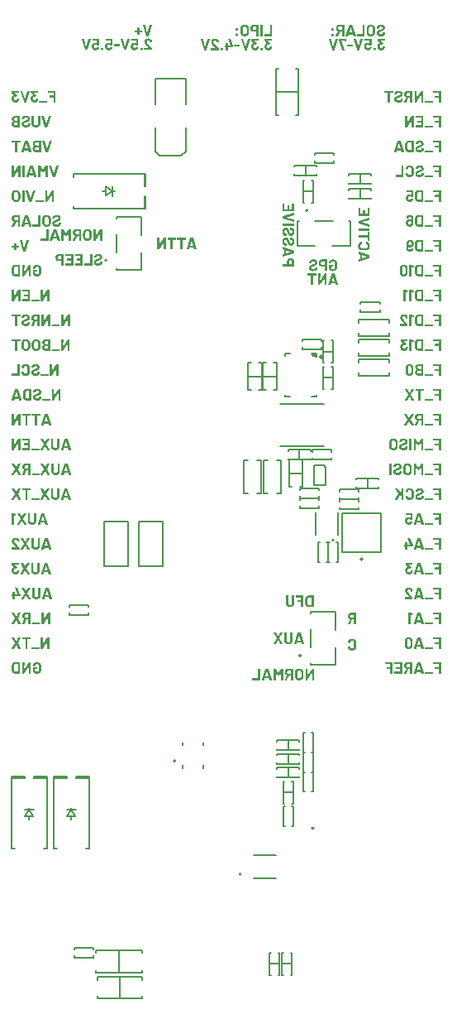
<source format=gbo>
G04*
G04 #@! TF.GenerationSoftware,Altium Limited,Altium Designer,22.7.1 (60)*
G04*
G04 Layer_Color=32896*
%FSLAX25Y25*%
%MOIN*%
G70*
G04*
G04 #@! TF.SameCoordinates,24E4937F-31BC-4FDA-B361-D206D476748A*
G04*
G04*
G04 #@! TF.FilePolarity,Positive*
G04*
G01*
G75*
%ADD10C,0.00787*%
%ADD11C,0.01000*%
%ADD45C,0.00984*%
%ADD158C,0.00600*%
%ADD159C,0.00591*%
%ADD160C,0.00500*%
G36*
X136299Y262661D02*
X134331D01*
X135610Y261382D01*
X136299D01*
Y262661D01*
D02*
G37*
G36*
X69974Y395126D02*
X70000Y395109D01*
X70008Y395083D01*
Y395075D01*
X70000Y395049D01*
X68638Y390573D01*
X68613Y390539D01*
X68587Y390522D01*
X68562Y390513D01*
X67719D01*
X67677Y390522D01*
X67651Y390547D01*
X67634Y390564D01*
Y390573D01*
X66247Y395049D01*
Y395075D01*
Y395092D01*
X66256Y395109D01*
X66273Y395126D01*
X66290Y395134D01*
X67132D01*
X67175Y395126D01*
X67200Y395109D01*
X67217Y395083D01*
Y395075D01*
X68085Y391841D01*
X68102Y391824D01*
X68111D01*
X68119Y391832D01*
X68128Y391841D01*
X69004Y395075D01*
X69030Y395109D01*
X69064Y395126D01*
X69089Y395134D01*
X69932D01*
X69974Y395126D01*
D02*
G37*
G36*
X64826Y393909D02*
X64834Y393900D01*
X64843Y393892D01*
X64860Y393858D01*
Y393849D01*
Y393841D01*
Y392930D01*
X64868Y392913D01*
X64877Y392904D01*
X64885Y392896D01*
X65830D01*
X65847Y392887D01*
X65856Y392879D01*
X65864Y392870D01*
X65881Y392836D01*
Y392828D01*
Y392819D01*
Y392173D01*
X65873Y392130D01*
X65864Y392122D01*
Y392113D01*
X65822Y392096D01*
X64894D01*
X64877Y392088D01*
X64860Y392079D01*
Y392071D01*
Y392062D01*
Y391168D01*
X64851Y391126D01*
X64843Y391117D01*
Y391109D01*
X64800Y391092D01*
X64145D01*
X64111Y391100D01*
X64094Y391109D01*
X64077Y391126D01*
X64069Y391151D01*
Y391160D01*
Y391168D01*
Y392062D01*
X64060Y392079D01*
X64052Y392096D01*
X63132D01*
X63090Y392105D01*
X63073Y392113D01*
X63056Y392130D01*
X63047Y392156D01*
Y392164D01*
Y392173D01*
Y392819D01*
Y392845D01*
X63056Y392862D01*
X63064Y392870D01*
X63073D01*
X63090Y392887D01*
X63115Y392896D01*
X64034D01*
X64052Y392904D01*
X64060Y392913D01*
X64069Y392921D01*
Y392930D01*
Y393841D01*
Y393866D01*
X64077Y393883D01*
X64086Y393892D01*
X64094D01*
X64111Y393909D01*
X64128Y393917D01*
X64809D01*
X64826Y393909D01*
D02*
G37*
G36*
X68621Y389580D02*
X68766Y389563D01*
X68894Y389538D01*
X69013Y389512D01*
X69106Y389487D01*
X69174Y389461D01*
X69217Y389444D01*
X69234Y389436D01*
X69353Y389376D01*
X69464Y389308D01*
X69557Y389240D01*
X69634Y389172D01*
X69694Y389112D01*
X69745Y389061D01*
X69770Y389027D01*
X69779Y389019D01*
X69847Y388917D01*
X69898Y388806D01*
X69940Y388704D01*
X69966Y388602D01*
X69991Y388517D01*
X70000Y388449D01*
X70008Y388406D01*
Y388389D01*
Y388074D01*
X70000Y388057D01*
X69991Y388040D01*
X69983Y388032D01*
Y388023D01*
X69966Y388006D01*
X69940Y387998D01*
X69149D01*
X69124Y388006D01*
X69106Y388015D01*
X69089Y388023D01*
X69072Y388040D01*
X69064Y388057D01*
Y388074D01*
Y388244D01*
X69055Y388330D01*
X69038Y388406D01*
X69013Y388474D01*
X68979Y388534D01*
X68953Y388576D01*
X68928Y388610D01*
X68911Y388627D01*
X68902Y388636D01*
X68834Y388687D01*
X68766Y388721D01*
X68690Y388755D01*
X68621Y388772D01*
X68562Y388780D01*
X68511Y388789D01*
X68468D01*
X68375Y388780D01*
X68290Y388763D01*
X68221Y388738D01*
X68153Y388712D01*
X68111Y388687D01*
X68068Y388661D01*
X68051Y388644D01*
X68043Y388636D01*
X67983Y388576D01*
X67941Y388517D01*
X67915Y388449D01*
X67889Y388389D01*
X67881Y388338D01*
X67873Y388295D01*
Y388261D01*
Y388253D01*
X67881Y388185D01*
X67898Y388117D01*
X67932Y388040D01*
X67966Y387964D01*
X68060Y387802D01*
X68170Y387640D01*
X68290Y387495D01*
X68340Y387427D01*
X68383Y387376D01*
X68417Y387325D01*
X68451Y387291D01*
X68468Y387274D01*
X68477Y387266D01*
X68621Y387121D01*
X68681Y387045D01*
X68740Y386985D01*
X68783Y386925D01*
X68817Y386883D01*
X68843Y386857D01*
X68851Y386849D01*
X68894Y386806D01*
X68962Y386738D01*
X69030Y386662D01*
X69106Y386576D01*
X69174Y386508D01*
X69234Y386440D01*
X69268Y386398D01*
X69285Y386389D01*
Y386381D01*
X69404Y386245D01*
X69523Y386117D01*
X69634Y385998D01*
X69736Y385896D01*
X69821Y385810D01*
X69881Y385751D01*
X69923Y385708D01*
X69940Y385691D01*
X69966Y385657D01*
X69974Y385623D01*
X69983Y385598D01*
Y385589D01*
Y384985D01*
X69974Y384960D01*
X69966Y384943D01*
X69957Y384934D01*
Y384926D01*
X69915Y384909D01*
X66928D01*
X66885Y384917D01*
X66868Y384926D01*
X66851Y384943D01*
X66843Y384968D01*
Y384977D01*
Y384985D01*
Y385623D01*
Y385649D01*
X66851Y385666D01*
X66860Y385683D01*
X66868D01*
X66885Y385700D01*
X66911Y385708D01*
X68715D01*
X68732Y385717D01*
X68740D01*
Y385725D01*
Y385734D01*
X68732Y385742D01*
X68638Y385845D01*
X68477Y386015D01*
X68332Y386159D01*
X68213Y386287D01*
X68111Y386389D01*
X68034Y386466D01*
X67975Y386525D01*
X67941Y386559D01*
X67932Y386568D01*
X67762Y386755D01*
X67685Y386840D01*
X67617Y386917D01*
X67566Y386985D01*
X67524Y387036D01*
X67498Y387070D01*
X67489Y387078D01*
X67387Y387206D01*
X67302Y387317D01*
X67234Y387427D01*
X67175Y387521D01*
X67132Y387598D01*
X67098Y387657D01*
X67081Y387691D01*
X67073Y387708D01*
X67022Y387819D01*
X66988Y387921D01*
X66962Y388015D01*
X66945Y388100D01*
X66936Y388176D01*
X66928Y388227D01*
Y388270D01*
Y388278D01*
X66936Y388415D01*
X66962Y388534D01*
X66988Y388644D01*
X67022Y388747D01*
X67064Y388823D01*
X67090Y388883D01*
X67115Y388917D01*
X67124Y388934D01*
X67200Y389036D01*
X67285Y389138D01*
X67379Y389214D01*
X67464Y389283D01*
X67541Y389342D01*
X67600Y389376D01*
X67643Y389402D01*
X67660Y389410D01*
X67796Y389470D01*
X67932Y389512D01*
X68068Y389546D01*
X68187Y389563D01*
X68298Y389580D01*
X68392Y389589D01*
X68468D01*
X68621Y389580D01*
D02*
G37*
G36*
X64460Y389521D02*
X64468Y389512D01*
X64477Y389504D01*
X64494Y389470D01*
Y389461D01*
Y389453D01*
Y386789D01*
X64486Y386747D01*
X64477Y386738D01*
Y386730D01*
X64434Y386713D01*
X63600D01*
X63558Y386721D01*
X63532Y386747D01*
X63524Y386764D01*
X63515Y386772D01*
X63490Y386823D01*
X63464Y386866D01*
X63396Y386942D01*
X63337Y386985D01*
X63320Y387002D01*
X63311D01*
X63192Y387053D01*
X63073Y387078D01*
X63030Y387087D01*
X62894D01*
X62835Y387070D01*
X62775Y387062D01*
X62732Y387045D01*
X62690Y387028D01*
X62664Y387010D01*
X62647Y387002D01*
X62639Y386993D01*
X62554Y386917D01*
X62494Y386823D01*
X62477Y386789D01*
X62460Y386755D01*
X62452Y386738D01*
Y386730D01*
X62418Y386611D01*
X62401Y386500D01*
X62392Y386457D01*
Y386423D01*
Y386398D01*
Y386389D01*
Y386313D01*
X62401Y386245D01*
X62409Y386185D01*
X62426Y386134D01*
X62435Y386091D01*
X62452Y386066D01*
X62460Y386049D01*
Y386040D01*
X62520Y385921D01*
X62588Y385836D01*
X62613Y385802D01*
X62639Y385776D01*
X62656Y385768D01*
X62664Y385759D01*
X62715Y385725D01*
X62775Y385708D01*
X62877Y385674D01*
X62920D01*
X62954Y385666D01*
X62988D01*
X63056Y385674D01*
X63115Y385683D01*
X63209Y385717D01*
X63252Y385734D01*
X63277Y385742D01*
X63294Y385759D01*
X63303D01*
X63388Y385845D01*
X63447Y385930D01*
X63473Y385964D01*
X63481Y385998D01*
X63498Y386015D01*
Y386023D01*
X63515Y386049D01*
X63524Y386066D01*
X63532Y386108D01*
X63541Y386125D01*
Y386134D01*
X63558Y386176D01*
X63592Y386202D01*
X63617Y386210D01*
X64426D01*
X64468Y386202D01*
X64494Y386176D01*
X64503Y386142D01*
Y386134D01*
Y386117D01*
X64468Y385981D01*
X64451Y385921D01*
X64434Y385870D01*
X64426Y385828D01*
X64409Y385793D01*
X64400Y385768D01*
Y385759D01*
X64332Y385615D01*
X64256Y385479D01*
X64162Y385368D01*
X64077Y385274D01*
X63992Y385198D01*
X63924Y385147D01*
X63881Y385113D01*
X63864Y385104D01*
X63720Y385028D01*
X63566Y384968D01*
X63413Y384926D01*
X63277Y384900D01*
X63158Y384883D01*
X63064Y384866D01*
X62979D01*
X62792Y384874D01*
X62622Y384900D01*
X62469Y384943D01*
X62341Y384985D01*
X62230Y385028D01*
X62154Y385070D01*
X62103Y385096D01*
X62086Y385104D01*
X61949Y385206D01*
X61839Y385317D01*
X61745Y385428D01*
X61677Y385530D01*
X61618Y385632D01*
X61575Y385708D01*
X61558Y385759D01*
X61550Y385768D01*
Y385776D01*
X61515Y385879D01*
X61481Y385989D01*
X61465Y386091D01*
X61456Y386185D01*
X61448Y386270D01*
X61439Y386330D01*
Y386372D01*
Y386389D01*
Y386500D01*
X61456Y386611D01*
X61473Y386721D01*
X61490Y386815D01*
X61507Y386891D01*
X61524Y386959D01*
X61533Y386993D01*
X61541Y387010D01*
X61601Y387155D01*
X61677Y387291D01*
X61762Y387402D01*
X61839Y387487D01*
X61915Y387564D01*
X61975Y387615D01*
X62018Y387649D01*
X62035Y387657D01*
X62171Y387734D01*
X62307Y387793D01*
X62443Y387836D01*
X62571Y387870D01*
X62681Y387887D01*
X62766Y387895D01*
X62843D01*
X62988Y387887D01*
X63115Y387861D01*
X63235Y387836D01*
X63337Y387802D01*
X63413Y387759D01*
X63481Y387734D01*
X63515Y387708D01*
X63532Y387700D01*
X63558Y387691D01*
X63566Y387700D01*
X63575Y387717D01*
Y387725D01*
X63566Y388704D01*
X63558Y388721D01*
X63549Y388730D01*
X61686D01*
X61660Y388738D01*
X61643Y388747D01*
X61635Y388755D01*
X61618Y388772D01*
X61609Y388797D01*
Y388806D01*
Y388815D01*
Y389453D01*
Y389478D01*
X61618Y389495D01*
X61626Y389504D01*
X61635D01*
X61652Y389521D01*
X61669Y389529D01*
X64443D01*
X64460Y389521D01*
D02*
G37*
G36*
X54078D02*
X54086Y389512D01*
X54095Y389504D01*
X54112Y389470D01*
Y389461D01*
Y389453D01*
Y386789D01*
X54103Y386747D01*
X54095Y386738D01*
Y386730D01*
X54052Y386713D01*
X53218D01*
X53176Y386721D01*
X53150Y386747D01*
X53142Y386764D01*
X53133Y386772D01*
X53108Y386823D01*
X53082Y386866D01*
X53014Y386942D01*
X52955Y386985D01*
X52938Y387002D01*
X52929D01*
X52810Y387053D01*
X52691Y387078D01*
X52648Y387087D01*
X52512D01*
X52452Y387070D01*
X52393Y387062D01*
X52350Y387045D01*
X52308Y387028D01*
X52282Y387010D01*
X52265Y387002D01*
X52257Y386993D01*
X52172Y386917D01*
X52112Y386823D01*
X52095Y386789D01*
X52078Y386755D01*
X52069Y386738D01*
Y386730D01*
X52035Y386611D01*
X52018Y386500D01*
X52010Y386457D01*
Y386423D01*
Y386398D01*
Y386389D01*
Y386313D01*
X52018Y386245D01*
X52027Y386185D01*
X52044Y386134D01*
X52052Y386091D01*
X52069Y386066D01*
X52078Y386049D01*
Y386040D01*
X52138Y385921D01*
X52206Y385836D01*
X52231Y385802D01*
X52257Y385776D01*
X52274Y385768D01*
X52282Y385759D01*
X52333Y385725D01*
X52393Y385708D01*
X52495Y385674D01*
X52538D01*
X52571Y385666D01*
X52606D01*
X52674Y385674D01*
X52733Y385683D01*
X52827Y385717D01*
X52869Y385734D01*
X52895Y385742D01*
X52912Y385759D01*
X52920D01*
X53005Y385845D01*
X53065Y385930D01*
X53091Y385964D01*
X53099Y385998D01*
X53116Y386015D01*
Y386023D01*
X53133Y386049D01*
X53142Y386066D01*
X53150Y386108D01*
X53159Y386125D01*
Y386134D01*
X53176Y386176D01*
X53210Y386202D01*
X53235Y386210D01*
X54044D01*
X54086Y386202D01*
X54112Y386176D01*
X54120Y386142D01*
Y386134D01*
Y386117D01*
X54086Y385981D01*
X54069Y385921D01*
X54052Y385870D01*
X54044Y385828D01*
X54027Y385793D01*
X54018Y385768D01*
Y385759D01*
X53950Y385615D01*
X53874Y385479D01*
X53780Y385368D01*
X53695Y385274D01*
X53610Y385198D01*
X53542Y385147D01*
X53499Y385113D01*
X53482Y385104D01*
X53337Y385028D01*
X53184Y384968D01*
X53031Y384926D01*
X52895Y384900D01*
X52776Y384883D01*
X52682Y384866D01*
X52597D01*
X52410Y384874D01*
X52240Y384900D01*
X52087Y384943D01*
X51959Y384985D01*
X51848Y385028D01*
X51772Y385070D01*
X51720Y385096D01*
X51704Y385104D01*
X51567Y385206D01*
X51457Y385317D01*
X51363Y385428D01*
X51295Y385530D01*
X51236Y385632D01*
X51193Y385708D01*
X51176Y385759D01*
X51167Y385768D01*
Y385776D01*
X51133Y385879D01*
X51099Y385989D01*
X51082Y386091D01*
X51074Y386185D01*
X51065Y386270D01*
X51057Y386330D01*
Y386372D01*
Y386389D01*
Y386500D01*
X51074Y386611D01*
X51091Y386721D01*
X51108Y386815D01*
X51125Y386891D01*
X51142Y386959D01*
X51150Y386993D01*
X51159Y387010D01*
X51218Y387155D01*
X51295Y387291D01*
X51380Y387402D01*
X51457Y387487D01*
X51533Y387564D01*
X51593Y387615D01*
X51635Y387649D01*
X51652Y387657D01*
X51789Y387734D01*
X51925Y387793D01*
X52061Y387836D01*
X52189Y387870D01*
X52299Y387887D01*
X52384Y387895D01*
X52461D01*
X52606Y387887D01*
X52733Y387861D01*
X52852Y387836D01*
X52955Y387802D01*
X53031Y387759D01*
X53099Y387734D01*
X53133Y387708D01*
X53150Y387700D01*
X53176Y387691D01*
X53184Y387700D01*
X53193Y387717D01*
Y387725D01*
X53184Y388704D01*
X53176Y388721D01*
X53167Y388730D01*
X51303D01*
X51278Y388738D01*
X51261Y388747D01*
X51253Y388755D01*
X51236Y388772D01*
X51227Y388797D01*
Y388806D01*
Y388815D01*
Y389453D01*
Y389478D01*
X51236Y389495D01*
X51244Y389504D01*
X51253D01*
X51270Y389521D01*
X51287Y389529D01*
X54061D01*
X54078Y389521D01*
D02*
G37*
G36*
X48725D02*
X48733Y389512D01*
X48742Y389504D01*
X48759Y389470D01*
Y389461D01*
Y389453D01*
Y386789D01*
X48750Y386747D01*
X48742Y386738D01*
Y386730D01*
X48700Y386713D01*
X47866D01*
X47823Y386721D01*
X47797Y386747D01*
X47789Y386764D01*
X47780Y386772D01*
X47755Y386823D01*
X47729Y386866D01*
X47661Y386942D01*
X47602Y386985D01*
X47585Y387002D01*
X47576D01*
X47457Y387053D01*
X47338Y387078D01*
X47295Y387087D01*
X47159D01*
X47100Y387070D01*
X47040Y387062D01*
X46997Y387045D01*
X46955Y387028D01*
X46929Y387010D01*
X46912Y387002D01*
X46904Y386993D01*
X46819Y386917D01*
X46759Y386823D01*
X46742Y386789D01*
X46725Y386755D01*
X46717Y386738D01*
Y386730D01*
X46683Y386611D01*
X46666Y386500D01*
X46657Y386457D01*
Y386423D01*
Y386398D01*
Y386389D01*
Y386313D01*
X46666Y386245D01*
X46674Y386185D01*
X46691Y386134D01*
X46700Y386091D01*
X46717Y386066D01*
X46725Y386049D01*
Y386040D01*
X46785Y385921D01*
X46853Y385836D01*
X46878Y385802D01*
X46904Y385776D01*
X46921Y385768D01*
X46929Y385759D01*
X46981Y385725D01*
X47040Y385708D01*
X47142Y385674D01*
X47185D01*
X47219Y385666D01*
X47253D01*
X47321Y385674D01*
X47380Y385683D01*
X47474Y385717D01*
X47517Y385734D01*
X47542Y385742D01*
X47559Y385759D01*
X47568D01*
X47653Y385845D01*
X47712Y385930D01*
X47738Y385964D01*
X47746Y385998D01*
X47763Y386015D01*
Y386023D01*
X47780Y386049D01*
X47789Y386066D01*
X47797Y386108D01*
X47806Y386125D01*
Y386134D01*
X47823Y386176D01*
X47857Y386202D01*
X47883Y386210D01*
X48691D01*
X48733Y386202D01*
X48759Y386176D01*
X48768Y386142D01*
Y386134D01*
Y386117D01*
X48733Y385981D01*
X48717Y385921D01*
X48700Y385870D01*
X48691Y385828D01*
X48674Y385793D01*
X48665Y385768D01*
Y385759D01*
X48597Y385615D01*
X48521Y385479D01*
X48427Y385368D01*
X48342Y385274D01*
X48257Y385198D01*
X48189Y385147D01*
X48146Y385113D01*
X48129Y385104D01*
X47985Y385028D01*
X47831Y384968D01*
X47678Y384926D01*
X47542Y384900D01*
X47423Y384883D01*
X47329Y384866D01*
X47244D01*
X47057Y384874D01*
X46887Y384900D01*
X46734Y384943D01*
X46606Y384985D01*
X46495Y385028D01*
X46419Y385070D01*
X46368Y385096D01*
X46351Y385104D01*
X46215Y385206D01*
X46104Y385317D01*
X46010Y385428D01*
X45942Y385530D01*
X45883Y385632D01*
X45840Y385708D01*
X45823Y385759D01*
X45815Y385768D01*
Y385776D01*
X45781Y385879D01*
X45746Y385989D01*
X45730Y386091D01*
X45721Y386185D01*
X45713Y386270D01*
X45704Y386330D01*
Y386372D01*
Y386389D01*
Y386500D01*
X45721Y386611D01*
X45738Y386721D01*
X45755Y386815D01*
X45772Y386891D01*
X45789Y386959D01*
X45798Y386993D01*
X45806Y387010D01*
X45866Y387155D01*
X45942Y387291D01*
X46027Y387402D01*
X46104Y387487D01*
X46180Y387564D01*
X46240Y387615D01*
X46283Y387649D01*
X46300Y387657D01*
X46436Y387734D01*
X46572Y387793D01*
X46708Y387836D01*
X46836Y387870D01*
X46946Y387887D01*
X47032Y387895D01*
X47108D01*
X47253Y387887D01*
X47380Y387861D01*
X47500Y387836D01*
X47602Y387802D01*
X47678Y387759D01*
X47746Y387734D01*
X47780Y387708D01*
X47797Y387700D01*
X47823Y387691D01*
X47831Y387700D01*
X47840Y387717D01*
Y387725D01*
X47831Y388704D01*
X47823Y388721D01*
X47814Y388730D01*
X45951D01*
X45925Y388738D01*
X45908Y388747D01*
X45900Y388755D01*
X45883Y388772D01*
X45874Y388797D01*
Y388806D01*
Y388815D01*
Y389453D01*
Y389478D01*
X45883Y389495D01*
X45891Y389504D01*
X45900D01*
X45917Y389521D01*
X45934Y389529D01*
X48708D01*
X48725Y389521D01*
D02*
G37*
G36*
X56886Y387249D02*
X56895Y387240D01*
X56903Y387232D01*
X56920Y387198D01*
Y387189D01*
Y387181D01*
Y386534D01*
X56912Y386500D01*
X56903Y386491D01*
Y386483D01*
X56886Y386466D01*
X56861Y386457D01*
X54682D01*
X54656Y386466D01*
X54639Y386474D01*
X54622Y386483D01*
X54605Y386500D01*
X54597Y386517D01*
Y386534D01*
Y387181D01*
Y387206D01*
X54605Y387223D01*
X54614Y387232D01*
X54622D01*
X54639Y387249D01*
X54665Y387257D01*
X56869D01*
X56886Y387249D01*
D02*
G37*
G36*
X61013Y389521D02*
X61039Y389504D01*
X61048Y389478D01*
Y389470D01*
X61039Y389444D01*
X59677Y384968D01*
X59652Y384934D01*
X59626Y384917D01*
X59601Y384909D01*
X58758D01*
X58716Y384917D01*
X58690Y384943D01*
X58673Y384960D01*
Y384968D01*
X57286Y389444D01*
Y389470D01*
Y389487D01*
X57295Y389504D01*
X57312Y389521D01*
X57329Y389529D01*
X58171D01*
X58214Y389521D01*
X58239Y389504D01*
X58256Y389478D01*
Y389470D01*
X59124Y386236D01*
X59141Y386219D01*
X59150D01*
X59158Y386227D01*
X59167Y386236D01*
X60043Y389470D01*
X60069Y389504D01*
X60103Y389521D01*
X60128Y389529D01*
X60971D01*
X61013Y389521D01*
D02*
G37*
G36*
X45278D02*
X45304Y389504D01*
X45312Y389478D01*
Y389470D01*
X45304Y389444D01*
X43942Y384968D01*
X43917Y384934D01*
X43891Y384917D01*
X43866Y384909D01*
X43023D01*
X42981Y384917D01*
X42955Y384943D01*
X42938Y384960D01*
Y384968D01*
X41551Y389444D01*
Y389470D01*
Y389487D01*
X41560Y389504D01*
X41577Y389521D01*
X41594Y389529D01*
X42436D01*
X42479Y389521D01*
X42504Y389504D01*
X42521Y389478D01*
Y389470D01*
X43389Y386236D01*
X43406Y386219D01*
X43415D01*
X43423Y386227D01*
X43432Y386236D01*
X44308Y389470D01*
X44334Y389504D01*
X44368Y389521D01*
X44393Y389529D01*
X45236D01*
X45278Y389521D01*
D02*
G37*
G36*
X65796Y385913D02*
X65864Y385896D01*
X65932Y385879D01*
X65983Y385853D01*
X66026Y385819D01*
X66060Y385802D01*
X66077Y385785D01*
X66085Y385776D01*
X66136Y385717D01*
X66171Y385657D01*
X66196Y385589D01*
X66213Y385530D01*
X66222Y385479D01*
X66230Y385436D01*
Y385402D01*
Y385394D01*
X66222Y385317D01*
X66205Y385240D01*
X66188Y385181D01*
X66154Y385130D01*
X66128Y385087D01*
X66111Y385053D01*
X66094Y385036D01*
X66085Y385028D01*
X66026Y384977D01*
X65966Y384943D01*
X65907Y384917D01*
X65847Y384900D01*
X65788Y384891D01*
X65745Y384883D01*
X65711D01*
X65634Y384891D01*
X65558Y384909D01*
X65498Y384926D01*
X65447Y384960D01*
X65405Y384985D01*
X65371Y385002D01*
X65354Y385019D01*
X65345Y385028D01*
X65294Y385087D01*
X65260Y385147D01*
X65226Y385206D01*
X65209Y385266D01*
X65200Y385317D01*
X65192Y385360D01*
Y385385D01*
Y385394D01*
X65200Y385479D01*
X65217Y385555D01*
X65234Y385623D01*
X65260Y385674D01*
X65294Y385717D01*
X65311Y385751D01*
X65328Y385768D01*
X65337Y385776D01*
X65396Y385828D01*
X65456Y385862D01*
X65515Y385887D01*
X65575Y385904D01*
X65634Y385913D01*
X65668Y385921D01*
X65711D01*
X65796Y385913D01*
D02*
G37*
G36*
X50061D02*
X50129Y385896D01*
X50197Y385879D01*
X50248Y385853D01*
X50291Y385819D01*
X50325Y385802D01*
X50342Y385785D01*
X50350Y385776D01*
X50402Y385717D01*
X50436Y385657D01*
X50461Y385589D01*
X50478Y385530D01*
X50487Y385479D01*
X50495Y385436D01*
Y385402D01*
Y385394D01*
X50487Y385317D01*
X50469Y385240D01*
X50453Y385181D01*
X50419Y385130D01*
X50393Y385087D01*
X50376Y385053D01*
X50359Y385036D01*
X50350Y385028D01*
X50291Y384977D01*
X50231Y384943D01*
X50172Y384917D01*
X50112Y384900D01*
X50053Y384891D01*
X50010Y384883D01*
X49976D01*
X49899Y384891D01*
X49823Y384909D01*
X49763Y384926D01*
X49712Y384960D01*
X49670Y384985D01*
X49636Y385002D01*
X49619Y385019D01*
X49610Y385028D01*
X49559Y385087D01*
X49525Y385147D01*
X49491Y385206D01*
X49474Y385266D01*
X49465Y385317D01*
X49457Y385360D01*
Y385385D01*
Y385394D01*
X49465Y385479D01*
X49482Y385555D01*
X49499Y385623D01*
X49525Y385674D01*
X49559Y385717D01*
X49576Y385751D01*
X49593Y385768D01*
X49602Y385776D01*
X49661Y385828D01*
X49721Y385862D01*
X49780Y385887D01*
X49840Y385904D01*
X49899Y385913D01*
X49933Y385921D01*
X49976D01*
X50061Y385913D01*
D02*
G37*
G36*
X142827Y393726D02*
X142895Y393709D01*
X142963Y393692D01*
X143014Y393666D01*
X143057Y393632D01*
X143091Y393615D01*
X143108Y393598D01*
X143116Y393589D01*
X143167Y393530D01*
X143202Y393470D01*
X143227Y393402D01*
X143244Y393343D01*
X143253Y393292D01*
X143261Y393249D01*
Y393215D01*
Y393207D01*
X143253Y393130D01*
X143236Y393053D01*
X143219Y392994D01*
X143184Y392934D01*
X143159Y392892D01*
X143142Y392858D01*
X143125Y392841D01*
X143116Y392832D01*
X143057Y392781D01*
X142997Y392747D01*
X142938Y392722D01*
X142878Y392705D01*
X142819Y392696D01*
X142776Y392688D01*
X142742D01*
X142665Y392696D01*
X142589Y392713D01*
X142529Y392730D01*
X142478Y392764D01*
X142436Y392790D01*
X142402Y392807D01*
X142385Y392824D01*
X142376Y392832D01*
X142325Y392892D01*
X142291Y392960D01*
X142257Y393019D01*
X142240Y393079D01*
X142231Y393130D01*
X142223Y393173D01*
Y393198D01*
Y393207D01*
X142231Y393292D01*
X142248Y393368D01*
X142265Y393436D01*
X142291Y393487D01*
X142325Y393530D01*
X142342Y393564D01*
X142359Y393581D01*
X142368Y393589D01*
X142427Y393641D01*
X142487Y393675D01*
X142546Y393700D01*
X142606Y393717D01*
X142665Y393726D01*
X142700Y393734D01*
X142742D01*
X142827Y393726D01*
D02*
G37*
G36*
Y391556D02*
X142895Y391539D01*
X142963Y391522D01*
X143014Y391496D01*
X143057Y391462D01*
X143091Y391445D01*
X143108Y391428D01*
X143116Y391420D01*
X143167Y391360D01*
X143202Y391300D01*
X143227Y391232D01*
X143244Y391173D01*
X143253Y391122D01*
X143261Y391079D01*
Y391045D01*
Y391037D01*
X143253Y390960D01*
X143236Y390883D01*
X143219Y390824D01*
X143184Y390764D01*
X143159Y390722D01*
X143142Y390688D01*
X143125Y390671D01*
X143116Y390662D01*
X143057Y390611D01*
X142997Y390577D01*
X142938Y390551D01*
X142878Y390534D01*
X142819Y390526D01*
X142776Y390517D01*
X142742D01*
X142665Y390526D01*
X142589Y390543D01*
X142529Y390560D01*
X142478Y390594D01*
X142436Y390619D01*
X142402Y390636D01*
X142385Y390654D01*
X142376Y390662D01*
X142325Y390722D01*
X142291Y390790D01*
X142257Y390849D01*
X142240Y390909D01*
X142231Y390960D01*
X142223Y391002D01*
Y391028D01*
Y391037D01*
X142231Y391122D01*
X142248Y391198D01*
X142265Y391266D01*
X142291Y391317D01*
X142325Y391360D01*
X142342Y391394D01*
X142359Y391411D01*
X142368Y391420D01*
X142427Y391471D01*
X142487Y391505D01*
X142546Y391530D01*
X142606Y391547D01*
X142665Y391556D01*
X142700Y391564D01*
X142742D01*
X142827Y391556D01*
D02*
G37*
G36*
X155762Y395104D02*
X155771Y395096D01*
X155779Y395087D01*
X155796Y395053D01*
Y395045D01*
Y395036D01*
Y390568D01*
X155788Y390526D01*
X155779Y390517D01*
Y390509D01*
X155737Y390492D01*
X152673D01*
X152631Y390500D01*
X152614Y390509D01*
X152597Y390526D01*
X152588Y390551D01*
Y390560D01*
Y390568D01*
Y391207D01*
Y391232D01*
X152597Y391249D01*
X152605Y391266D01*
X152614D01*
X152631Y391283D01*
X152656Y391292D01*
X154835D01*
X154852Y391300D01*
X154860Y391309D01*
X154869Y391317D01*
Y395036D01*
Y395062D01*
X154877Y395079D01*
X154886Y395087D01*
X154894D01*
X154911Y395104D01*
X154928Y395113D01*
X155745D01*
X155762Y395104D01*
D02*
G37*
G36*
X150767D02*
X150793Y395087D01*
X150810Y395062D01*
Y395053D01*
X152239Y390577D01*
Y390551D01*
Y390526D01*
X152231Y390517D01*
Y390509D01*
X152214Y390500D01*
X152197Y390492D01*
X151329D01*
X151286Y390500D01*
X151260Y390526D01*
X151252Y390543D01*
X151243Y390551D01*
X151056Y391198D01*
X151039Y391215D01*
X151031Y391232D01*
X149397D01*
X149380Y391224D01*
X149371Y391215D01*
X149363Y391207D01*
Y391198D01*
X149159Y390551D01*
X149142Y390517D01*
X149108Y390500D01*
X149082Y390492D01*
X148240D01*
X148197Y390500D01*
X148171Y390526D01*
X148163Y390543D01*
Y390551D01*
Y390568D01*
X148171Y390577D01*
X149601Y395053D01*
X149618Y395087D01*
X149652Y395104D01*
X149678Y395113D01*
X150724D01*
X150767Y395104D01*
D02*
G37*
G36*
X147550D02*
X147559Y395096D01*
X147567Y395087D01*
X147584Y395053D01*
Y395045D01*
Y395036D01*
Y390568D01*
X147576Y390526D01*
X147567Y390517D01*
Y390509D01*
X147525Y390492D01*
X146733D01*
X146691Y390500D01*
X146682Y390509D01*
X146665Y390526D01*
X146657Y390551D01*
Y390560D01*
Y390568D01*
Y392373D01*
X146648Y392390D01*
X146640Y392407D01*
X145984D01*
X145976Y392398D01*
X145967Y392390D01*
Y392381D01*
X145142Y390551D01*
X145116Y390517D01*
X145082Y390500D01*
X145057Y390492D01*
X144231D01*
X144189Y390500D01*
X144172Y390517D01*
X144163Y390534D01*
Y390543D01*
Y390560D01*
X144172Y390577D01*
X145074Y392449D01*
Y392475D01*
X145065Y392492D01*
X145057Y392500D01*
X144912Y392560D01*
X144784Y392628D01*
X144674Y392696D01*
X144589Y392773D01*
X144521Y392841D01*
X144470Y392900D01*
X144436Y392934D01*
X144427Y392951D01*
X144350Y393079D01*
X144291Y393207D01*
X144257Y393334D01*
X144223Y393453D01*
X144206Y393564D01*
X144197Y393641D01*
Y393675D01*
Y393700D01*
Y393709D01*
Y393717D01*
X144206Y393870D01*
X144223Y394006D01*
X144257Y394134D01*
X144282Y394236D01*
X144316Y394330D01*
X144350Y394390D01*
X144367Y394432D01*
X144376Y394449D01*
X144444Y394560D01*
X144521Y394662D01*
X144606Y394747D01*
X144682Y394815D01*
X144759Y394875D01*
X144818Y394909D01*
X144852Y394934D01*
X144869Y394943D01*
X144997Y395002D01*
X145125Y395045D01*
X145253Y395070D01*
X145363Y395096D01*
X145465Y395104D01*
X145550Y395113D01*
X147533D01*
X147550Y395104D01*
D02*
G37*
G36*
X162494Y395164D02*
X162655Y395147D01*
X162800Y395121D01*
X162919Y395096D01*
X163021Y395062D01*
X163098Y395036D01*
X163149Y395019D01*
X163157Y395011D01*
X163166D01*
X163294Y394943D01*
X163413Y394875D01*
X163506Y394798D01*
X163592Y394721D01*
X163651Y394653D01*
X163702Y394602D01*
X163728Y394568D01*
X163736Y394551D01*
X163804Y394441D01*
X163855Y394321D01*
X163889Y394202D01*
X163915Y394092D01*
X163932Y393998D01*
X163940Y393930D01*
Y393879D01*
Y393870D01*
Y393862D01*
X163932Y393717D01*
X163906Y393581D01*
X163872Y393470D01*
X163838Y393368D01*
X163804Y393292D01*
X163770Y393232D01*
X163745Y393198D01*
X163736Y393181D01*
X163651Y393087D01*
X163566Y393002D01*
X163481Y392926D01*
X163396Y392866D01*
X163328Y392815D01*
X163268Y392781D01*
X163234Y392756D01*
X163217Y392747D01*
X163098Y392688D01*
X162970Y392636D01*
X162843Y392585D01*
X162724Y392534D01*
X162621Y392500D01*
X162536Y392466D01*
X162502Y392458D01*
X162477Y392449D01*
X162468Y392441D01*
X162460D01*
X162323Y392390D01*
X162204Y392347D01*
X162111Y392304D01*
X162026Y392270D01*
X161966Y392245D01*
X161924Y392228D01*
X161898Y392211D01*
X161890D01*
X161762Y392143D01*
X161719Y392109D01*
X161677Y392083D01*
X161643Y392058D01*
X161617Y392032D01*
X161609Y392024D01*
X161600Y392015D01*
X161566Y391973D01*
X161532Y391930D01*
X161507Y391845D01*
X161498Y391811D01*
X161490Y391777D01*
Y391760D01*
Y391751D01*
X161498Y391675D01*
X161515Y391598D01*
X161549Y391539D01*
X161575Y391479D01*
X161609Y391437D01*
X161643Y391402D01*
X161660Y391385D01*
X161668Y391377D01*
X161736Y391326D01*
X161821Y391292D01*
X161907Y391266D01*
X161992Y391249D01*
X162068Y391241D01*
X162128Y391232D01*
X162187D01*
X162332Y391241D01*
X162468Y391258D01*
X162579Y391292D01*
X162672Y391326D01*
X162749Y391351D01*
X162809Y391385D01*
X162843Y391402D01*
X162851Y391411D01*
X162928Y391488D01*
X162987Y391564D01*
X163030Y391632D01*
X163055Y391709D01*
X163072Y391768D01*
X163089Y391819D01*
Y391853D01*
Y391862D01*
Y391964D01*
Y391990D01*
X163098Y392007D01*
X163106Y392015D01*
X163115D01*
X163132Y392032D01*
X163157Y392041D01*
X163949D01*
X163966Y392032D01*
X163974Y392024D01*
X163983Y392015D01*
X164000Y391998D01*
X164008Y391981D01*
Y391973D01*
Y391964D01*
Y391819D01*
X164000Y391666D01*
X163974Y391530D01*
X163940Y391402D01*
X163898Y391300D01*
X163864Y391207D01*
X163830Y391147D01*
X163804Y391105D01*
X163796Y391088D01*
X163702Y390977D01*
X163609Y390883D01*
X163506Y390798D01*
X163404Y390730D01*
X163319Y390671D01*
X163251Y390636D01*
X163200Y390611D01*
X163183Y390602D01*
X163030Y390551D01*
X162868Y390509D01*
X162715Y390483D01*
X162570Y390458D01*
X162443Y390449D01*
X162392D01*
X162341Y390441D01*
X162255D01*
X161975Y390458D01*
X161728Y390500D01*
X161626Y390526D01*
X161524Y390551D01*
X161430Y390585D01*
X161345Y390619D01*
X161268Y390654D01*
X161209Y390688D01*
X161149Y390713D01*
X161107Y390739D01*
X161064Y390764D01*
X161038Y390781D01*
X161030Y390798D01*
X161021D01*
X160936Y390866D01*
X160868Y390943D01*
X160809Y391020D01*
X160758Y391105D01*
X160673Y391266D01*
X160622Y391420D01*
X160588Y391564D01*
X160579Y391624D01*
X160571Y391675D01*
X160562Y391717D01*
Y391751D01*
Y391768D01*
Y391777D01*
X160571Y391922D01*
X160596Y392058D01*
X160630Y392177D01*
X160664Y392270D01*
X160707Y392347D01*
X160741Y392407D01*
X160766Y392441D01*
X160775Y392449D01*
X160860Y392543D01*
X160936Y392619D01*
X161021Y392688D01*
X161098Y392747D01*
X161166Y392790D01*
X161217Y392815D01*
X161251Y392832D01*
X161260Y392841D01*
X161370Y392892D01*
X161481Y392951D01*
X161609Y393002D01*
X161728Y393053D01*
X161830Y393096D01*
X161915Y393130D01*
X161949Y393139D01*
X161975Y393147D01*
X161983Y393156D01*
X161992D01*
X162145Y393207D01*
X162273Y393258D01*
X162375Y393300D01*
X162468Y393334D01*
X162536Y393360D01*
X162579Y393377D01*
X162613Y393394D01*
X162621D01*
X162689Y393428D01*
X162749Y393462D01*
X162800Y393496D01*
X162851Y393521D01*
X162885Y393547D01*
X162911Y393572D01*
X162919Y393581D01*
X162928Y393589D01*
X162962Y393632D01*
X162987Y393683D01*
X163013Y393777D01*
X163021Y393811D01*
X163030Y393845D01*
Y393862D01*
Y393870D01*
X163021Y393955D01*
X163004Y394032D01*
X162970Y394092D01*
X162936Y394143D01*
X162911Y394185D01*
X162877Y394211D01*
X162860Y394228D01*
X162851Y394236D01*
X162775Y394279D01*
X162698Y394313D01*
X162621Y394338D01*
X162545Y394355D01*
X162468Y394364D01*
X162417Y394372D01*
X162366D01*
X162221Y394364D01*
X162102Y394338D01*
X161992Y394313D01*
X161907Y394279D01*
X161838Y394236D01*
X161787Y394211D01*
X161753Y394185D01*
X161745Y394177D01*
X161668Y394100D01*
X161609Y394023D01*
X161575Y393938D01*
X161541Y393862D01*
X161524Y393802D01*
X161515Y393751D01*
Y393709D01*
Y393700D01*
Y393649D01*
X161507Y393624D01*
X161498Y393606D01*
X161490Y393598D01*
Y393589D01*
X161447Y393572D01*
X160673D01*
X160630Y393581D01*
X160622Y393589D01*
X160605Y393606D01*
X160596Y393632D01*
Y393641D01*
Y393649D01*
Y393751D01*
X160605Y393904D01*
X160630Y394040D01*
X160664Y394168D01*
X160707Y394279D01*
X160749Y394364D01*
X160783Y394432D01*
X160809Y394475D01*
X160817Y394492D01*
X160911Y394602D01*
X161004Y394704D01*
X161107Y394789D01*
X161209Y394866D01*
X161294Y394917D01*
X161362Y394960D01*
X161413Y394985D01*
X161422Y394994D01*
X161430D01*
X161583Y395053D01*
X161736Y395096D01*
X161881Y395130D01*
X162026Y395147D01*
X162145Y395164D01*
X162238Y395172D01*
X162323D01*
X162494Y395164D01*
D02*
G37*
G36*
X158451D02*
X158622Y395138D01*
X158775Y395104D01*
X158911Y395070D01*
X159022Y395028D01*
X159107Y394994D01*
X159132Y394977D01*
X159158Y394968D01*
X159166Y394960D01*
X159175D01*
X159311Y394875D01*
X159439Y394781D01*
X159541Y394687D01*
X159626Y394594D01*
X159694Y394509D01*
X159745Y394432D01*
X159779Y394390D01*
X159788Y394381D01*
Y394372D01*
X159856Y394228D01*
X159907Y394083D01*
X159949Y393938D01*
X159975Y393802D01*
X159992Y393683D01*
X160000Y393598D01*
Y393564D01*
Y393538D01*
Y393521D01*
Y393513D01*
Y392092D01*
X159992Y391913D01*
X159966Y391743D01*
X159932Y391598D01*
X159890Y391471D01*
X159856Y391360D01*
X159822Y391283D01*
X159796Y391232D01*
X159788Y391224D01*
Y391215D01*
X159694Y391079D01*
X159600Y390968D01*
X159498Y390866D01*
X159396Y390781D01*
X159311Y390713D01*
X159243Y390671D01*
X159192Y390636D01*
X159175Y390628D01*
X159022Y390560D01*
X158860Y390509D01*
X158707Y390475D01*
X158571Y390449D01*
X158443Y390432D01*
X158349Y390424D01*
X158264D01*
X158077Y390432D01*
X157898Y390458D01*
X157745Y390492D01*
X157609Y390526D01*
X157498Y390560D01*
X157413Y390594D01*
X157362Y390619D01*
X157354Y390628D01*
X157345D01*
X157209Y390713D01*
X157081Y390807D01*
X156979Y390900D01*
X156894Y391002D01*
X156826Y391088D01*
X156775Y391156D01*
X156741Y391198D01*
X156732Y391215D01*
X156656Y391360D01*
X156605Y391513D01*
X156562Y391658D01*
X156537Y391794D01*
X156520Y391913D01*
X156511Y392007D01*
Y392041D01*
Y392066D01*
Y392083D01*
Y392092D01*
Y393513D01*
X156520Y393692D01*
X156545Y393853D01*
X156579Y393998D01*
X156622Y394126D01*
X156664Y394228D01*
X156698Y394304D01*
X156724Y394355D01*
X156732Y394372D01*
X156826Y394509D01*
X156920Y394628D01*
X157022Y394730D01*
X157124Y394806D01*
X157209Y394875D01*
X157277Y394926D01*
X157328Y394951D01*
X157337Y394960D01*
X157345D01*
X157498Y395028D01*
X157651Y395079D01*
X157805Y395121D01*
X157949Y395147D01*
X158077Y395164D01*
X158179Y395172D01*
X158264D01*
X158451Y395164D01*
D02*
G37*
G36*
X148308Y389491D02*
X148316Y389483D01*
X148325Y389474D01*
X148342Y389440D01*
Y389432D01*
Y389423D01*
X148350Y388368D01*
X148342Y388325D01*
X148333Y388317D01*
Y388308D01*
X148316Y388291D01*
X148291Y388283D01*
X147669D01*
X147644Y388291D01*
X147627Y388300D01*
X147618Y388308D01*
X147601Y388325D01*
X147593Y388351D01*
Y388359D01*
Y388368D01*
Y388674D01*
X147584Y388691D01*
X147576Y388700D01*
X146316D01*
X146299Y388691D01*
X146291Y388683D01*
Y388674D01*
Y388666D01*
X147729Y384964D01*
X147737Y384938D01*
X147729Y384913D01*
X147703Y384887D01*
X147678Y384879D01*
X146835D01*
X146784Y384887D01*
X146759Y384913D01*
X146742Y384930D01*
Y384938D01*
X145312Y388657D01*
X145303Y388700D01*
X145295Y388734D01*
Y388751D01*
Y388759D01*
Y389423D01*
Y389448D01*
X145303Y389466D01*
X145312Y389474D01*
X145321D01*
X145338Y389491D01*
X145355Y389500D01*
X148291D01*
X148308Y389491D01*
D02*
G37*
G36*
X158537D02*
X158545Y389483D01*
X158554Y389474D01*
X158571Y389440D01*
Y389432D01*
Y389423D01*
Y386759D01*
X158562Y386717D01*
X158554Y386708D01*
Y386700D01*
X158511Y386683D01*
X157677D01*
X157634Y386691D01*
X157609Y386717D01*
X157600Y386734D01*
X157592Y386742D01*
X157566Y386793D01*
X157541Y386836D01*
X157473Y386913D01*
X157413Y386955D01*
X157396Y386972D01*
X157388D01*
X157269Y387023D01*
X157150Y387049D01*
X157107Y387057D01*
X156971D01*
X156911Y387040D01*
X156852Y387032D01*
X156809Y387015D01*
X156766Y386998D01*
X156741Y386981D01*
X156724Y386972D01*
X156715Y386964D01*
X156630Y386887D01*
X156571Y386793D01*
X156554Y386759D01*
X156537Y386725D01*
X156528Y386708D01*
Y386700D01*
X156494Y386581D01*
X156477Y386470D01*
X156469Y386427D01*
Y386393D01*
Y386368D01*
Y386359D01*
Y386283D01*
X156477Y386215D01*
X156486Y386155D01*
X156503Y386104D01*
X156511Y386062D01*
X156528Y386036D01*
X156537Y386019D01*
Y386011D01*
X156596Y385891D01*
X156664Y385806D01*
X156690Y385772D01*
X156715Y385747D01*
X156732Y385738D01*
X156741Y385730D01*
X156792Y385696D01*
X156852Y385679D01*
X156954Y385645D01*
X156996D01*
X157030Y385636D01*
X157064D01*
X157132Y385645D01*
X157192Y385653D01*
X157286Y385687D01*
X157328Y385704D01*
X157354Y385713D01*
X157371Y385730D01*
X157379D01*
X157464Y385815D01*
X157524Y385900D01*
X157549Y385934D01*
X157558Y385968D01*
X157575Y385985D01*
Y385994D01*
X157592Y386019D01*
X157600Y386036D01*
X157609Y386079D01*
X157617Y386096D01*
Y386104D01*
X157634Y386147D01*
X157669Y386172D01*
X157694Y386181D01*
X158502D01*
X158545Y386172D01*
X158571Y386147D01*
X158579Y386113D01*
Y386104D01*
Y386087D01*
X158545Y385951D01*
X158528Y385891D01*
X158511Y385840D01*
X158502Y385798D01*
X158485Y385764D01*
X158477Y385738D01*
Y385730D01*
X158409Y385585D01*
X158332Y385449D01*
X158239Y385338D01*
X158154Y385245D01*
X158069Y385168D01*
X158001Y385117D01*
X157958Y385083D01*
X157941Y385074D01*
X157796Y384998D01*
X157643Y384938D01*
X157490Y384896D01*
X157354Y384870D01*
X157235Y384853D01*
X157141Y384836D01*
X157056D01*
X156869Y384845D01*
X156698Y384870D01*
X156545Y384913D01*
X156418Y384955D01*
X156307Y384998D01*
X156230Y385040D01*
X156179Y385066D01*
X156162Y385074D01*
X156026Y385176D01*
X155915Y385287D01*
X155822Y385398D01*
X155754Y385500D01*
X155694Y385602D01*
X155652Y385679D01*
X155635Y385730D01*
X155626Y385738D01*
Y385747D01*
X155592Y385849D01*
X155558Y385960D01*
X155541Y386062D01*
X155533Y386155D01*
X155524Y386240D01*
X155516Y386300D01*
Y386342D01*
Y386359D01*
Y386470D01*
X155533Y386581D01*
X155550Y386691D01*
X155567Y386785D01*
X155584Y386861D01*
X155601Y386930D01*
X155609Y386964D01*
X155618Y386981D01*
X155677Y387125D01*
X155754Y387262D01*
X155839Y387372D01*
X155915Y387457D01*
X155992Y387534D01*
X156052Y387585D01*
X156094Y387619D01*
X156111Y387627D01*
X156247Y387704D01*
X156384Y387764D01*
X156520Y387806D01*
X156647Y387840D01*
X156758Y387857D01*
X156843Y387866D01*
X156920D01*
X157064Y387857D01*
X157192Y387832D01*
X157311Y387806D01*
X157413Y387772D01*
X157490Y387730D01*
X157558Y387704D01*
X157592Y387679D01*
X157609Y387670D01*
X157634Y387662D01*
X157643Y387670D01*
X157651Y387687D01*
Y387696D01*
X157643Y388674D01*
X157634Y388691D01*
X157626Y388700D01*
X155762D01*
X155737Y388708D01*
X155720Y388717D01*
X155711Y388725D01*
X155694Y388742D01*
X155686Y388768D01*
Y388776D01*
Y388785D01*
Y389423D01*
Y389448D01*
X155694Y389466D01*
X155703Y389474D01*
X155711D01*
X155728Y389491D01*
X155745Y389500D01*
X158520D01*
X158537Y389491D01*
D02*
G37*
G36*
X163881D02*
X163889Y389483D01*
X163898Y389474D01*
X163915Y389440D01*
Y389432D01*
Y389423D01*
Y388785D01*
X163906Y388742D01*
X163898Y388734D01*
Y388725D01*
X163881Y388708D01*
X163855Y388700D01*
X162281D01*
X162264Y388691D01*
Y388683D01*
Y388674D01*
X162273Y388666D01*
X163319Y387747D01*
X163336Y387730D01*
X163345Y387704D01*
Y387687D01*
Y387679D01*
X163336Y387644D01*
Y387636D01*
X162945Y387083D01*
X162928Y387057D01*
X162902Y387049D01*
X162894Y387040D01*
X162885D01*
X162868Y387049D01*
X162851Y387057D01*
X162834Y387066D01*
X162749Y387117D01*
X162689Y387151D01*
X162655Y387176D01*
X162638Y387185D01*
X162579Y387210D01*
X162536Y387219D01*
X162502Y387227D01*
X162485D01*
X162358Y387210D01*
X162255Y387176D01*
X162170Y387134D01*
X162094Y387074D01*
X162043Y387015D01*
X162000Y386972D01*
X161983Y386938D01*
X161975Y386921D01*
X161941Y386844D01*
X161924Y386759D01*
X161907Y386674D01*
X161890Y386589D01*
Y386521D01*
X161881Y386461D01*
Y386427D01*
Y386410D01*
Y386317D01*
X161898Y386223D01*
X161907Y386147D01*
X161924Y386079D01*
X161941Y386019D01*
X161958Y385977D01*
X161966Y385951D01*
X161975Y385942D01*
X162034Y385832D01*
X162111Y385755D01*
X162196Y385696D01*
X162273Y385662D01*
X162358Y385636D01*
X162417Y385628D01*
X162460Y385619D01*
X162477D01*
X162545Y385628D01*
X162604Y385636D01*
X162664Y385653D01*
X162706Y385670D01*
X162749Y385687D01*
X162775Y385696D01*
X162792Y385713D01*
X162800D01*
X162885Y385798D01*
X162945Y385891D01*
X162970Y385925D01*
X162987Y385960D01*
X162996Y385977D01*
Y385985D01*
X163013Y386028D01*
X163021Y386079D01*
X163047Y386189D01*
X163055Y386232D01*
X163064Y386274D01*
X163072Y386300D01*
Y386308D01*
X163081Y386351D01*
X163106Y386376D01*
X163140Y386385D01*
X163932D01*
X163974Y386376D01*
X164000Y386351D01*
X164008Y386317D01*
Y386308D01*
X164000Y386198D01*
X163983Y386096D01*
X163966Y386002D01*
X163949Y385917D01*
X163932Y385849D01*
X163915Y385798D01*
X163898Y385764D01*
Y385755D01*
X163830Y385602D01*
X163745Y385466D01*
X163660Y385347D01*
X163566Y385253D01*
X163489Y385176D01*
X163421Y385117D01*
X163379Y385083D01*
X163362Y385074D01*
X163217Y384989D01*
X163064Y384930D01*
X162911Y384887D01*
X162775Y384862D01*
X162655Y384845D01*
X162562Y384828D01*
X162477D01*
X162290Y384836D01*
X162119Y384862D01*
X161975Y384904D01*
X161838Y384947D01*
X161736Y384981D01*
X161660Y385023D01*
X161609Y385049D01*
X161592Y385057D01*
X161464Y385151D01*
X161353Y385262D01*
X161260Y385372D01*
X161183Y385483D01*
X161124Y385577D01*
X161090Y385653D01*
X161064Y385704D01*
X161056Y385713D01*
Y385721D01*
X161013Y385840D01*
X160987Y385951D01*
X160962Y386070D01*
X160953Y386172D01*
X160945Y386257D01*
X160936Y386325D01*
Y386368D01*
Y386385D01*
X160945Y386530D01*
X160953Y386657D01*
X160979Y386776D01*
X161004Y386878D01*
X161030Y386964D01*
X161047Y387032D01*
X161064Y387066D01*
X161073Y387083D01*
X161124Y387185D01*
X161175Y387279D01*
X161243Y387355D01*
X161302Y387432D01*
X161370Y387491D01*
X161439Y387551D01*
X161575Y387636D01*
X161694Y387696D01*
X161796Y387738D01*
X161838Y387747D01*
X161864Y387755D01*
X161881Y387764D01*
X161890D01*
X161915Y387772D01*
X161924D01*
X161915Y387798D01*
Y387806D01*
X161047Y388598D01*
X161013Y388632D01*
X161004Y388666D01*
X160996Y388691D01*
Y388700D01*
Y389423D01*
Y389448D01*
X161004Y389466D01*
X161013Y389474D01*
X161021D01*
X161038Y389491D01*
X161064Y389500D01*
X163864D01*
X163881Y389491D01*
D02*
G37*
G36*
X150963Y387219D02*
X150971Y387210D01*
X150980Y387202D01*
X150997Y387168D01*
Y387159D01*
Y387151D01*
Y386504D01*
X150988Y386470D01*
X150980Y386461D01*
Y386453D01*
X150963Y386436D01*
X150937Y386427D01*
X148759D01*
X148733Y386436D01*
X148716Y386444D01*
X148699Y386453D01*
X148682Y386470D01*
X148673Y386487D01*
Y386504D01*
Y387151D01*
Y387176D01*
X148682Y387193D01*
X148690Y387202D01*
X148699D01*
X148716Y387219D01*
X148742Y387227D01*
X150946D01*
X150963Y387219D01*
D02*
G37*
G36*
X155090Y389491D02*
X155116Y389474D01*
X155124Y389448D01*
Y389440D01*
X155116Y389415D01*
X153754Y384938D01*
X153728Y384904D01*
X153703Y384887D01*
X153677Y384879D01*
X152835D01*
X152792Y384887D01*
X152767Y384913D01*
X152750Y384930D01*
Y384938D01*
X151363Y389415D01*
Y389440D01*
Y389457D01*
X151371Y389474D01*
X151388Y389491D01*
X151405Y389500D01*
X152248D01*
X152290Y389491D01*
X152316Y389474D01*
X152333Y389448D01*
Y389440D01*
X153201Y386206D01*
X153218Y386189D01*
X153226D01*
X153235Y386198D01*
X153243Y386206D01*
X154120Y389440D01*
X154145Y389474D01*
X154180Y389491D01*
X154205Y389500D01*
X155048D01*
X155090Y389491D01*
D02*
G37*
G36*
X144997D02*
X145023Y389474D01*
X145031Y389448D01*
Y389440D01*
X145023Y389415D01*
X143661Y384938D01*
X143636Y384904D01*
X143610Y384887D01*
X143585Y384879D01*
X142742D01*
X142700Y384887D01*
X142674Y384913D01*
X142657Y384930D01*
Y384938D01*
X141270Y389415D01*
Y389440D01*
Y389457D01*
X141278Y389474D01*
X141295Y389491D01*
X141312Y389500D01*
X142155D01*
X142197Y389491D01*
X142223Y389474D01*
X142240Y389448D01*
Y389440D01*
X143108Y386206D01*
X143125Y386189D01*
X143133D01*
X143142Y386198D01*
X143150Y386206D01*
X144027Y389440D01*
X144053Y389474D01*
X144087Y389491D01*
X144112Y389500D01*
X144955D01*
X144997Y389491D01*
D02*
G37*
G36*
X159873Y385883D02*
X159941Y385866D01*
X160009Y385849D01*
X160060Y385823D01*
X160102Y385789D01*
X160136Y385772D01*
X160153Y385755D01*
X160162Y385747D01*
X160213Y385687D01*
X160247Y385628D01*
X160273Y385560D01*
X160290Y385500D01*
X160298Y385449D01*
X160307Y385406D01*
Y385372D01*
Y385364D01*
X160298Y385287D01*
X160281Y385211D01*
X160264Y385151D01*
X160230Y385100D01*
X160205Y385057D01*
X160187Y385023D01*
X160170Y385006D01*
X160162Y384998D01*
X160102Y384947D01*
X160043Y384913D01*
X159983Y384887D01*
X159924Y384870D01*
X159864Y384862D01*
X159822Y384853D01*
X159788D01*
X159711Y384862D01*
X159634Y384879D01*
X159575Y384896D01*
X159524Y384930D01*
X159481Y384955D01*
X159447Y384972D01*
X159430Y384989D01*
X159422Y384998D01*
X159371Y385057D01*
X159336Y385117D01*
X159302Y385176D01*
X159285Y385236D01*
X159277Y385287D01*
X159268Y385330D01*
Y385355D01*
Y385364D01*
X159277Y385449D01*
X159294Y385525D01*
X159311Y385594D01*
X159336Y385645D01*
X159371Y385687D01*
X159388Y385721D01*
X159405Y385738D01*
X159413Y385747D01*
X159473Y385798D01*
X159532Y385832D01*
X159592Y385857D01*
X159651Y385874D01*
X159711Y385883D01*
X159745Y385891D01*
X159788D01*
X159873Y385883D01*
D02*
G37*
G36*
X104229Y393756D02*
X104297Y393739D01*
X104365Y393721D01*
X104416Y393696D01*
X104458Y393662D01*
X104492Y393645D01*
X104510Y393628D01*
X104518Y393619D01*
X104569Y393560D01*
X104603Y393500D01*
X104629Y393432D01*
X104646Y393373D01*
X104654Y393321D01*
X104663Y393279D01*
Y393245D01*
Y393236D01*
X104654Y393160D01*
X104637Y393083D01*
X104620Y393024D01*
X104586Y392964D01*
X104561Y392921D01*
X104544Y392887D01*
X104527Y392870D01*
X104518Y392862D01*
X104458Y392811D01*
X104399Y392777D01*
X104339Y392751D01*
X104280Y392734D01*
X104220Y392726D01*
X104178Y392717D01*
X104144D01*
X104067Y392726D01*
X103990Y392743D01*
X103931Y392760D01*
X103880Y392794D01*
X103837Y392819D01*
X103803Y392836D01*
X103786Y392853D01*
X103778Y392862D01*
X103727Y392921D01*
X103693Y392990D01*
X103659Y393049D01*
X103641Y393109D01*
X103633Y393160D01*
X103624Y393202D01*
Y393228D01*
Y393236D01*
X103633Y393321D01*
X103650Y393398D01*
X103667Y393466D01*
X103693Y393517D01*
X103727Y393560D01*
X103744Y393594D01*
X103761Y393611D01*
X103769Y393619D01*
X103829Y393670D01*
X103888Y393704D01*
X103948Y393730D01*
X104007Y393747D01*
X104067Y393756D01*
X104101Y393764D01*
X104144D01*
X104229Y393756D01*
D02*
G37*
G36*
Y391585D02*
X104297Y391568D01*
X104365Y391551D01*
X104416Y391526D01*
X104458Y391492D01*
X104492Y391475D01*
X104510Y391458D01*
X104518Y391449D01*
X104569Y391390D01*
X104603Y391330D01*
X104629Y391262D01*
X104646Y391202D01*
X104654Y391151D01*
X104663Y391109D01*
Y391075D01*
Y391066D01*
X104654Y390990D01*
X104637Y390913D01*
X104620Y390854D01*
X104586Y390794D01*
X104561Y390751D01*
X104544Y390717D01*
X104527Y390700D01*
X104518Y390692D01*
X104458Y390641D01*
X104399Y390607D01*
X104339Y390581D01*
X104280Y390564D01*
X104220Y390556D01*
X104178Y390547D01*
X104144D01*
X104067Y390556D01*
X103990Y390573D01*
X103931Y390590D01*
X103880Y390624D01*
X103837Y390649D01*
X103803Y390666D01*
X103786Y390683D01*
X103778Y390692D01*
X103727Y390751D01*
X103693Y390820D01*
X103659Y390879D01*
X103641Y390939D01*
X103633Y390990D01*
X103624Y391032D01*
Y391058D01*
Y391066D01*
X103633Y391151D01*
X103650Y391228D01*
X103667Y391296D01*
X103693Y391347D01*
X103727Y391390D01*
X103744Y391424D01*
X103761Y391441D01*
X103769Y391449D01*
X103829Y391500D01*
X103888Y391534D01*
X103948Y391560D01*
X104007Y391577D01*
X104067Y391585D01*
X104101Y391594D01*
X104144D01*
X104229Y391585D01*
D02*
G37*
G36*
X118466Y395134D02*
X118474Y395126D01*
X118483Y395117D01*
X118500Y395083D01*
Y395075D01*
Y395066D01*
Y390598D01*
X118491Y390556D01*
X118483Y390547D01*
Y390539D01*
X118440Y390522D01*
X115377D01*
X115334Y390530D01*
X115317Y390539D01*
X115300Y390556D01*
X115292Y390581D01*
Y390590D01*
Y390598D01*
Y391236D01*
Y391262D01*
X115300Y391279D01*
X115309Y391296D01*
X115317D01*
X115334Y391313D01*
X115360Y391322D01*
X117538D01*
X117555Y391330D01*
X117564Y391339D01*
X117572Y391347D01*
Y395066D01*
Y395092D01*
X117581Y395109D01*
X117589Y395117D01*
X117598D01*
X117615Y395134D01*
X117632Y395143D01*
X118449D01*
X118466Y395134D01*
D02*
G37*
G36*
X114688D02*
X114696Y395126D01*
X114705Y395117D01*
X114722Y395083D01*
Y395075D01*
Y395066D01*
Y390598D01*
X114713Y390556D01*
X114705Y390547D01*
Y390539D01*
X114662Y390522D01*
X113871D01*
X113828Y390530D01*
X113820Y390539D01*
X113803Y390556D01*
X113794Y390581D01*
Y390590D01*
Y390598D01*
Y395066D01*
Y395092D01*
X113803Y395109D01*
X113811Y395117D01*
X113820D01*
X113837Y395134D01*
X113854Y395143D01*
X114671D01*
X114688Y395134D01*
D02*
G37*
G36*
X112986Y395143D02*
X112994Y395134D01*
X113003Y395126D01*
X113020Y395092D01*
Y395083D01*
Y395075D01*
Y390598D01*
X113011Y390556D01*
X113003Y390547D01*
Y390539D01*
X112960Y390522D01*
X112169D01*
X112126Y390530D01*
X112109Y390539D01*
X112092Y390556D01*
X112083Y390581D01*
Y390590D01*
Y390598D01*
Y392283D01*
X112075Y392300D01*
X112066Y392317D01*
X111113D01*
X110952Y392326D01*
X110807Y392343D01*
X110671Y392368D01*
X110552Y392402D01*
X110458Y392436D01*
X110390Y392462D01*
X110347Y392479D01*
X110330Y392488D01*
X110211Y392564D01*
X110101Y392641D01*
X110015Y392726D01*
X109939Y392802D01*
X109879Y392870D01*
X109837Y392930D01*
X109811Y392964D01*
X109803Y392981D01*
X109743Y393109D01*
X109692Y393236D01*
X109658Y393355D01*
X109641Y393475D01*
X109624Y393577D01*
X109616Y393653D01*
Y393704D01*
Y393713D01*
Y393721D01*
X109624Y393875D01*
X109641Y394011D01*
X109675Y394138D01*
X109709Y394249D01*
X109743Y394334D01*
X109777Y394402D01*
X109794Y394445D01*
X109803Y394462D01*
X109879Y394581D01*
X109956Y394683D01*
X110041Y394768D01*
X110126Y394845D01*
X110203Y394896D01*
X110262Y394938D01*
X110296Y394964D01*
X110313Y394972D01*
X110441Y395032D01*
X110569Y395075D01*
X110696Y395109D01*
X110816Y395126D01*
X110926Y395143D01*
X111003Y395151D01*
X112969D01*
X112986Y395143D01*
D02*
G37*
G36*
X107582Y395194D02*
X107752Y395168D01*
X107905Y395134D01*
X108041Y395100D01*
X108152Y395058D01*
X108237Y395023D01*
X108263Y395006D01*
X108288Y394998D01*
X108297Y394989D01*
X108305D01*
X108441Y394904D01*
X108569Y394811D01*
X108671Y394717D01*
X108756Y394623D01*
X108824Y394538D01*
X108875Y394462D01*
X108909Y394419D01*
X108918Y394411D01*
Y394402D01*
X108986Y394258D01*
X109037Y394113D01*
X109079Y393968D01*
X109105Y393832D01*
X109122Y393713D01*
X109131Y393628D01*
Y393594D01*
Y393568D01*
Y393551D01*
Y393543D01*
Y392122D01*
X109122Y391943D01*
X109097Y391773D01*
X109062Y391628D01*
X109020Y391500D01*
X108986Y391390D01*
X108952Y391313D01*
X108926Y391262D01*
X108918Y391253D01*
Y391245D01*
X108824Y391109D01*
X108730Y390998D01*
X108628Y390896D01*
X108526Y390811D01*
X108441Y390743D01*
X108373Y390700D01*
X108322Y390666D01*
X108305Y390658D01*
X108152Y390590D01*
X107990Y390539D01*
X107837Y390505D01*
X107701Y390479D01*
X107573Y390462D01*
X107480Y390454D01*
X107395D01*
X107207Y390462D01*
X107028Y390488D01*
X106875Y390522D01*
X106739Y390556D01*
X106629Y390590D01*
X106544Y390624D01*
X106492Y390649D01*
X106484Y390658D01*
X106475D01*
X106339Y390743D01*
X106212Y390837D01*
X106109Y390930D01*
X106024Y391032D01*
X105956Y391117D01*
X105905Y391185D01*
X105871Y391228D01*
X105863Y391245D01*
X105786Y391390D01*
X105735Y391543D01*
X105693Y391687D01*
X105667Y391824D01*
X105650Y391943D01*
X105641Y392037D01*
Y392071D01*
Y392096D01*
Y392113D01*
Y392122D01*
Y393543D01*
X105650Y393721D01*
X105675Y393883D01*
X105710Y394028D01*
X105752Y394155D01*
X105795Y394258D01*
X105829Y394334D01*
X105854Y394385D01*
X105863Y394402D01*
X105956Y394538D01*
X106050Y394657D01*
X106152Y394760D01*
X106254Y394836D01*
X106339Y394904D01*
X106407Y394955D01*
X106458Y394981D01*
X106467Y394989D01*
X106475D01*
X106629Y395058D01*
X106782Y395109D01*
X106935Y395151D01*
X107080Y395177D01*
X107207Y395194D01*
X107309Y395202D01*
X107395D01*
X107582Y395194D01*
D02*
G37*
G36*
X95531Y389521D02*
X95676Y389504D01*
X95804Y389478D01*
X95923Y389453D01*
X96017Y389427D01*
X96085Y389402D01*
X96127Y389385D01*
X96144Y389376D01*
X96263Y389317D01*
X96374Y389249D01*
X96468Y389180D01*
X96544Y389112D01*
X96604Y389053D01*
X96655Y389002D01*
X96680Y388968D01*
X96689Y388959D01*
X96757Y388857D01*
X96808Y388747D01*
X96851Y388644D01*
X96876Y388542D01*
X96902Y388457D01*
X96910Y388389D01*
X96919Y388347D01*
Y388330D01*
Y388015D01*
X96910Y387998D01*
X96902Y387981D01*
X96893Y387972D01*
Y387964D01*
X96876Y387947D01*
X96851Y387938D01*
X96059D01*
X96034Y387947D01*
X96017Y387955D01*
X96000Y387964D01*
X95982Y387981D01*
X95974Y387998D01*
Y388015D01*
Y388185D01*
X95965Y388270D01*
X95948Y388347D01*
X95923Y388415D01*
X95889Y388474D01*
X95863Y388517D01*
X95838Y388551D01*
X95821Y388568D01*
X95812Y388576D01*
X95744Y388627D01*
X95676Y388661D01*
X95600Y388695D01*
X95531Y388712D01*
X95472Y388721D01*
X95421Y388730D01*
X95378D01*
X95285Y388721D01*
X95200Y388704D01*
X95131Y388678D01*
X95064Y388653D01*
X95021Y388627D01*
X94978Y388602D01*
X94961Y388585D01*
X94953Y388576D01*
X94893Y388517D01*
X94851Y388457D01*
X94825Y388389D01*
X94800Y388330D01*
X94791Y388278D01*
X94783Y388236D01*
Y388202D01*
Y388193D01*
X94791Y388125D01*
X94808Y388057D01*
X94842Y387981D01*
X94876Y387904D01*
X94970Y387742D01*
X95081Y387581D01*
X95200Y387436D01*
X95251Y387368D01*
X95293Y387317D01*
X95327Y387266D01*
X95361Y387232D01*
X95378Y387215D01*
X95387Y387206D01*
X95531Y387062D01*
X95591Y386985D01*
X95651Y386925D01*
X95693Y386866D01*
X95727Y386823D01*
X95753Y386798D01*
X95761Y386789D01*
X95804Y386747D01*
X95872Y386679D01*
X95940Y386602D01*
X96017Y386517D01*
X96085Y386449D01*
X96144Y386381D01*
X96178Y386338D01*
X96195Y386330D01*
Y386321D01*
X96314Y386185D01*
X96434Y386057D01*
X96544Y385938D01*
X96646Y385836D01*
X96731Y385751D01*
X96791Y385691D01*
X96833Y385649D01*
X96851Y385632D01*
X96876Y385598D01*
X96885Y385564D01*
X96893Y385538D01*
Y385530D01*
Y384926D01*
X96885Y384900D01*
X96876Y384883D01*
X96868Y384874D01*
Y384866D01*
X96825Y384849D01*
X93838D01*
X93796Y384857D01*
X93778Y384866D01*
X93761Y384883D01*
X93753Y384909D01*
Y384917D01*
Y384926D01*
Y385564D01*
Y385589D01*
X93761Y385606D01*
X93770Y385623D01*
X93778D01*
X93796Y385640D01*
X93821Y385649D01*
X95625D01*
X95642Y385657D01*
X95651D01*
Y385666D01*
Y385674D01*
X95642Y385683D01*
X95548Y385785D01*
X95387Y385955D01*
X95242Y386100D01*
X95123Y386227D01*
X95021Y386330D01*
X94944Y386406D01*
X94885Y386466D01*
X94851Y386500D01*
X94842Y386508D01*
X94672Y386696D01*
X94595Y386781D01*
X94527Y386857D01*
X94476Y386925D01*
X94434Y386976D01*
X94408Y387010D01*
X94400Y387019D01*
X94298Y387147D01*
X94213Y387257D01*
X94144Y387368D01*
X94085Y387461D01*
X94042Y387538D01*
X94008Y387598D01*
X93991Y387632D01*
X93983Y387649D01*
X93932Y387759D01*
X93898Y387861D01*
X93872Y387955D01*
X93855Y388040D01*
X93846Y388117D01*
X93838Y388168D01*
Y388210D01*
Y388219D01*
X93846Y388355D01*
X93872Y388474D01*
X93898Y388585D01*
X93932Y388687D01*
X93974Y388763D01*
X94000Y388823D01*
X94025Y388857D01*
X94034Y388874D01*
X94110Y388976D01*
X94195Y389078D01*
X94289Y389155D01*
X94374Y389223D01*
X94451Y389283D01*
X94510Y389317D01*
X94553Y389342D01*
X94570Y389351D01*
X94706Y389410D01*
X94842Y389453D01*
X94978Y389487D01*
X95098Y389504D01*
X95208Y389521D01*
X95302Y389529D01*
X95378D01*
X95531Y389521D01*
D02*
G37*
G36*
X118381Y389461D02*
X118389Y389453D01*
X118398Y389444D01*
X118415Y389410D01*
Y389402D01*
Y389393D01*
Y388755D01*
X118406Y388712D01*
X118398Y388704D01*
Y388695D01*
X118381Y388678D01*
X118355Y388670D01*
X116781D01*
X116764Y388661D01*
Y388653D01*
Y388644D01*
X116772Y388636D01*
X117819Y387717D01*
X117836Y387700D01*
X117845Y387674D01*
Y387657D01*
Y387649D01*
X117836Y387615D01*
Y387606D01*
X117445Y387053D01*
X117428Y387028D01*
X117402Y387019D01*
X117394Y387010D01*
X117385D01*
X117368Y387019D01*
X117351Y387028D01*
X117334Y387036D01*
X117249Y387087D01*
X117190Y387121D01*
X117155Y387147D01*
X117138Y387155D01*
X117079Y387181D01*
X117036Y387189D01*
X117002Y387198D01*
X116985D01*
X116858Y387181D01*
X116755Y387147D01*
X116670Y387104D01*
X116594Y387045D01*
X116543Y386985D01*
X116500Y386942D01*
X116483Y386908D01*
X116475Y386891D01*
X116441Y386815D01*
X116424Y386730D01*
X116407Y386645D01*
X116390Y386559D01*
Y386491D01*
X116381Y386432D01*
Y386398D01*
Y386381D01*
Y386287D01*
X116398Y386193D01*
X116407Y386117D01*
X116424Y386049D01*
X116441Y385989D01*
X116458Y385947D01*
X116466Y385921D01*
X116475Y385913D01*
X116534Y385802D01*
X116611Y385725D01*
X116696Y385666D01*
X116772Y385632D01*
X116858Y385606D01*
X116917Y385598D01*
X116960Y385589D01*
X116977D01*
X117045Y385598D01*
X117104Y385606D01*
X117164Y385623D01*
X117207Y385640D01*
X117249Y385657D01*
X117275Y385666D01*
X117292Y385683D01*
X117300D01*
X117385Y385768D01*
X117445Y385862D01*
X117470Y385896D01*
X117487Y385930D01*
X117496Y385947D01*
Y385955D01*
X117513Y385998D01*
X117521Y386049D01*
X117547Y386159D01*
X117555Y386202D01*
X117564Y386245D01*
X117572Y386270D01*
Y386279D01*
X117581Y386321D01*
X117606Y386347D01*
X117640Y386355D01*
X118432D01*
X118474Y386347D01*
X118500Y386321D01*
X118509Y386287D01*
Y386279D01*
X118500Y386168D01*
X118483Y386066D01*
X118466Y385972D01*
X118449Y385887D01*
X118432Y385819D01*
X118415Y385768D01*
X118398Y385734D01*
Y385725D01*
X118330Y385572D01*
X118245Y385436D01*
X118160Y385317D01*
X118066Y385223D01*
X117989Y385147D01*
X117921Y385087D01*
X117879Y385053D01*
X117862Y385045D01*
X117717Y384960D01*
X117564Y384900D01*
X117411Y384857D01*
X117275Y384832D01*
X117155Y384815D01*
X117062Y384798D01*
X116977D01*
X116789Y384806D01*
X116619Y384832D01*
X116475Y384874D01*
X116339Y384917D01*
X116236Y384951D01*
X116160Y384994D01*
X116109Y385019D01*
X116092Y385028D01*
X115964Y385121D01*
X115853Y385232D01*
X115760Y385343D01*
X115683Y385453D01*
X115624Y385547D01*
X115590Y385623D01*
X115564Y385674D01*
X115556Y385683D01*
Y385691D01*
X115513Y385810D01*
X115488Y385921D01*
X115462Y386040D01*
X115453Y386142D01*
X115445Y386227D01*
X115436Y386296D01*
Y386338D01*
Y386355D01*
X115445Y386500D01*
X115453Y386628D01*
X115479Y386747D01*
X115505Y386849D01*
X115530Y386934D01*
X115547Y387002D01*
X115564Y387036D01*
X115573Y387053D01*
X115624Y387155D01*
X115675Y387249D01*
X115743Y387325D01*
X115802Y387402D01*
X115870Y387461D01*
X115938Y387521D01*
X116075Y387606D01*
X116194Y387666D01*
X116296Y387708D01*
X116339Y387717D01*
X116364Y387725D01*
X116381Y387734D01*
X116390D01*
X116415Y387742D01*
X116424D01*
X116415Y387768D01*
Y387776D01*
X115547Y388568D01*
X115513Y388602D01*
X115505Y388636D01*
X115496Y388661D01*
Y388670D01*
Y389393D01*
Y389419D01*
X115505Y389436D01*
X115513Y389444D01*
X115522D01*
X115539Y389461D01*
X115564Y389470D01*
X118364D01*
X118381Y389461D01*
D02*
G37*
G36*
X113020D02*
X113028Y389453D01*
X113037Y389444D01*
X113054Y389410D01*
Y389402D01*
Y389393D01*
Y388755D01*
X113045Y388712D01*
X113037Y388704D01*
Y388695D01*
X113020Y388678D01*
X112994Y388670D01*
X111420D01*
X111403Y388661D01*
Y388653D01*
Y388644D01*
X111411Y388636D01*
X112458Y387717D01*
X112475Y387700D01*
X112483Y387674D01*
Y387657D01*
Y387649D01*
X112475Y387615D01*
Y387606D01*
X112083Y387053D01*
X112066Y387028D01*
X112041Y387019D01*
X112032Y387010D01*
X112024D01*
X112007Y387019D01*
X111990Y387028D01*
X111973Y387036D01*
X111888Y387087D01*
X111828Y387121D01*
X111794Y387147D01*
X111777Y387155D01*
X111717Y387181D01*
X111675Y387189D01*
X111641Y387198D01*
X111624D01*
X111496Y387181D01*
X111394Y387147D01*
X111309Y387104D01*
X111232Y387045D01*
X111181Y386985D01*
X111139Y386942D01*
X111122Y386908D01*
X111113Y386891D01*
X111079Y386815D01*
X111062Y386730D01*
X111045Y386645D01*
X111028Y386559D01*
Y386491D01*
X111020Y386432D01*
Y386398D01*
Y386381D01*
Y386287D01*
X111037Y386193D01*
X111045Y386117D01*
X111062Y386049D01*
X111079Y385989D01*
X111096Y385947D01*
X111105Y385921D01*
X111113Y385913D01*
X111173Y385802D01*
X111249Y385725D01*
X111335Y385666D01*
X111411Y385632D01*
X111496Y385606D01*
X111556Y385598D01*
X111598Y385589D01*
X111615D01*
X111683Y385598D01*
X111743Y385606D01*
X111803Y385623D01*
X111845Y385640D01*
X111888Y385657D01*
X111913Y385666D01*
X111930Y385683D01*
X111939D01*
X112024Y385768D01*
X112083Y385862D01*
X112109Y385896D01*
X112126Y385930D01*
X112135Y385947D01*
Y385955D01*
X112152Y385998D01*
X112160Y386049D01*
X112186Y386159D01*
X112194Y386202D01*
X112203Y386245D01*
X112211Y386270D01*
Y386279D01*
X112220Y386321D01*
X112245Y386347D01*
X112279Y386355D01*
X113071D01*
X113113Y386347D01*
X113139Y386321D01*
X113147Y386287D01*
Y386279D01*
X113139Y386168D01*
X113122Y386066D01*
X113105Y385972D01*
X113088Y385887D01*
X113071Y385819D01*
X113054Y385768D01*
X113037Y385734D01*
Y385725D01*
X112969Y385572D01*
X112883Y385436D01*
X112798Y385317D01*
X112705Y385223D01*
X112628Y385147D01*
X112560Y385087D01*
X112517Y385053D01*
X112501Y385045D01*
X112356Y384960D01*
X112203Y384900D01*
X112049Y384857D01*
X111913Y384832D01*
X111794Y384815D01*
X111700Y384798D01*
X111615D01*
X111428Y384806D01*
X111258Y384832D01*
X111113Y384874D01*
X110977Y384917D01*
X110875Y384951D01*
X110799Y384994D01*
X110747Y385019D01*
X110730Y385028D01*
X110603Y385121D01*
X110492Y385232D01*
X110398Y385343D01*
X110322Y385453D01*
X110262Y385547D01*
X110228Y385623D01*
X110203Y385674D01*
X110194Y385683D01*
Y385691D01*
X110152Y385810D01*
X110126Y385921D01*
X110101Y386040D01*
X110092Y386142D01*
X110084Y386227D01*
X110075Y386296D01*
Y386338D01*
Y386355D01*
X110084Y386500D01*
X110092Y386628D01*
X110118Y386747D01*
X110143Y386849D01*
X110169Y386934D01*
X110186Y387002D01*
X110203Y387036D01*
X110211Y387053D01*
X110262Y387155D01*
X110313Y387249D01*
X110381Y387325D01*
X110441Y387402D01*
X110509Y387461D01*
X110577Y387521D01*
X110713Y387606D01*
X110833Y387666D01*
X110935Y387708D01*
X110977Y387717D01*
X111003Y387725D01*
X111020Y387734D01*
X111028D01*
X111054Y387742D01*
X111062D01*
X111054Y387768D01*
Y387776D01*
X110186Y388568D01*
X110152Y388602D01*
X110143Y388636D01*
X110135Y388661D01*
Y388670D01*
Y389393D01*
Y389419D01*
X110143Y389436D01*
X110152Y389444D01*
X110160D01*
X110177Y389461D01*
X110203Y389470D01*
X113003D01*
X113020Y389461D01*
D02*
G37*
G36*
X101497D02*
X101523Y389444D01*
X101540Y389419D01*
X101548Y389410D01*
X102740Y386747D01*
X102748Y386704D01*
X102757Y386670D01*
Y386653D01*
Y386645D01*
Y386117D01*
X102748Y386091D01*
X102740Y386074D01*
X102731Y386066D01*
Y386057D01*
X102714Y386040D01*
X102697Y386032D01*
X100646D01*
X100629Y386023D01*
X100612Y386015D01*
Y386006D01*
Y385998D01*
Y384926D01*
X100603Y384883D01*
X100595Y384874D01*
Y384866D01*
X100552Y384849D01*
X99761D01*
X99718Y384857D01*
X99710Y384866D01*
X99693Y384883D01*
X99684Y384909D01*
Y384917D01*
Y384926D01*
Y385998D01*
X99676Y386015D01*
X99667Y386032D01*
X99361D01*
X99335Y386040D01*
X99318Y386049D01*
X99310Y386057D01*
X99293Y386074D01*
X99284Y386100D01*
Y386108D01*
Y386117D01*
Y386781D01*
Y386806D01*
X99293Y386823D01*
X99301Y386832D01*
X99310D01*
X99327Y386849D01*
X99344Y386857D01*
X99650D01*
X99667Y386866D01*
X99676Y386874D01*
X99684Y386883D01*
Y386891D01*
Y387717D01*
Y387742D01*
X99693Y387759D01*
X99701Y387768D01*
X99710D01*
X99727Y387785D01*
X99744Y387793D01*
X100561D01*
X100578Y387785D01*
X100586Y387776D01*
X100595Y387768D01*
X100612Y387734D01*
Y387725D01*
Y387717D01*
Y386891D01*
X100620Y386874D01*
X100629Y386866D01*
X100637Y386857D01*
X101650D01*
X101667Y386866D01*
X101676Y386874D01*
X101667Y386891D01*
Y386900D01*
X100569Y389385D01*
X100561Y389410D01*
X100552Y389427D01*
X100561Y389444D01*
X100578Y389461D01*
X100603Y389470D01*
X101454D01*
X101497Y389461D01*
D02*
G37*
G36*
X105454Y387189D02*
X105463Y387181D01*
X105471Y387172D01*
X105488Y387138D01*
Y387130D01*
Y387121D01*
Y386474D01*
X105480Y386440D01*
X105471Y386432D01*
Y386423D01*
X105454Y386406D01*
X105429Y386398D01*
X103250D01*
X103225Y386406D01*
X103208Y386415D01*
X103191Y386423D01*
X103173Y386440D01*
X103165Y386457D01*
Y386474D01*
Y387121D01*
Y387147D01*
X103173Y387164D01*
X103182Y387172D01*
X103191D01*
X103208Y387189D01*
X103233Y387198D01*
X105437D01*
X105454Y387189D01*
D02*
G37*
G36*
X109581Y389461D02*
X109607Y389444D01*
X109616Y389419D01*
Y389410D01*
X109607Y389385D01*
X108246Y384909D01*
X108220Y384874D01*
X108194Y384857D01*
X108169Y384849D01*
X107326D01*
X107284Y384857D01*
X107258Y384883D01*
X107241Y384900D01*
Y384909D01*
X105854Y389385D01*
Y389410D01*
Y389427D01*
X105863Y389444D01*
X105880Y389461D01*
X105897Y389470D01*
X106739D01*
X106782Y389461D01*
X106807Y389444D01*
X106824Y389419D01*
Y389410D01*
X107692Y386176D01*
X107709Y386159D01*
X107718D01*
X107726Y386168D01*
X107735Y386176D01*
X108611Y389410D01*
X108637Y389444D01*
X108671Y389461D01*
X108696Y389470D01*
X109539D01*
X109581Y389461D01*
D02*
G37*
G36*
X93276D02*
X93302Y389444D01*
X93310Y389419D01*
Y389410D01*
X93302Y389385D01*
X91940Y384909D01*
X91915Y384874D01*
X91889Y384857D01*
X91864Y384849D01*
X91021D01*
X90979Y384857D01*
X90953Y384883D01*
X90936Y384900D01*
Y384909D01*
X89549Y389385D01*
Y389410D01*
Y389427D01*
X89557Y389444D01*
X89574Y389461D01*
X89591Y389470D01*
X90434D01*
X90477Y389461D01*
X90502Y389444D01*
X90519Y389419D01*
Y389410D01*
X91387Y386176D01*
X91404Y386159D01*
X91413D01*
X91421Y386168D01*
X91430Y386176D01*
X92306Y389410D01*
X92332Y389444D01*
X92366Y389461D01*
X92391Y389470D01*
X93234D01*
X93276Y389461D01*
D02*
G37*
G36*
X114373Y385853D02*
X114441Y385836D01*
X114509Y385819D01*
X114560Y385793D01*
X114602Y385759D01*
X114637Y385742D01*
X114654Y385725D01*
X114662Y385717D01*
X114713Y385657D01*
X114747Y385598D01*
X114773Y385530D01*
X114790Y385470D01*
X114798Y385419D01*
X114807Y385377D01*
Y385343D01*
Y385334D01*
X114798Y385257D01*
X114781Y385181D01*
X114764Y385121D01*
X114730Y385070D01*
X114705Y385028D01*
X114688Y384994D01*
X114671Y384977D01*
X114662Y384968D01*
X114602Y384917D01*
X114543Y384883D01*
X114483Y384857D01*
X114424Y384840D01*
X114364Y384832D01*
X114322Y384823D01*
X114288D01*
X114211Y384832D01*
X114134Y384849D01*
X114075Y384866D01*
X114024Y384900D01*
X113981Y384926D01*
X113947Y384943D01*
X113930Y384960D01*
X113922Y384968D01*
X113871Y385028D01*
X113837Y385087D01*
X113803Y385147D01*
X113786Y385206D01*
X113777Y385257D01*
X113768Y385300D01*
Y385326D01*
Y385334D01*
X113777Y385419D01*
X113794Y385496D01*
X113811Y385564D01*
X113837Y385615D01*
X113871Y385657D01*
X113888Y385691D01*
X113905Y385708D01*
X113913Y385717D01*
X113973Y385768D01*
X114032Y385802D01*
X114092Y385828D01*
X114151Y385845D01*
X114211Y385853D01*
X114245Y385862D01*
X114288D01*
X114373Y385853D01*
D02*
G37*
G36*
X98195D02*
X98263Y385836D01*
X98331Y385819D01*
X98382Y385793D01*
X98425Y385759D01*
X98459Y385742D01*
X98476Y385725D01*
X98484Y385717D01*
X98536Y385657D01*
X98570Y385598D01*
X98595Y385530D01*
X98612Y385470D01*
X98621Y385419D01*
X98629Y385377D01*
Y385343D01*
Y385334D01*
X98621Y385257D01*
X98604Y385181D01*
X98587Y385121D01*
X98553Y385070D01*
X98527Y385028D01*
X98510Y384994D01*
X98493Y384977D01*
X98484Y384968D01*
X98425Y384917D01*
X98365Y384883D01*
X98306Y384857D01*
X98246Y384840D01*
X98187Y384832D01*
X98144Y384823D01*
X98110D01*
X98033Y384832D01*
X97957Y384849D01*
X97897Y384866D01*
X97846Y384900D01*
X97804Y384926D01*
X97770Y384943D01*
X97753Y384960D01*
X97744Y384968D01*
X97693Y385028D01*
X97659Y385087D01*
X97625Y385147D01*
X97608Y385206D01*
X97599Y385257D01*
X97591Y385300D01*
Y385326D01*
Y385334D01*
X97599Y385419D01*
X97616Y385496D01*
X97633Y385564D01*
X97659Y385615D01*
X97693Y385657D01*
X97710Y385691D01*
X97727Y385708D01*
X97736Y385717D01*
X97795Y385768D01*
X97855Y385802D01*
X97914Y385828D01*
X97974Y385845D01*
X98033Y385853D01*
X98067Y385862D01*
X98110D01*
X98195Y385853D01*
D02*
G37*
G36*
X143161Y300630D02*
X143332Y300604D01*
X143485Y300570D01*
X143612Y300536D01*
X143723Y300502D01*
X143808Y300468D01*
X143859Y300443D01*
X143868Y300434D01*
X143876D01*
X144012Y300349D01*
X144132Y300255D01*
X144234Y300162D01*
X144319Y300068D01*
X144387Y299983D01*
X144438Y299915D01*
X144472Y299872D01*
X144480Y299864D01*
Y299855D01*
X144548Y299711D01*
X144600Y299566D01*
X144642Y299421D01*
X144668Y299294D01*
X144685Y299175D01*
X144693Y299090D01*
Y299056D01*
Y299030D01*
Y299013D01*
Y299004D01*
Y297524D01*
X144685Y297354D01*
X144659Y297192D01*
X144625Y297047D01*
X144583Y296919D01*
X144548Y296817D01*
X144515Y296741D01*
X144489Y296690D01*
X144480Y296681D01*
Y296673D01*
X144387Y296545D01*
X144293Y296426D01*
X144191Y296332D01*
X144097Y296247D01*
X144012Y296188D01*
X143936Y296137D01*
X143893Y296111D01*
X143876Y296102D01*
X143723Y296034D01*
X143570Y295992D01*
X143417Y295958D01*
X143280Y295932D01*
X143153Y295915D01*
X143059Y295907D01*
X142974D01*
X142787Y295915D01*
X142617Y295932D01*
X142464Y295966D01*
X142336Y296000D01*
X142225Y296034D01*
X142149Y296069D01*
X142098Y296086D01*
X142081Y296094D01*
X141945Y296171D01*
X141817Y296264D01*
X141715Y296358D01*
X141630Y296451D01*
X141561Y296528D01*
X141519Y296596D01*
X141485Y296639D01*
X141476Y296656D01*
X141408Y296800D01*
X141357Y296954D01*
X141315Y297098D01*
X141289Y297234D01*
X141272Y297354D01*
X141264Y297447D01*
Y297481D01*
Y297507D01*
Y297524D01*
Y297532D01*
Y298409D01*
Y298434D01*
X141272Y298451D01*
X141281Y298460D01*
X141289D01*
X141306Y298477D01*
X141332Y298485D01*
X142983D01*
X143000Y298477D01*
X143008Y298468D01*
X143017Y298460D01*
X143034Y298443D01*
X143042Y298426D01*
Y298417D01*
Y298409D01*
Y297796D01*
X143034Y297771D01*
X143025Y297754D01*
X143017Y297745D01*
Y297736D01*
X142974Y297719D01*
X142217D01*
X142200Y297711D01*
X142183Y297702D01*
Y297694D01*
Y297685D01*
Y297388D01*
X142191Y297277D01*
X142217Y297175D01*
X142251Y297081D01*
X142285Y297013D01*
X142327Y296954D01*
X142361Y296911D01*
X142387Y296885D01*
X142395Y296877D01*
X142481Y296817D01*
X142566Y296775D01*
X142659Y296741D01*
X142744Y296724D01*
X142821Y296707D01*
X142881Y296698D01*
X142940D01*
X143068Y296707D01*
X143178Y296732D01*
X143280Y296766D01*
X143366Y296809D01*
X143434Y296851D01*
X143485Y296885D01*
X143519Y296911D01*
X143527Y296919D01*
X143604Y297005D01*
X143664Y297107D01*
X143698Y297200D01*
X143732Y297294D01*
X143749Y297371D01*
X143757Y297439D01*
Y297481D01*
Y297498D01*
Y299039D01*
X143749Y299166D01*
X143723Y299277D01*
X143689Y299379D01*
X143647Y299464D01*
X143612Y299532D01*
X143578Y299575D01*
X143553Y299609D01*
X143544Y299617D01*
X143459Y299694D01*
X143366Y299745D01*
X143272Y299787D01*
X143178Y299813D01*
X143102Y299830D01*
X143034Y299838D01*
X142974D01*
X142847Y299830D01*
X142736Y299804D01*
X142642Y299770D01*
X142566Y299736D01*
X142498Y299694D01*
X142455Y299660D01*
X142421Y299634D01*
X142412Y299626D01*
X142344Y299549D01*
X142293Y299464D01*
X142251Y299379D01*
X142225Y299294D01*
X142208Y299226D01*
X142200Y299166D01*
Y299132D01*
Y299115D01*
Y299098D01*
X142191Y299056D01*
X142183Y299047D01*
Y299039D01*
X142166Y299022D01*
X142140Y299013D01*
X141349D01*
X141323Y299022D01*
X141306Y299030D01*
X141289Y299039D01*
X141272Y299056D01*
X141264Y299081D01*
Y299090D01*
Y299098D01*
Y299141D01*
X141272Y299294D01*
X141298Y299438D01*
X141332Y299566D01*
X141374Y299677D01*
X141417Y299770D01*
X141451Y299838D01*
X141476Y299881D01*
X141485Y299898D01*
X141570Y300017D01*
X141672Y300128D01*
X141766Y300221D01*
X141868Y300298D01*
X141953Y300358D01*
X142021Y300400D01*
X142072Y300426D01*
X142081Y300434D01*
X142089D01*
X142234Y300502D01*
X142387Y300553D01*
X142540Y300587D01*
X142676Y300613D01*
X142796Y300630D01*
X142889Y300638D01*
X142974D01*
X143161Y300630D01*
D02*
G37*
G36*
X140549Y300579D02*
X140557Y300570D01*
X140566Y300562D01*
X140583Y300528D01*
Y300519D01*
Y300511D01*
Y296034D01*
X140574Y295992D01*
X140566Y295983D01*
Y295975D01*
X140523Y295958D01*
X139732D01*
X139689Y295966D01*
X139672Y295975D01*
X139655Y295992D01*
X139647Y296017D01*
Y296026D01*
Y296034D01*
Y297719D01*
X139638Y297736D01*
X139630Y297754D01*
X138677D01*
X138515Y297762D01*
X138370Y297779D01*
X138234Y297804D01*
X138115Y297839D01*
X138021Y297873D01*
X137953Y297898D01*
X137911Y297915D01*
X137894Y297924D01*
X137775Y298000D01*
X137664Y298077D01*
X137579Y298162D01*
X137502Y298238D01*
X137443Y298307D01*
X137400Y298366D01*
X137375Y298400D01*
X137366Y298417D01*
X137306Y298545D01*
X137255Y298673D01*
X137221Y298792D01*
X137204Y298911D01*
X137187Y299013D01*
X137179Y299090D01*
Y299141D01*
Y299149D01*
Y299158D01*
X137187Y299311D01*
X137204Y299447D01*
X137238Y299575D01*
X137273Y299685D01*
X137306Y299770D01*
X137341Y299838D01*
X137358Y299881D01*
X137366Y299898D01*
X137443Y300017D01*
X137519Y300119D01*
X137604Y300204D01*
X137689Y300281D01*
X137766Y300332D01*
X137826Y300375D01*
X137860Y300400D01*
X137877Y300409D01*
X138004Y300468D01*
X138132Y300511D01*
X138260Y300545D01*
X138379Y300562D01*
X138489Y300579D01*
X138566Y300587D01*
X140532D01*
X140549Y300579D01*
D02*
G37*
G36*
X135256Y300630D02*
X135417Y300613D01*
X135562Y300587D01*
X135681Y300562D01*
X135783Y300528D01*
X135860Y300502D01*
X135911Y300485D01*
X135919Y300477D01*
X135928D01*
X136056Y300409D01*
X136175Y300341D01*
X136268Y300264D01*
X136353Y300187D01*
X136413Y300119D01*
X136464Y300068D01*
X136490Y300034D01*
X136498Y300017D01*
X136566Y299906D01*
X136617Y299787D01*
X136651Y299668D01*
X136677Y299558D01*
X136694Y299464D01*
X136702Y299396D01*
Y299345D01*
Y299336D01*
Y299328D01*
X136694Y299183D01*
X136668Y299047D01*
X136634Y298936D01*
X136600Y298834D01*
X136566Y298758D01*
X136532Y298698D01*
X136507Y298664D01*
X136498Y298647D01*
X136413Y298553D01*
X136328Y298468D01*
X136243Y298392D01*
X136158Y298332D01*
X136090Y298281D01*
X136030Y298247D01*
X135996Y298221D01*
X135979Y298213D01*
X135860Y298153D01*
X135732Y298102D01*
X135605Y298051D01*
X135485Y298000D01*
X135383Y297966D01*
X135298Y297932D01*
X135264Y297924D01*
X135239Y297915D01*
X135230Y297907D01*
X135222D01*
X135085Y297856D01*
X134966Y297813D01*
X134873Y297771D01*
X134788Y297736D01*
X134728Y297711D01*
X134685Y297694D01*
X134660Y297677D01*
X134651D01*
X134524Y297609D01*
X134481Y297575D01*
X134439Y297549D01*
X134405Y297524D01*
X134379Y297498D01*
X134371Y297490D01*
X134362Y297481D01*
X134328Y297439D01*
X134294Y297396D01*
X134268Y297311D01*
X134260Y297277D01*
X134251Y297243D01*
Y297226D01*
Y297217D01*
X134260Y297141D01*
X134277Y297064D01*
X134311Y297005D01*
X134336Y296945D01*
X134371Y296902D01*
X134405Y296868D01*
X134422Y296851D01*
X134430Y296843D01*
X134498Y296792D01*
X134583Y296758D01*
X134668Y296732D01*
X134754Y296715D01*
X134830Y296707D01*
X134890Y296698D01*
X134949D01*
X135094Y296707D01*
X135230Y296724D01*
X135341Y296758D01*
X135434Y296792D01*
X135511Y296817D01*
X135571Y296851D01*
X135605Y296868D01*
X135613Y296877D01*
X135690Y296954D01*
X135749Y297030D01*
X135792Y297098D01*
X135817Y297175D01*
X135834Y297234D01*
X135851Y297285D01*
Y297320D01*
Y297328D01*
Y297430D01*
Y297456D01*
X135860Y297473D01*
X135868Y297481D01*
X135877D01*
X135894Y297498D01*
X135919Y297507D01*
X136711D01*
X136728Y297498D01*
X136736Y297490D01*
X136745Y297481D01*
X136762Y297464D01*
X136770Y297447D01*
Y297439D01*
Y297430D01*
Y297285D01*
X136762Y297132D01*
X136736Y296996D01*
X136702Y296868D01*
X136660Y296766D01*
X136626Y296673D01*
X136592Y296613D01*
X136566Y296571D01*
X136558Y296553D01*
X136464Y296443D01*
X136370Y296349D01*
X136268Y296264D01*
X136166Y296196D01*
X136081Y296137D01*
X136013Y296102D01*
X135962Y296077D01*
X135945Y296069D01*
X135792Y296017D01*
X135630Y295975D01*
X135477Y295949D01*
X135332Y295924D01*
X135205Y295915D01*
X135153D01*
X135102Y295907D01*
X135017D01*
X134737Y295924D01*
X134490Y295966D01*
X134388Y295992D01*
X134285Y296017D01*
X134192Y296052D01*
X134107Y296086D01*
X134030Y296119D01*
X133971Y296154D01*
X133911Y296179D01*
X133869Y296205D01*
X133826Y296230D01*
X133800Y296247D01*
X133792Y296264D01*
X133783D01*
X133698Y296332D01*
X133630Y296409D01*
X133571Y296485D01*
X133520Y296571D01*
X133434Y296732D01*
X133383Y296885D01*
X133349Y297030D01*
X133341Y297090D01*
X133332Y297141D01*
X133324Y297183D01*
Y297217D01*
Y297234D01*
Y297243D01*
X133332Y297388D01*
X133358Y297524D01*
X133392Y297643D01*
X133426Y297736D01*
X133468Y297813D01*
X133502Y297873D01*
X133528Y297907D01*
X133537Y297915D01*
X133622Y298009D01*
X133698Y298085D01*
X133783Y298153D01*
X133860Y298213D01*
X133928Y298255D01*
X133979Y298281D01*
X134013Y298298D01*
X134022Y298307D01*
X134132Y298358D01*
X134243Y298417D01*
X134371Y298468D01*
X134490Y298519D01*
X134592Y298562D01*
X134677Y298596D01*
X134711Y298604D01*
X134737Y298613D01*
X134745Y298622D01*
X134754D01*
X134907Y298673D01*
X135034Y298724D01*
X135136Y298766D01*
X135230Y298800D01*
X135298Y298826D01*
X135341Y298843D01*
X135375Y298860D01*
X135383D01*
X135451Y298894D01*
X135511Y298928D01*
X135562Y298962D01*
X135613Y298987D01*
X135647Y299013D01*
X135673Y299039D01*
X135681Y299047D01*
X135690Y299056D01*
X135724Y299098D01*
X135749Y299149D01*
X135775Y299243D01*
X135783Y299277D01*
X135792Y299311D01*
Y299328D01*
Y299336D01*
X135783Y299421D01*
X135766Y299498D01*
X135732Y299558D01*
X135698Y299609D01*
X135673Y299651D01*
X135639Y299677D01*
X135622Y299694D01*
X135613Y299702D01*
X135536Y299745D01*
X135460Y299779D01*
X135383Y299804D01*
X135307Y299821D01*
X135230Y299830D01*
X135179Y299838D01*
X135128D01*
X134983Y299830D01*
X134864Y299804D01*
X134754Y299779D01*
X134668Y299745D01*
X134600Y299702D01*
X134549Y299677D01*
X134515Y299651D01*
X134507Y299643D01*
X134430Y299566D01*
X134371Y299489D01*
X134336Y299404D01*
X134302Y299328D01*
X134285Y299268D01*
X134277Y299217D01*
Y299175D01*
Y299166D01*
Y299115D01*
X134268Y299090D01*
X134260Y299073D01*
X134251Y299064D01*
Y299056D01*
X134209Y299039D01*
X133434D01*
X133392Y299047D01*
X133383Y299056D01*
X133366Y299073D01*
X133358Y299098D01*
Y299107D01*
Y299115D01*
Y299217D01*
X133366Y299370D01*
X133392Y299506D01*
X133426Y299634D01*
X133468Y299745D01*
X133511Y299830D01*
X133545Y299898D01*
X133571Y299940D01*
X133579Y299957D01*
X133673Y300068D01*
X133766Y300170D01*
X133869Y300255D01*
X133971Y300332D01*
X134056Y300383D01*
X134124Y300426D01*
X134175Y300451D01*
X134183Y300460D01*
X134192D01*
X134345Y300519D01*
X134498Y300562D01*
X134643Y300596D01*
X134788Y300613D01*
X134907Y300630D01*
X135000Y300638D01*
X135085D01*
X135256Y300630D01*
D02*
G37*
G36*
X140468Y294974D02*
X140477Y294966D01*
X140485Y294957D01*
X140502Y294923D01*
Y294915D01*
Y294906D01*
Y290438D01*
X140494Y290396D01*
X140485Y290387D01*
Y290379D01*
X140442Y290362D01*
X139651D01*
X139609Y290370D01*
X139600Y290379D01*
X139583Y290396D01*
X139574Y290421D01*
Y290430D01*
Y290438D01*
X139583Y293230D01*
Y293247D01*
X139574Y293255D01*
X139557D01*
X139549Y293247D01*
X139540Y293238D01*
X137830Y290413D01*
X137804Y290387D01*
X137770Y290370D01*
X137745Y290362D01*
X136996D01*
X136953Y290370D01*
X136936Y290379D01*
X136919Y290396D01*
X136911Y290421D01*
Y290430D01*
Y290438D01*
Y294906D01*
Y294932D01*
X136919Y294949D01*
X136928Y294957D01*
X136936D01*
X136953Y294974D01*
X136979Y294983D01*
X137787D01*
X137804Y294974D01*
X137813Y294966D01*
X137821Y294957D01*
X137838Y294940D01*
X137847Y294923D01*
Y294915D01*
Y294906D01*
X137838Y292132D01*
X137847Y292106D01*
X137855Y292098D01*
X137872Y292106D01*
X137881Y292115D01*
X139583Y294932D01*
X139609Y294966D01*
X139643Y294974D01*
X139668Y294983D01*
X140451D01*
X140468Y294974D01*
D02*
G37*
G36*
X143685D02*
X143710Y294957D01*
X143727Y294932D01*
Y294923D01*
X145157Y290447D01*
Y290421D01*
Y290396D01*
X145149Y290387D01*
Y290379D01*
X145131Y290370D01*
X145114Y290362D01*
X144246D01*
X144204Y290370D01*
X144178Y290396D01*
X144170Y290413D01*
X144161Y290421D01*
X143974Y291068D01*
X143957Y291085D01*
X143949Y291102D01*
X142315D01*
X142298Y291093D01*
X142289Y291085D01*
X142281Y291076D01*
Y291068D01*
X142076Y290421D01*
X142059Y290387D01*
X142025Y290370D01*
X142000Y290362D01*
X141157D01*
X141115Y290370D01*
X141089Y290396D01*
X141081Y290413D01*
Y290421D01*
Y290438D01*
X141089Y290447D01*
X142519Y294923D01*
X142536Y294957D01*
X142570Y294974D01*
X142596Y294983D01*
X143642D01*
X143685Y294974D01*
D02*
G37*
G36*
X136281D02*
X136290Y294966D01*
X136298Y294957D01*
X136315Y294940D01*
X136324Y294923D01*
Y294915D01*
Y294906D01*
Y294259D01*
X136315Y294234D01*
X136307Y294217D01*
X136298Y294208D01*
Y294200D01*
X136256Y294183D01*
X135090D01*
X135073Y294174D01*
X135056Y294166D01*
Y294157D01*
Y294149D01*
Y290438D01*
X135047Y290396D01*
X135039Y290387D01*
Y290379D01*
X134996Y290362D01*
X134205D01*
X134162Y290370D01*
X134153Y290379D01*
X134136Y290396D01*
X134128Y290421D01*
Y290430D01*
Y290438D01*
Y294149D01*
X134119Y294166D01*
X134111Y294183D01*
X132911D01*
X132869Y294191D01*
X132852Y294200D01*
X132834Y294217D01*
X132826Y294242D01*
Y294251D01*
Y294259D01*
Y294906D01*
Y294932D01*
X132834Y294949D01*
X132843Y294957D01*
X132852D01*
X132869Y294974D01*
X132894Y294983D01*
X136264D01*
X136281Y294974D01*
D02*
G37*
G36*
X75562Y309302D02*
X75570Y309293D01*
X75579Y309285D01*
X75596Y309251D01*
Y309242D01*
Y309234D01*
Y304766D01*
X75588Y304724D01*
X75579Y304715D01*
Y304707D01*
X75537Y304690D01*
X74745D01*
X74703Y304698D01*
X74694Y304707D01*
X74677Y304724D01*
X74669Y304749D01*
Y304758D01*
Y304766D01*
X74677Y307557D01*
Y307574D01*
X74669Y307583D01*
X74651D01*
X74643Y307574D01*
X74634Y307566D01*
X72924Y304741D01*
X72898Y304715D01*
X72864Y304698D01*
X72839Y304690D01*
X72090D01*
X72047Y304698D01*
X72030Y304707D01*
X72013Y304724D01*
X72005Y304749D01*
Y304758D01*
Y304766D01*
Y309234D01*
Y309259D01*
X72013Y309276D01*
X72022Y309285D01*
X72030D01*
X72047Y309302D01*
X72073Y309311D01*
X72881D01*
X72898Y309302D01*
X72907Y309293D01*
X72915Y309285D01*
X72932Y309268D01*
X72941Y309251D01*
Y309242D01*
Y309234D01*
X72932Y306460D01*
X72941Y306434D01*
X72949Y306426D01*
X72966Y306434D01*
X72975Y306443D01*
X74677Y309259D01*
X74703Y309293D01*
X74737Y309302D01*
X74762Y309311D01*
X75545D01*
X75562Y309302D01*
D02*
G37*
G36*
X86523D02*
X86548Y309285D01*
X86566Y309259D01*
Y309251D01*
X87995Y304775D01*
Y304749D01*
Y304724D01*
X87987Y304715D01*
Y304707D01*
X87970Y304698D01*
X87953Y304690D01*
X87085D01*
X87042Y304698D01*
X87016Y304724D01*
X87008Y304741D01*
X86999Y304749D01*
X86812Y305396D01*
X86795Y305413D01*
X86787Y305430D01*
X85153D01*
X85136Y305421D01*
X85127Y305413D01*
X85119Y305404D01*
Y305396D01*
X84914Y304749D01*
X84898Y304715D01*
X84864Y304698D01*
X84838Y304690D01*
X83995D01*
X83953Y304698D01*
X83927Y304724D01*
X83919Y304741D01*
Y304749D01*
Y304766D01*
X83927Y304775D01*
X85357Y309251D01*
X85374Y309285D01*
X85408Y309302D01*
X85434Y309311D01*
X86480D01*
X86523Y309302D01*
D02*
G37*
G36*
X83519D02*
X83527Y309293D01*
X83536Y309285D01*
X83553Y309268D01*
X83561Y309251D01*
Y309242D01*
Y309234D01*
Y308587D01*
X83553Y308562D01*
X83544Y308545D01*
X83536Y308536D01*
Y308528D01*
X83493Y308510D01*
X82328D01*
X82310Y308502D01*
X82293Y308493D01*
Y308485D01*
Y308476D01*
Y304766D01*
X82285Y304724D01*
X82276Y304715D01*
Y304707D01*
X82234Y304690D01*
X81442D01*
X81400Y304698D01*
X81391Y304707D01*
X81374Y304724D01*
X81366Y304749D01*
Y304758D01*
Y304766D01*
Y308476D01*
X81357Y308493D01*
X81349Y308510D01*
X80149D01*
X80106Y308519D01*
X80089Y308528D01*
X80072Y308545D01*
X80064Y308570D01*
Y308579D01*
Y308587D01*
Y309234D01*
Y309259D01*
X80072Y309276D01*
X80081Y309285D01*
X80089D01*
X80106Y309302D01*
X80132Y309311D01*
X83502D01*
X83519Y309302D01*
D02*
G37*
G36*
X79647D02*
X79655Y309293D01*
X79664Y309285D01*
X79681Y309268D01*
X79689Y309251D01*
Y309242D01*
Y309234D01*
Y308587D01*
X79681Y308562D01*
X79672Y308545D01*
X79664Y308536D01*
Y308528D01*
X79621Y308510D01*
X78455D01*
X78438Y308502D01*
X78421Y308493D01*
Y308485D01*
Y308476D01*
Y304766D01*
X78413Y304724D01*
X78404Y304715D01*
Y304707D01*
X78362Y304690D01*
X77570D01*
X77528Y304698D01*
X77519Y304707D01*
X77502Y304724D01*
X77494Y304749D01*
Y304758D01*
Y304766D01*
Y308476D01*
X77485Y308493D01*
X77477Y308510D01*
X76277D01*
X76234Y308519D01*
X76217Y308528D01*
X76200Y308545D01*
X76192Y308570D01*
Y308579D01*
Y308587D01*
Y309234D01*
Y309259D01*
X76200Y309276D01*
X76209Y309285D01*
X76217D01*
X76234Y309302D01*
X76260Y309311D01*
X79630D01*
X79647Y309302D01*
D02*
G37*
G36*
X152387Y158302D02*
X152395Y158293D01*
X152404Y158285D01*
X152421Y158251D01*
Y158242D01*
Y158234D01*
Y153766D01*
X152412Y153724D01*
X152404Y153715D01*
Y153707D01*
X152361Y153690D01*
X151570D01*
X151528Y153698D01*
X151519Y153707D01*
X151502Y153724D01*
X151493Y153749D01*
Y153758D01*
Y153766D01*
Y155570D01*
X151485Y155587D01*
X151476Y155604D01*
X150821D01*
X150813Y155596D01*
X150804Y155587D01*
Y155579D01*
X149979Y153749D01*
X149953Y153715D01*
X149919Y153698D01*
X149894Y153690D01*
X149068D01*
X149025Y153698D01*
X149009Y153715D01*
X149000Y153732D01*
Y153741D01*
Y153758D01*
X149009Y153775D01*
X149911Y155647D01*
Y155672D01*
X149902Y155689D01*
X149894Y155698D01*
X149749Y155757D01*
X149621Y155825D01*
X149511Y155894D01*
X149425Y155970D01*
X149357Y156038D01*
X149306Y156098D01*
X149272Y156132D01*
X149264Y156149D01*
X149187Y156277D01*
X149128Y156404D01*
X149094Y156532D01*
X149060Y156651D01*
X149043Y156762D01*
X149034Y156838D01*
Y156872D01*
Y156898D01*
Y156906D01*
Y156915D01*
X149043Y157068D01*
X149060Y157204D01*
X149094Y157332D01*
X149119Y157434D01*
X149153Y157527D01*
X149187Y157587D01*
X149204Y157630D01*
X149213Y157647D01*
X149281Y157757D01*
X149357Y157859D01*
X149443Y157945D01*
X149519Y158013D01*
X149596Y158072D01*
X149655Y158106D01*
X149689Y158132D01*
X149706Y158140D01*
X149834Y158200D01*
X149962Y158242D01*
X150089Y158268D01*
X150200Y158293D01*
X150302Y158302D01*
X150387Y158310D01*
X152370D01*
X152387Y158302D01*
D02*
G37*
G36*
X150898Y147857D02*
X151068Y147832D01*
X151230Y147798D01*
X151357Y147764D01*
X151468Y147730D01*
X151553Y147696D01*
X151604Y147670D01*
X151613Y147661D01*
X151621D01*
X151757Y147585D01*
X151876Y147491D01*
X151979Y147398D01*
X152064Y147304D01*
X152132Y147228D01*
X152174Y147159D01*
X152208Y147117D01*
X152217Y147108D01*
Y147100D01*
X152285Y146964D01*
X152336Y146819D01*
X152378Y146683D01*
X152404Y146547D01*
X152421Y146436D01*
X152429Y146343D01*
Y146308D01*
Y146291D01*
Y146274D01*
Y146266D01*
Y144734D01*
X152421Y144564D01*
X152395Y144402D01*
X152361Y144257D01*
X152319Y144138D01*
X152285Y144036D01*
X152251Y143960D01*
X152225Y143909D01*
X152217Y143900D01*
Y143892D01*
X152132Y143764D01*
X152030Y143653D01*
X151936Y143560D01*
X151842Y143475D01*
X151757Y143415D01*
X151681Y143364D01*
X151638Y143339D01*
X151621Y143330D01*
X151468Y143262D01*
X151315Y143219D01*
X151162Y143185D01*
X151017Y143160D01*
X150898Y143143D01*
X150796Y143134D01*
X150710D01*
X150523Y143143D01*
X150353Y143160D01*
X150200Y143194D01*
X150072Y143228D01*
X149962Y143262D01*
X149885Y143296D01*
X149834Y143313D01*
X149817Y143321D01*
X149681Y143398D01*
X149553Y143483D01*
X149451Y143577D01*
X149366Y143662D01*
X149298Y143738D01*
X149255Y143798D01*
X149221Y143841D01*
X149213Y143858D01*
X149145Y143994D01*
X149094Y144138D01*
X149051Y144275D01*
X149025Y144394D01*
X149009Y144504D01*
X149000Y144589D01*
Y144623D01*
Y144649D01*
Y144658D01*
Y144666D01*
Y144683D01*
X149009Y144700D01*
X149017Y144709D01*
X149025D01*
X149043Y144726D01*
X149060Y144734D01*
X149077D01*
X149851Y144768D01*
X149894Y144760D01*
X149919Y144734D01*
X149928Y144700D01*
Y144692D01*
X149936Y144572D01*
X149962Y144462D01*
X149996Y144368D01*
X150038Y144292D01*
X150081Y144223D01*
X150115Y144181D01*
X150140Y144147D01*
X150149Y144138D01*
X150234Y144070D01*
X150328Y144019D01*
X150421Y143977D01*
X150506Y143951D01*
X150591Y143934D01*
X150651Y143926D01*
X150710D01*
X150838Y143934D01*
X150949Y143960D01*
X151051Y143994D01*
X151128Y144036D01*
X151196Y144070D01*
X151238Y144104D01*
X151272Y144130D01*
X151281Y144138D01*
X151349Y144223D01*
X151400Y144317D01*
X151442Y144411D01*
X151468Y144496D01*
X151485Y144572D01*
X151493Y144632D01*
Y144675D01*
Y144692D01*
Y146291D01*
X151485Y146419D01*
X151459Y146530D01*
X151425Y146623D01*
X151383Y146700D01*
X151349Y146768D01*
X151315Y146810D01*
X151289Y146845D01*
X151281Y146853D01*
X151196Y146921D01*
X151102Y146972D01*
X151008Y147015D01*
X150915Y147040D01*
X150838Y147057D01*
X150770Y147066D01*
X150710D01*
X150583Y147057D01*
X150472Y147032D01*
X150379Y146998D01*
X150302Y146964D01*
X150234Y146921D01*
X150191Y146887D01*
X150157Y146862D01*
X150149Y146853D01*
X150072Y146768D01*
X150021Y146674D01*
X149979Y146581D01*
X149953Y146496D01*
X149936Y146411D01*
X149928Y146351D01*
Y146308D01*
Y146291D01*
X149919Y146249D01*
X149894Y146223D01*
X149868Y146215D01*
X149851D01*
X149077Y146266D01*
X149034Y146283D01*
X149009Y146300D01*
X149000Y146326D01*
Y146334D01*
X149009Y146504D01*
X149034Y146657D01*
X149068Y146793D01*
X149102Y146904D01*
X149145Y147006D01*
X149179Y147074D01*
X149204Y147117D01*
X149213Y147134D01*
X149298Y147262D01*
X149400Y147364D01*
X149494Y147457D01*
X149596Y147534D01*
X149681Y147593D01*
X149749Y147636D01*
X149800Y147661D01*
X149808Y147670D01*
X149817D01*
X149962Y147738D01*
X150115Y147781D01*
X150268Y147815D01*
X150404Y147840D01*
X150532Y147857D01*
X150625Y147866D01*
X150710D01*
X150898Y147857D01*
D02*
G37*
G36*
X127395Y165328D02*
X127404Y165319D01*
X127412Y165311D01*
X127429Y165276D01*
Y165268D01*
Y165259D01*
Y162247D01*
X127421Y162077D01*
X127395Y161924D01*
X127361Y161779D01*
X127319Y161651D01*
X127285Y161558D01*
X127251Y161481D01*
X127225Y161430D01*
X127217Y161421D01*
Y161413D01*
X127123Y161285D01*
X127030Y161175D01*
X126927Y161081D01*
X126834Y161004D01*
X126749Y160945D01*
X126672Y160894D01*
X126630Y160868D01*
X126613Y160860D01*
X126468Y160792D01*
X126315Y160749D01*
X126162Y160715D01*
X126025Y160689D01*
X125898Y160672D01*
X125804Y160664D01*
X125719D01*
X125532Y160672D01*
X125362Y160698D01*
X125208Y160724D01*
X125081Y160766D01*
X124970Y160800D01*
X124894Y160826D01*
X124843Y160851D01*
X124826Y160860D01*
X124689Y160936D01*
X124562Y161030D01*
X124460Y161124D01*
X124374Y161209D01*
X124306Y161294D01*
X124264Y161353D01*
X124230Y161396D01*
X124221Y161413D01*
X124145Y161558D01*
X124094Y161694D01*
X124051Y161838D01*
X124025Y161966D01*
X124009Y162077D01*
X124000Y162170D01*
Y162204D01*
Y162230D01*
Y162238D01*
Y162247D01*
Y165259D01*
Y165285D01*
X124009Y165302D01*
X124017Y165311D01*
X124025D01*
X124043Y165328D01*
X124068Y165336D01*
X124885D01*
X124902Y165328D01*
X124911Y165319D01*
X124919Y165311D01*
X124936Y165276D01*
Y165268D01*
Y165259D01*
Y162238D01*
X124945Y162111D01*
X124970Y162000D01*
X125004Y161907D01*
X125047Y161821D01*
X125089Y161753D01*
X125123Y161711D01*
X125149Y161677D01*
X125157Y161668D01*
X125242Y161600D01*
X125336Y161549D01*
X125430Y161506D01*
X125515Y161481D01*
X125600Y161464D01*
X125659Y161455D01*
X125719D01*
X125847Y161464D01*
X125957Y161489D01*
X126051Y161523D01*
X126128Y161566D01*
X126196Y161600D01*
X126238Y161634D01*
X126272Y161660D01*
X126281Y161668D01*
X126349Y161753D01*
X126400Y161847D01*
X126442Y161949D01*
X126468Y162034D01*
X126485Y162119D01*
X126493Y162179D01*
Y162221D01*
Y162238D01*
Y165259D01*
Y165285D01*
X126502Y165302D01*
X126510Y165311D01*
X126519D01*
X126536Y165328D01*
X126561Y165336D01*
X127378D01*
X127395Y165328D01*
D02*
G37*
G36*
X135148D02*
X135157Y165319D01*
X135165Y165311D01*
X135182Y165276D01*
Y165268D01*
Y165259D01*
Y160792D01*
X135174Y160749D01*
X135165Y160741D01*
Y160732D01*
X135123Y160715D01*
X133455D01*
X133276Y160724D01*
X133106Y160741D01*
X132952Y160766D01*
X132825Y160800D01*
X132723Y160834D01*
X132646Y160860D01*
X132595Y160877D01*
X132578Y160885D01*
X132442Y160962D01*
X132331Y161038D01*
X132229Y161124D01*
X132144Y161200D01*
X132085Y161268D01*
X132033Y161328D01*
X132008Y161362D01*
X131999Y161379D01*
X131931Y161498D01*
X131880Y161626D01*
X131846Y161753D01*
X131821Y161864D01*
X131804Y161966D01*
X131795Y162043D01*
Y162094D01*
Y162102D01*
Y162111D01*
Y163940D01*
X131804Y164093D01*
X131829Y164230D01*
X131863Y164357D01*
X131897Y164460D01*
X131931Y164553D01*
X131965Y164613D01*
X131991Y164655D01*
X131999Y164672D01*
X132085Y164783D01*
X132178Y164885D01*
X132272Y164962D01*
X132365Y165030D01*
X132450Y165089D01*
X132518Y165123D01*
X132561Y165149D01*
X132570Y165157D01*
X132578D01*
X132723Y165217D01*
X132876Y165259D01*
X133021Y165294D01*
X133157Y165311D01*
X133276Y165328D01*
X133370Y165336D01*
X135131D01*
X135148Y165328D01*
D02*
G37*
G36*
X131063D02*
X131072Y165319D01*
X131080Y165311D01*
X131097Y165276D01*
Y165268D01*
Y165259D01*
Y160792D01*
X131089Y160749D01*
X131080Y160741D01*
Y160732D01*
X131038Y160715D01*
X130246D01*
X130204Y160724D01*
X130195Y160732D01*
X130178Y160749D01*
X130170Y160775D01*
Y160783D01*
Y160792D01*
Y162613D01*
X130161Y162630D01*
X130153Y162647D01*
X128715D01*
X128689Y162655D01*
X128672Y162664D01*
X128655Y162672D01*
X128638Y162689D01*
X128629Y162706D01*
Y162723D01*
Y163370D01*
Y163396D01*
X128638Y163413D01*
X128647Y163421D01*
X128655D01*
X128672Y163438D01*
X128698Y163447D01*
X130136D01*
X130153Y163455D01*
X130161Y163464D01*
X130170Y163472D01*
Y163481D01*
Y164511D01*
X130161Y164527D01*
X130153Y164536D01*
X127974D01*
X127949Y164545D01*
X127932Y164553D01*
X127915Y164562D01*
X127898Y164579D01*
X127889Y164604D01*
Y164613D01*
Y164621D01*
Y165259D01*
Y165285D01*
X127898Y165302D01*
X127906Y165311D01*
X127915D01*
X127932Y165328D01*
X127957Y165336D01*
X131046D01*
X131063Y165328D01*
D02*
G37*
G36*
X122839Y135806D02*
X122848Y135798D01*
X122856Y135789D01*
X122873Y135755D01*
Y135747D01*
Y135738D01*
Y131270D01*
X122865Y131228D01*
X122856Y131219D01*
Y131211D01*
X122814Y131194D01*
X122022D01*
X121980Y131202D01*
X121971Y131211D01*
X121955Y131228D01*
X121946Y131253D01*
Y131262D01*
Y131270D01*
Y134181D01*
Y134198D01*
X121937Y134206D01*
X121920D01*
X121912Y134198D01*
X121903Y134189D01*
X121206Y133091D01*
X121180Y133066D01*
X121146Y133049D01*
X121121Y133040D01*
X120721D01*
X120678Y133049D01*
X120652Y133066D01*
X120635Y133083D01*
X120627Y133091D01*
X119929Y134189D01*
X119921Y134206D01*
X119912Y134215D01*
X119904D01*
X119895Y134206D01*
X119887Y134198D01*
Y134189D01*
Y134181D01*
Y131270D01*
X119878Y131245D01*
X119869Y131228D01*
X119861Y131219D01*
Y131211D01*
X119827Y131194D01*
X119035D01*
X118993Y131202D01*
X118976Y131211D01*
X118959Y131228D01*
X118950Y131253D01*
Y131262D01*
Y131270D01*
Y135738D01*
Y135764D01*
X118959Y135781D01*
X118967Y135789D01*
X118976D01*
X118993Y135806D01*
X119018Y135815D01*
X119810D01*
X119844Y135806D01*
X119878Y135789D01*
X119887Y135772D01*
X119895Y135764D01*
X120899Y134223D01*
X120908Y134206D01*
X120925D01*
X120933Y134215D01*
Y134223D01*
X121929Y135764D01*
X121955Y135798D01*
X121988Y135806D01*
X122014Y135815D01*
X122822D01*
X122839Y135806D01*
D02*
G37*
G36*
X135409D02*
X135417Y135798D01*
X135426Y135789D01*
X135443Y135755D01*
Y135747D01*
Y135738D01*
Y131270D01*
X135434Y131228D01*
X135426Y131219D01*
Y131211D01*
X135383Y131194D01*
X134592D01*
X134549Y131202D01*
X134541Y131211D01*
X134524Y131228D01*
X134515Y131253D01*
Y131262D01*
Y131270D01*
X134524Y134062D01*
Y134079D01*
X134515Y134087D01*
X134498D01*
X134490Y134079D01*
X134481Y134070D01*
X132771Y131245D01*
X132745Y131219D01*
X132711Y131202D01*
X132686Y131194D01*
X131937D01*
X131894Y131202D01*
X131877Y131211D01*
X131860Y131228D01*
X131852Y131253D01*
Y131262D01*
Y131270D01*
Y135738D01*
Y135764D01*
X131860Y135781D01*
X131869Y135789D01*
X131877D01*
X131894Y135806D01*
X131920Y135815D01*
X132728D01*
X132745Y135806D01*
X132754Y135798D01*
X132762Y135789D01*
X132779Y135772D01*
X132788Y135755D01*
Y135747D01*
Y135738D01*
X132779Y132964D01*
X132788Y132938D01*
X132796Y132930D01*
X132813Y132938D01*
X132822Y132947D01*
X134524Y135764D01*
X134549Y135798D01*
X134583Y135806D01*
X134609Y135815D01*
X135392D01*
X135409Y135806D01*
D02*
G37*
G36*
X126899D02*
X126907Y135798D01*
X126916Y135789D01*
X126933Y135755D01*
Y135747D01*
Y135738D01*
Y131270D01*
X126924Y131228D01*
X126916Y131219D01*
Y131211D01*
X126873Y131194D01*
X126082D01*
X126039Y131202D01*
X126031Y131211D01*
X126014Y131228D01*
X126005Y131253D01*
Y131262D01*
Y131270D01*
Y133074D01*
X125997Y133091D01*
X125988Y133108D01*
X125333D01*
X125324Y133100D01*
X125316Y133091D01*
Y133083D01*
X124490Y131253D01*
X124465Y131219D01*
X124431Y131202D01*
X124405Y131194D01*
X123580D01*
X123537Y131202D01*
X123520Y131219D01*
X123512Y131236D01*
Y131245D01*
Y131262D01*
X123520Y131279D01*
X124422Y133151D01*
Y133177D01*
X124414Y133194D01*
X124405Y133202D01*
X124261Y133262D01*
X124133Y133330D01*
X124022Y133398D01*
X123937Y133475D01*
X123869Y133543D01*
X123818Y133602D01*
X123784Y133636D01*
X123776Y133653D01*
X123699Y133781D01*
X123639Y133908D01*
X123605Y134036D01*
X123571Y134155D01*
X123554Y134266D01*
X123546Y134343D01*
Y134377D01*
Y134402D01*
Y134411D01*
Y134419D01*
X123554Y134572D01*
X123571Y134708D01*
X123605Y134836D01*
X123631Y134938D01*
X123665Y135032D01*
X123699Y135091D01*
X123716Y135134D01*
X123724Y135151D01*
X123793Y135262D01*
X123869Y135364D01*
X123954Y135449D01*
X124031Y135517D01*
X124108Y135576D01*
X124167Y135610D01*
X124201Y135636D01*
X124218Y135644D01*
X124346Y135704D01*
X124473Y135747D01*
X124601Y135772D01*
X124712Y135798D01*
X124814Y135806D01*
X124899Y135815D01*
X126882D01*
X126899Y135806D01*
D02*
G37*
G36*
X116891D02*
X116917Y135789D01*
X116934Y135764D01*
Y135755D01*
X118363Y131279D01*
Y131253D01*
Y131228D01*
X118355Y131219D01*
Y131211D01*
X118338Y131202D01*
X118321Y131194D01*
X117453D01*
X117410Y131202D01*
X117385Y131228D01*
X117376Y131245D01*
X117368Y131253D01*
X117180Y131900D01*
X117163Y131917D01*
X117155Y131934D01*
X115521D01*
X115504Y131926D01*
X115495Y131917D01*
X115487Y131909D01*
Y131900D01*
X115283Y131253D01*
X115266Y131219D01*
X115232Y131202D01*
X115206Y131194D01*
X114364D01*
X114321Y131202D01*
X114295Y131228D01*
X114287Y131245D01*
Y131253D01*
Y131270D01*
X114295Y131279D01*
X115725Y135755D01*
X115742Y135789D01*
X115776Y135806D01*
X115802Y135815D01*
X116849D01*
X116891Y135806D01*
D02*
G37*
G36*
X113674D02*
X113683Y135798D01*
X113691Y135789D01*
X113708Y135755D01*
Y135747D01*
Y135738D01*
Y131270D01*
X113700Y131228D01*
X113691Y131219D01*
Y131211D01*
X113649Y131194D01*
X110585D01*
X110543Y131202D01*
X110526Y131211D01*
X110509Y131228D01*
X110500Y131253D01*
Y131262D01*
Y131270D01*
Y131909D01*
Y131934D01*
X110509Y131951D01*
X110517Y131968D01*
X110526D01*
X110543Y131985D01*
X110568Y131994D01*
X112747D01*
X112764Y132002D01*
X112772Y132011D01*
X112781Y132019D01*
Y135738D01*
Y135764D01*
X112789Y135781D01*
X112798Y135789D01*
X112806D01*
X112823Y135806D01*
X112840Y135815D01*
X113657D01*
X113674Y135806D01*
D02*
G37*
G36*
X129588Y135866D02*
X129758Y135840D01*
X129911Y135806D01*
X130048Y135772D01*
X130158Y135730D01*
X130243Y135696D01*
X130269Y135679D01*
X130294Y135670D01*
X130303Y135661D01*
X130311D01*
X130447Y135576D01*
X130575Y135483D01*
X130677Y135389D01*
X130762Y135296D01*
X130830Y135211D01*
X130881Y135134D01*
X130915Y135091D01*
X130924Y135083D01*
Y135074D01*
X130992Y134930D01*
X131043Y134785D01*
X131086Y134640D01*
X131111Y134504D01*
X131128Y134385D01*
X131137Y134300D01*
Y134266D01*
Y134240D01*
Y134223D01*
Y134215D01*
Y132794D01*
X131128Y132615D01*
X131103Y132445D01*
X131069Y132300D01*
X131026Y132172D01*
X130992Y132062D01*
X130958Y131985D01*
X130932Y131934D01*
X130924Y131926D01*
Y131917D01*
X130830Y131781D01*
X130737Y131670D01*
X130635Y131568D01*
X130533Y131483D01*
X130447Y131415D01*
X130379Y131372D01*
X130328Y131339D01*
X130311Y131330D01*
X130158Y131262D01*
X129996Y131211D01*
X129843Y131177D01*
X129707Y131151D01*
X129579Y131134D01*
X129486Y131126D01*
X129401D01*
X129214Y131134D01*
X129035Y131160D01*
X128882Y131194D01*
X128745Y131228D01*
X128635Y131262D01*
X128550Y131296D01*
X128499Y131321D01*
X128490Y131330D01*
X128482D01*
X128346Y131415D01*
X128218Y131509D01*
X128116Y131602D01*
X128031Y131704D01*
X127963Y131790D01*
X127911Y131858D01*
X127877Y131900D01*
X127869Y131917D01*
X127792Y132062D01*
X127741Y132215D01*
X127699Y132360D01*
X127673Y132496D01*
X127656Y132615D01*
X127648Y132709D01*
Y132743D01*
Y132768D01*
Y132785D01*
Y132794D01*
Y134215D01*
X127656Y134394D01*
X127682Y134555D01*
X127716Y134700D01*
X127758Y134828D01*
X127801Y134930D01*
X127835Y135006D01*
X127860Y135057D01*
X127869Y135074D01*
X127963Y135211D01*
X128056Y135330D01*
X128158Y135432D01*
X128260Y135508D01*
X128346Y135576D01*
X128414Y135627D01*
X128465Y135653D01*
X128473Y135661D01*
X128482D01*
X128635Y135730D01*
X128788Y135781D01*
X128941Y135823D01*
X129086Y135849D01*
X129214Y135866D01*
X129316Y135874D01*
X129401D01*
X129588Y135866D01*
D02*
G37*
G36*
X122744Y150328D02*
X122761Y150311D01*
X122770Y150294D01*
Y150285D01*
X122761Y150251D01*
X121476Y148047D01*
X121468Y148030D01*
Y148013D01*
X121476Y148004D01*
X122761Y145800D01*
X122770Y145775D01*
X122778Y145758D01*
X122770Y145749D01*
Y145741D01*
X122744Y145724D01*
X122727Y145715D01*
X121868D01*
X121825Y145724D01*
X121791Y145741D01*
X121774Y145758D01*
X121766Y145766D01*
X120898Y147272D01*
X120881Y147289D01*
X120872D01*
X120864Y147281D01*
Y147272D01*
X120004Y145766D01*
X119970Y145741D01*
X119936Y145724D01*
X119911Y145715D01*
X119068D01*
X119026Y145724D01*
X119009Y145741D01*
X119000Y145758D01*
Y145766D01*
X119009Y145800D01*
X120293Y148004D01*
Y148030D01*
Y148047D01*
X119009Y150251D01*
X119000Y150276D01*
Y150294D01*
X119009Y150311D01*
X119026Y150328D01*
X119043Y150336D01*
X119902D01*
X119945Y150328D01*
X119979Y150311D01*
X119996Y150294D01*
X120004Y150285D01*
X120864Y148770D01*
X120872Y148753D01*
X120889Y148762D01*
X120898D01*
Y148770D01*
X121757Y150285D01*
X121791Y150319D01*
X121817Y150328D01*
X121851Y150336D01*
X122702D01*
X122744Y150328D01*
D02*
G37*
G36*
X126727D02*
X126736Y150319D01*
X126744Y150311D01*
X126761Y150276D01*
Y150268D01*
Y150259D01*
Y147247D01*
X126753Y147077D01*
X126727Y146923D01*
X126693Y146779D01*
X126651Y146651D01*
X126617Y146558D01*
X126582Y146481D01*
X126557Y146430D01*
X126548Y146421D01*
Y146413D01*
X126455Y146285D01*
X126361Y146175D01*
X126259Y146081D01*
X126165Y146004D01*
X126080Y145945D01*
X126004Y145894D01*
X125961Y145868D01*
X125944Y145860D01*
X125800Y145792D01*
X125646Y145749D01*
X125493Y145715D01*
X125357Y145689D01*
X125229Y145673D01*
X125136Y145664D01*
X125051D01*
X124863Y145673D01*
X124693Y145698D01*
X124540Y145724D01*
X124412Y145766D01*
X124302Y145800D01*
X124225Y145826D01*
X124174Y145851D01*
X124157Y145860D01*
X124021Y145936D01*
X123893Y146030D01*
X123791Y146124D01*
X123706Y146209D01*
X123638Y146294D01*
X123595Y146353D01*
X123561Y146396D01*
X123553Y146413D01*
X123476Y146558D01*
X123425Y146694D01*
X123383Y146838D01*
X123357Y146966D01*
X123340Y147077D01*
X123332Y147170D01*
Y147204D01*
Y147230D01*
Y147238D01*
Y147247D01*
Y150259D01*
Y150285D01*
X123340Y150302D01*
X123349Y150311D01*
X123357D01*
X123374Y150328D01*
X123400Y150336D01*
X124217D01*
X124234Y150328D01*
X124242Y150319D01*
X124251Y150311D01*
X124268Y150276D01*
Y150268D01*
Y150259D01*
Y147238D01*
X124276Y147111D01*
X124302Y147000D01*
X124336Y146906D01*
X124378Y146821D01*
X124421Y146753D01*
X124455Y146711D01*
X124480Y146677D01*
X124489Y146668D01*
X124574Y146600D01*
X124668Y146549D01*
X124761Y146507D01*
X124846Y146481D01*
X124932Y146464D01*
X124991Y146455D01*
X125051D01*
X125178Y146464D01*
X125289Y146490D01*
X125382Y146523D01*
X125459Y146566D01*
X125527Y146600D01*
X125570Y146634D01*
X125604Y146660D01*
X125612Y146668D01*
X125680Y146753D01*
X125731Y146847D01*
X125774Y146949D01*
X125800Y147034D01*
X125817Y147119D01*
X125825Y147179D01*
Y147221D01*
Y147238D01*
Y150259D01*
Y150285D01*
X125833Y150302D01*
X125842Y150311D01*
X125850D01*
X125868Y150328D01*
X125893Y150336D01*
X126710D01*
X126727Y150328D01*
D02*
G37*
G36*
X129910D02*
X129935Y150311D01*
X129952Y150285D01*
Y150276D01*
X131382Y145800D01*
Y145775D01*
Y145749D01*
X131374Y145741D01*
Y145732D01*
X131357Y145724D01*
X131340Y145715D01*
X130472D01*
X130429Y145724D01*
X130403Y145749D01*
X130395Y145766D01*
X130386Y145775D01*
X130199Y146421D01*
X130182Y146438D01*
X130174Y146455D01*
X128540D01*
X128523Y146447D01*
X128514Y146438D01*
X128506Y146430D01*
Y146421D01*
X128301Y145775D01*
X128284Y145741D01*
X128250Y145724D01*
X128225Y145715D01*
X127382D01*
X127340Y145724D01*
X127314Y145749D01*
X127306Y145766D01*
Y145775D01*
Y145792D01*
X127314Y145800D01*
X128744Y150276D01*
X128761Y150311D01*
X128795Y150328D01*
X128821Y150336D01*
X129867D01*
X129910Y150328D01*
D02*
G37*
G36*
X45837Y302798D02*
X45845Y302789D01*
X45854Y302781D01*
X45871Y302747D01*
Y302738D01*
Y302730D01*
Y298262D01*
X45862Y298219D01*
X45854Y298211D01*
Y298202D01*
X45811Y298185D01*
X42747D01*
X42705Y298194D01*
X42688Y298202D01*
X42671Y298219D01*
X42662Y298245D01*
Y298253D01*
Y298262D01*
Y298900D01*
Y298926D01*
X42671Y298943D01*
X42679Y298960D01*
X42688D01*
X42705Y298977D01*
X42730Y298985D01*
X44909D01*
X44926Y298994D01*
X44934Y299002D01*
X44943Y299011D01*
Y302730D01*
Y302755D01*
X44952Y302772D01*
X44960Y302781D01*
X44969D01*
X44986Y302798D01*
X45003Y302806D01*
X45820D01*
X45837Y302798D01*
D02*
G37*
G36*
X42058D02*
X42067Y302789D01*
X42075Y302781D01*
X42092Y302747D01*
Y302738D01*
Y302730D01*
Y298262D01*
X42084Y298219D01*
X42075Y298211D01*
Y298202D01*
X42033Y298185D01*
X38960D01*
X38918Y298194D01*
X38901Y298202D01*
X38884Y298219D01*
X38875Y298245D01*
Y298253D01*
Y298262D01*
Y298900D01*
Y298926D01*
X38884Y298943D01*
X38892Y298960D01*
X38901D01*
X38918Y298977D01*
X38943Y298985D01*
X41131D01*
X41148Y298994D01*
X41156Y299002D01*
X41165Y299011D01*
Y300083D01*
X41156Y300100D01*
X41148Y300117D01*
X39709D01*
X39684Y300126D01*
X39667Y300134D01*
X39650Y300143D01*
X39633Y300160D01*
X39624Y300177D01*
Y300194D01*
Y300840D01*
Y300866D01*
X39633Y300883D01*
X39641Y300891D01*
X39650D01*
X39667Y300908D01*
X39692Y300917D01*
X41131D01*
X41148Y300925D01*
X41156Y300934D01*
X41165Y300942D01*
Y300951D01*
Y301981D01*
X41156Y301998D01*
X41148Y302006D01*
X38960D01*
X38935Y302015D01*
X38918Y302023D01*
X38901Y302032D01*
X38884Y302049D01*
X38875Y302074D01*
Y302083D01*
Y302091D01*
Y302730D01*
Y302755D01*
X38884Y302772D01*
X38892Y302781D01*
X38901D01*
X38918Y302798D01*
X38943Y302806D01*
X42041D01*
X42058Y302798D01*
D02*
G37*
G36*
X38195D02*
X38203Y302789D01*
X38212Y302781D01*
X38229Y302747D01*
Y302738D01*
Y302730D01*
Y298262D01*
X38220Y298219D01*
X38212Y298211D01*
Y298202D01*
X38169Y298185D01*
X35097D01*
X35054Y298194D01*
X35037Y298202D01*
X35020Y298219D01*
X35012Y298245D01*
Y298253D01*
Y298262D01*
Y298900D01*
Y298926D01*
X35020Y298943D01*
X35029Y298960D01*
X35037D01*
X35054Y298977D01*
X35080Y298985D01*
X37267D01*
X37284Y298994D01*
X37293Y299002D01*
X37301Y299011D01*
Y300083D01*
X37293Y300100D01*
X37284Y300117D01*
X35846D01*
X35820Y300126D01*
X35803Y300134D01*
X35786Y300143D01*
X35769Y300160D01*
X35761Y300177D01*
Y300194D01*
Y300840D01*
Y300866D01*
X35769Y300883D01*
X35778Y300891D01*
X35786D01*
X35803Y300908D01*
X35829Y300917D01*
X37267D01*
X37284Y300925D01*
X37293Y300934D01*
X37301Y300942D01*
Y300951D01*
Y301981D01*
X37293Y301998D01*
X37284Y302006D01*
X35097D01*
X35071Y302015D01*
X35054Y302023D01*
X35037Y302032D01*
X35020Y302049D01*
X35012Y302074D01*
Y302083D01*
Y302091D01*
Y302730D01*
Y302755D01*
X35020Y302772D01*
X35029Y302781D01*
X35037D01*
X35054Y302798D01*
X35080Y302806D01*
X38178D01*
X38195Y302798D01*
D02*
G37*
G36*
X34365Y302806D02*
X34374Y302798D01*
X34382Y302789D01*
X34399Y302755D01*
Y302747D01*
Y302738D01*
Y298262D01*
X34391Y298219D01*
X34382Y298211D01*
Y298202D01*
X34340Y298185D01*
X33548D01*
X33506Y298194D01*
X33489Y298202D01*
X33472Y298219D01*
X33463Y298245D01*
Y298253D01*
Y298262D01*
Y299947D01*
X33454Y299964D01*
X33446Y299981D01*
X32493D01*
X32331Y299989D01*
X32186Y300006D01*
X32050Y300032D01*
X31931Y300066D01*
X31838Y300100D01*
X31769Y300126D01*
X31727Y300143D01*
X31710Y300151D01*
X31591Y300228D01*
X31480Y300304D01*
X31395Y300389D01*
X31319Y300466D01*
X31259Y300534D01*
X31216Y300594D01*
X31191Y300628D01*
X31182Y300645D01*
X31123Y300772D01*
X31072Y300900D01*
X31038Y301019D01*
X31021Y301138D01*
X31004Y301240D01*
X30995Y301317D01*
Y301368D01*
Y301377D01*
Y301385D01*
X31004Y301538D01*
X31021Y301674D01*
X31055Y301802D01*
X31089Y301913D01*
X31123Y301998D01*
X31157Y302066D01*
X31174Y302108D01*
X31182Y302125D01*
X31259Y302244D01*
X31335Y302347D01*
X31421Y302432D01*
X31506Y302508D01*
X31582Y302559D01*
X31642Y302602D01*
X31676Y302627D01*
X31693Y302636D01*
X31821Y302696D01*
X31948Y302738D01*
X32076Y302772D01*
X32195Y302789D01*
X32306Y302806D01*
X32382Y302815D01*
X34348D01*
X34365Y302806D01*
D02*
G37*
G36*
X48458Y302857D02*
X48619Y302840D01*
X48764Y302815D01*
X48883Y302789D01*
X48985Y302755D01*
X49062Y302730D01*
X49113Y302713D01*
X49121Y302704D01*
X49130D01*
X49258Y302636D01*
X49377Y302568D01*
X49470Y302491D01*
X49556Y302415D01*
X49615Y302347D01*
X49666Y302296D01*
X49692Y302262D01*
X49700Y302244D01*
X49768Y302134D01*
X49819Y302015D01*
X49853Y301896D01*
X49879Y301785D01*
X49896Y301691D01*
X49904Y301623D01*
Y301572D01*
Y301564D01*
Y301555D01*
X49896Y301411D01*
X49870Y301274D01*
X49836Y301164D01*
X49802Y301062D01*
X49768Y300985D01*
X49734Y300925D01*
X49709Y300891D01*
X49700Y300874D01*
X49615Y300781D01*
X49530Y300696D01*
X49445Y300619D01*
X49360Y300560D01*
X49292Y300508D01*
X49232Y300475D01*
X49198Y300449D01*
X49181Y300440D01*
X49062Y300381D01*
X48934Y300330D01*
X48807Y300279D01*
X48687Y300228D01*
X48585Y300194D01*
X48500Y300160D01*
X48466Y300151D01*
X48441Y300143D01*
X48432Y300134D01*
X48424D01*
X48287Y300083D01*
X48168Y300041D01*
X48075Y299998D01*
X47990Y299964D01*
X47930Y299938D01*
X47888Y299921D01*
X47862Y299904D01*
X47853D01*
X47726Y299836D01*
X47683Y299802D01*
X47641Y299777D01*
X47607Y299751D01*
X47581Y299726D01*
X47573Y299717D01*
X47564Y299709D01*
X47530Y299666D01*
X47496Y299623D01*
X47471Y299538D01*
X47462Y299504D01*
X47453Y299470D01*
Y299453D01*
Y299445D01*
X47462Y299368D01*
X47479Y299292D01*
X47513Y299232D01*
X47539Y299172D01*
X47573Y299130D01*
X47607Y299096D01*
X47624Y299079D01*
X47632Y299070D01*
X47700Y299019D01*
X47785Y298985D01*
X47870Y298960D01*
X47956Y298943D01*
X48032Y298934D01*
X48092Y298926D01*
X48151D01*
X48296Y298934D01*
X48432Y298951D01*
X48543Y298985D01*
X48636Y299019D01*
X48713Y299045D01*
X48772Y299079D01*
X48807Y299096D01*
X48815Y299104D01*
X48892Y299181D01*
X48951Y299257D01*
X48994Y299326D01*
X49019Y299402D01*
X49036Y299462D01*
X49053Y299513D01*
Y299547D01*
Y299555D01*
Y299658D01*
Y299683D01*
X49062Y299700D01*
X49070Y299709D01*
X49079D01*
X49096Y299726D01*
X49121Y299734D01*
X49913D01*
X49930Y299726D01*
X49938Y299717D01*
X49947Y299709D01*
X49964Y299692D01*
X49972Y299675D01*
Y299666D01*
Y299658D01*
Y299513D01*
X49964Y299360D01*
X49938Y299223D01*
X49904Y299096D01*
X49862Y298994D01*
X49828Y298900D01*
X49794Y298840D01*
X49768Y298798D01*
X49760Y298781D01*
X49666Y298670D01*
X49573Y298577D01*
X49470Y298492D01*
X49368Y298424D01*
X49283Y298364D01*
X49215Y298330D01*
X49164Y298304D01*
X49147Y298296D01*
X48994Y298245D01*
X48832Y298202D01*
X48679Y298177D01*
X48534Y298151D01*
X48407Y298143D01*
X48355D01*
X48305Y298134D01*
X48219D01*
X47938Y298151D01*
X47692Y298194D01*
X47590Y298219D01*
X47488Y298245D01*
X47394Y298279D01*
X47309Y298313D01*
X47232Y298347D01*
X47173Y298381D01*
X47113Y298407D01*
X47071Y298432D01*
X47028Y298458D01*
X47002Y298475D01*
X46994Y298492D01*
X46985D01*
X46900Y298560D01*
X46832Y298636D01*
X46773Y298713D01*
X46722Y298798D01*
X46637Y298960D01*
X46586Y299113D01*
X46551Y299257D01*
X46543Y299317D01*
X46534Y299368D01*
X46526Y299411D01*
Y299445D01*
Y299462D01*
Y299470D01*
X46534Y299615D01*
X46560Y299751D01*
X46594Y299870D01*
X46628Y299964D01*
X46671Y300041D01*
X46705Y300100D01*
X46730Y300134D01*
X46739Y300143D01*
X46824Y300236D01*
X46900Y300313D01*
X46985Y300381D01*
X47062Y300440D01*
X47130Y300483D01*
X47181Y300508D01*
X47215Y300525D01*
X47224Y300534D01*
X47334Y300585D01*
X47445Y300645D01*
X47573Y300696D01*
X47692Y300747D01*
X47794Y300789D01*
X47879Y300823D01*
X47913Y300832D01*
X47938Y300840D01*
X47947Y300849D01*
X47956D01*
X48109Y300900D01*
X48236Y300951D01*
X48338Y300994D01*
X48432Y301028D01*
X48500Y301053D01*
X48543Y301070D01*
X48577Y301087D01*
X48585D01*
X48653Y301121D01*
X48713Y301155D01*
X48764Y301189D01*
X48815Y301215D01*
X48849Y301240D01*
X48875Y301266D01*
X48883Y301274D01*
X48892Y301283D01*
X48926Y301325D01*
X48951Y301377D01*
X48977Y301470D01*
X48985Y301504D01*
X48994Y301538D01*
Y301555D01*
Y301564D01*
X48985Y301649D01*
X48968Y301725D01*
X48934Y301785D01*
X48900Y301836D01*
X48875Y301879D01*
X48841Y301904D01*
X48824Y301921D01*
X48815Y301930D01*
X48739Y301972D01*
X48662Y302006D01*
X48585Y302032D01*
X48509Y302049D01*
X48432Y302057D01*
X48381Y302066D01*
X48330D01*
X48185Y302057D01*
X48066Y302032D01*
X47956Y302006D01*
X47870Y301972D01*
X47802Y301930D01*
X47751Y301904D01*
X47717Y301879D01*
X47709Y301870D01*
X47632Y301794D01*
X47573Y301717D01*
X47539Y301632D01*
X47504Y301555D01*
X47488Y301496D01*
X47479Y301445D01*
Y301402D01*
Y301394D01*
Y301343D01*
X47471Y301317D01*
X47462Y301300D01*
X47453Y301291D01*
Y301283D01*
X47411Y301266D01*
X46637D01*
X46594Y301274D01*
X46586Y301283D01*
X46568Y301300D01*
X46560Y301325D01*
Y301334D01*
Y301343D01*
Y301445D01*
X46568Y301598D01*
X46594Y301734D01*
X46628Y301862D01*
X46671Y301972D01*
X46713Y302057D01*
X46747Y302125D01*
X46773Y302168D01*
X46781Y302185D01*
X46875Y302296D01*
X46968Y302398D01*
X47071Y302483D01*
X47173Y302559D01*
X47258Y302610D01*
X47326Y302653D01*
X47377Y302679D01*
X47385Y302687D01*
X47394D01*
X47547Y302747D01*
X47700Y302789D01*
X47845Y302823D01*
X47990Y302840D01*
X48109Y302857D01*
X48202Y302866D01*
X48287D01*
X48458Y302857D01*
D02*
G37*
G36*
X37368Y312806D02*
X37377Y312798D01*
X37385Y312789D01*
X37402Y312755D01*
Y312747D01*
Y312738D01*
Y308270D01*
X37394Y308228D01*
X37385Y308219D01*
Y308211D01*
X37343Y308194D01*
X36551D01*
X36509Y308202D01*
X36500Y308211D01*
X36483Y308228D01*
X36474Y308253D01*
Y308262D01*
Y308270D01*
Y311181D01*
Y311198D01*
X36466Y311206D01*
X36449D01*
X36441Y311198D01*
X36432Y311189D01*
X35734Y310091D01*
X35709Y310066D01*
X35675Y310049D01*
X35649Y310040D01*
X35249D01*
X35206Y310049D01*
X35181Y310066D01*
X35164Y310083D01*
X35155Y310091D01*
X34458Y311189D01*
X34449Y311206D01*
X34441Y311215D01*
X34432D01*
X34424Y311206D01*
X34415Y311198D01*
Y311189D01*
Y311181D01*
Y308270D01*
X34407Y308245D01*
X34398Y308228D01*
X34390Y308219D01*
Y308211D01*
X34356Y308194D01*
X33564D01*
X33522Y308202D01*
X33505Y308211D01*
X33487Y308228D01*
X33479Y308253D01*
Y308262D01*
Y308270D01*
Y312738D01*
Y312764D01*
X33487Y312781D01*
X33496Y312789D01*
X33505D01*
X33522Y312806D01*
X33547Y312815D01*
X34339D01*
X34373Y312806D01*
X34407Y312789D01*
X34415Y312772D01*
X34424Y312764D01*
X35428Y311223D01*
X35436Y311206D01*
X35453D01*
X35462Y311215D01*
Y311223D01*
X36457Y312764D01*
X36483Y312798D01*
X36517Y312806D01*
X36543Y312815D01*
X37351D01*
X37368Y312806D01*
D02*
G37*
G36*
X49937D02*
X49946Y312798D01*
X49954Y312789D01*
X49971Y312755D01*
Y312747D01*
Y312738D01*
Y308270D01*
X49963Y308228D01*
X49954Y308219D01*
Y308211D01*
X49912Y308194D01*
X49120D01*
X49078Y308202D01*
X49069Y308211D01*
X49052Y308228D01*
X49044Y308253D01*
Y308262D01*
Y308270D01*
X49052Y311062D01*
Y311079D01*
X49044Y311087D01*
X49027D01*
X49018Y311079D01*
X49010Y311070D01*
X47299Y308245D01*
X47274Y308219D01*
X47240Y308202D01*
X47214Y308194D01*
X46465D01*
X46423Y308202D01*
X46406Y308211D01*
X46389Y308228D01*
X46380Y308253D01*
Y308262D01*
Y308270D01*
Y312738D01*
Y312764D01*
X46389Y312781D01*
X46397Y312789D01*
X46406D01*
X46423Y312806D01*
X46448Y312815D01*
X47257D01*
X47274Y312806D01*
X47282Y312798D01*
X47291Y312789D01*
X47308Y312772D01*
X47316Y312755D01*
Y312747D01*
Y312738D01*
X47308Y309964D01*
X47316Y309938D01*
X47325Y309930D01*
X47342Y309938D01*
X47350Y309947D01*
X49052Y312764D01*
X49078Y312798D01*
X49112Y312806D01*
X49137Y312815D01*
X49920D01*
X49937Y312806D01*
D02*
G37*
G36*
X41427D02*
X41436Y312798D01*
X41444Y312789D01*
X41461Y312755D01*
Y312747D01*
Y312738D01*
Y308270D01*
X41453Y308228D01*
X41444Y308219D01*
Y308211D01*
X41402Y308194D01*
X40610D01*
X40568Y308202D01*
X40559Y308211D01*
X40542Y308228D01*
X40534Y308253D01*
Y308262D01*
Y308270D01*
Y310074D01*
X40525Y310091D01*
X40517Y310108D01*
X39862D01*
X39853Y310100D01*
X39845Y310091D01*
Y310083D01*
X39019Y308253D01*
X38993Y308219D01*
X38960Y308202D01*
X38934Y308194D01*
X38109D01*
X38066Y308202D01*
X38049Y308219D01*
X38040Y308236D01*
Y308245D01*
Y308262D01*
X38049Y308279D01*
X38951Y310151D01*
Y310177D01*
X38942Y310194D01*
X38934Y310202D01*
X38789Y310262D01*
X38662Y310330D01*
X38551Y310398D01*
X38466Y310474D01*
X38398Y310542D01*
X38347Y310602D01*
X38313Y310636D01*
X38304Y310653D01*
X38228Y310781D01*
X38168Y310909D01*
X38134Y311036D01*
X38100Y311155D01*
X38083Y311266D01*
X38074Y311343D01*
Y311377D01*
Y311402D01*
Y311411D01*
Y311419D01*
X38083Y311572D01*
X38100Y311708D01*
X38134Y311836D01*
X38159Y311938D01*
X38194Y312032D01*
X38228Y312091D01*
X38245Y312134D01*
X38253Y312151D01*
X38321Y312262D01*
X38398Y312364D01*
X38483Y312449D01*
X38559Y312517D01*
X38636Y312576D01*
X38696Y312611D01*
X38730Y312636D01*
X38747Y312645D01*
X38874Y312704D01*
X39002Y312747D01*
X39130Y312772D01*
X39240Y312798D01*
X39342Y312806D01*
X39428Y312815D01*
X41410D01*
X41427Y312806D01*
D02*
G37*
G36*
X31420D02*
X31445Y312789D01*
X31462Y312764D01*
Y312755D01*
X32892Y308279D01*
Y308253D01*
Y308228D01*
X32883Y308219D01*
Y308211D01*
X32866Y308202D01*
X32849Y308194D01*
X31981D01*
X31939Y308202D01*
X31913Y308228D01*
X31905Y308245D01*
X31896Y308253D01*
X31709Y308900D01*
X31692Y308917D01*
X31683Y308934D01*
X30049D01*
X30033Y308926D01*
X30024Y308917D01*
X30015Y308909D01*
Y308900D01*
X29811Y308253D01*
X29794Y308219D01*
X29760Y308202D01*
X29735Y308194D01*
X28892D01*
X28850Y308202D01*
X28824Y308228D01*
X28815Y308245D01*
Y308253D01*
Y308270D01*
X28824Y308279D01*
X30254Y312755D01*
X30271Y312789D01*
X30305Y312806D01*
X30330Y312815D01*
X31377D01*
X31420Y312806D01*
D02*
G37*
G36*
X28203D02*
X28211Y312798D01*
X28220Y312789D01*
X28237Y312755D01*
Y312747D01*
Y312738D01*
Y308270D01*
X28228Y308228D01*
X28220Y308219D01*
Y308211D01*
X28177Y308194D01*
X25114D01*
X25071Y308202D01*
X25054Y308211D01*
X25037Y308228D01*
X25029Y308253D01*
Y308262D01*
Y308270D01*
Y308909D01*
Y308934D01*
X25037Y308951D01*
X25046Y308968D01*
X25054D01*
X25071Y308985D01*
X25097Y308994D01*
X27275D01*
X27292Y309002D01*
X27301Y309011D01*
X27309Y309019D01*
Y312738D01*
Y312764D01*
X27318Y312781D01*
X27326Y312789D01*
X27335D01*
X27352Y312806D01*
X27369Y312815D01*
X28186D01*
X28203Y312806D01*
D02*
G37*
G36*
X44117Y312866D02*
X44287Y312840D01*
X44440Y312806D01*
X44576Y312772D01*
X44687Y312730D01*
X44772Y312696D01*
X44797Y312679D01*
X44823Y312670D01*
X44831Y312662D01*
X44840D01*
X44976Y312576D01*
X45104Y312483D01*
X45206Y312389D01*
X45291Y312296D01*
X45359Y312210D01*
X45410Y312134D01*
X45444Y312091D01*
X45453Y312083D01*
Y312074D01*
X45521Y311930D01*
X45572Y311785D01*
X45614Y311640D01*
X45640Y311504D01*
X45657Y311385D01*
X45665Y311300D01*
Y311266D01*
Y311240D01*
Y311223D01*
Y311215D01*
Y309794D01*
X45657Y309615D01*
X45631Y309445D01*
X45597Y309300D01*
X45555Y309172D01*
X45521Y309062D01*
X45487Y308985D01*
X45461Y308934D01*
X45453Y308926D01*
Y308917D01*
X45359Y308781D01*
X45265Y308670D01*
X45163Y308568D01*
X45061Y308483D01*
X44976Y308415D01*
X44908Y308372D01*
X44857Y308338D01*
X44840Y308330D01*
X44687Y308262D01*
X44525Y308211D01*
X44372Y308177D01*
X44236Y308151D01*
X44108Y308134D01*
X44014Y308126D01*
X43929D01*
X43742Y308134D01*
X43563Y308160D01*
X43410Y308194D01*
X43274Y308228D01*
X43163Y308262D01*
X43078Y308296D01*
X43027Y308321D01*
X43019Y308330D01*
X43010D01*
X42874Y308415D01*
X42746Y308509D01*
X42644Y308602D01*
X42559Y308704D01*
X42491Y308789D01*
X42440Y308858D01*
X42406Y308900D01*
X42397Y308917D01*
X42321Y309062D01*
X42270Y309215D01*
X42227Y309360D01*
X42202Y309496D01*
X42185Y309615D01*
X42176Y309709D01*
Y309743D01*
Y309768D01*
Y309785D01*
Y309794D01*
Y311215D01*
X42185Y311394D01*
X42210Y311555D01*
X42244Y311700D01*
X42287Y311828D01*
X42329Y311930D01*
X42364Y312006D01*
X42389Y312057D01*
X42397Y312074D01*
X42491Y312210D01*
X42585Y312330D01*
X42687Y312432D01*
X42789Y312508D01*
X42874Y312576D01*
X42942Y312628D01*
X42993Y312653D01*
X43002Y312662D01*
X43010D01*
X43163Y312730D01*
X43317Y312781D01*
X43470Y312823D01*
X43614Y312849D01*
X43742Y312866D01*
X43844Y312874D01*
X43929D01*
X44117Y312866D01*
D02*
G37*
G36*
X127272Y323163D02*
X127281Y323154D01*
Y323146D01*
X127298Y323129D01*
X127306Y323103D01*
Y320006D01*
X127298Y319989D01*
X127289Y319980D01*
X127281Y319972D01*
X127247Y319955D01*
X127238D01*
X127230D01*
X122762D01*
X122719Y319963D01*
X122711Y319972D01*
X122702D01*
X122685Y320014D01*
Y323086D01*
X122694Y323129D01*
X122702Y323146D01*
X122719Y323163D01*
X122745Y323171D01*
X122753D01*
X122762D01*
X123400D01*
X123426D01*
X123443Y323163D01*
X123460Y323154D01*
Y323146D01*
X123477Y323129D01*
X123485Y323103D01*
Y320916D01*
X123494Y320899D01*
X123502Y320891D01*
X123511Y320882D01*
X124583D01*
X124600Y320891D01*
X124617Y320899D01*
Y322337D01*
X124626Y322363D01*
X124634Y322380D01*
X124643Y322397D01*
X124660Y322414D01*
X124677Y322423D01*
X124694D01*
X125340D01*
X125366D01*
X125383Y322414D01*
X125391Y322406D01*
Y322397D01*
X125408Y322380D01*
X125417Y322354D01*
Y320916D01*
X125426Y320899D01*
X125434Y320891D01*
X125443Y320882D01*
X125451D01*
X126481D01*
X126498Y320891D01*
X126506Y320899D01*
Y323086D01*
X126515Y323112D01*
X126523Y323129D01*
X126532Y323146D01*
X126549Y323163D01*
X126574Y323171D01*
X126583D01*
X126591D01*
X127230D01*
X127255D01*
X127272Y323163D01*
D02*
G37*
G36*
X127281Y319367D02*
X127298Y319350D01*
X127306Y319333D01*
Y318491D01*
X127298Y318448D01*
X127281Y318423D01*
X127255Y318406D01*
X127247D01*
X124013Y317538D01*
X123996Y317521D01*
Y317512D01*
X124004Y317504D01*
X124013Y317495D01*
X127247Y316619D01*
X127281Y316593D01*
X127298Y316559D01*
X127306Y316534D01*
Y315691D01*
X127298Y315649D01*
X127281Y315623D01*
X127255Y315615D01*
X127247D01*
X127221Y315623D01*
X122745Y316985D01*
X122711Y317010D01*
X122694Y317036D01*
X122685Y317061D01*
Y317904D01*
X122694Y317946D01*
X122719Y317972D01*
X122736Y317989D01*
X122745D01*
X127221Y319376D01*
X127247D01*
X127264D01*
X127281Y319367D01*
D02*
G37*
G36*
X127272Y315027D02*
X127281Y315019D01*
Y315010D01*
X127298Y314993D01*
X127306Y314976D01*
Y314159D01*
X127298Y314142D01*
X127289Y314134D01*
X127281Y314125D01*
X127247Y314108D01*
X127238D01*
X127230D01*
X122762D01*
X122719Y314117D01*
X122711Y314125D01*
X122702D01*
X122685Y314168D01*
Y314959D01*
X122694Y315002D01*
X122702Y315010D01*
X122719Y315027D01*
X122745Y315036D01*
X122753D01*
X122762D01*
X127230D01*
X127255D01*
X127272Y315027D01*
D02*
G37*
G36*
X124115Y313444D02*
X124251Y313419D01*
X124370Y313385D01*
X124464Y313351D01*
X124540Y313308D01*
X124600Y313274D01*
X124634Y313249D01*
X124643Y313240D01*
X124736Y313155D01*
X124813Y313078D01*
X124881Y312993D01*
X124940Y312917D01*
X124983Y312849D01*
X125008Y312798D01*
X125025Y312764D01*
X125034Y312755D01*
X125085Y312645D01*
X125145Y312534D01*
X125196Y312406D01*
X125247Y312287D01*
X125289Y312185D01*
X125323Y312100D01*
X125332Y312066D01*
X125340Y312040D01*
X125349Y312032D01*
Y312023D01*
X125400Y311870D01*
X125451Y311742D01*
X125494Y311640D01*
X125528Y311547D01*
X125553Y311479D01*
X125570Y311436D01*
X125587Y311402D01*
Y311393D01*
X125621Y311326D01*
X125655Y311266D01*
X125689Y311215D01*
X125715Y311164D01*
X125740Y311130D01*
X125766Y311104D01*
X125774Y311096D01*
X125783Y311087D01*
X125826Y311053D01*
X125876Y311028D01*
X125970Y311002D01*
X126004Y310994D01*
X126038Y310985D01*
X126055D01*
X126064D01*
X126149Y310994D01*
X126225Y311011D01*
X126285Y311045D01*
X126336Y311079D01*
X126379Y311104D01*
X126404Y311138D01*
X126421Y311155D01*
X126430Y311164D01*
X126472Y311240D01*
X126506Y311317D01*
X126532Y311393D01*
X126549Y311470D01*
X126557Y311547D01*
X126566Y311598D01*
Y311649D01*
X126557Y311793D01*
X126532Y311913D01*
X126506Y312023D01*
X126472Y312108D01*
X126430Y312176D01*
X126404Y312228D01*
X126379Y312262D01*
X126370Y312270D01*
X126294Y312347D01*
X126217Y312406D01*
X126132Y312440D01*
X126055Y312474D01*
X125996Y312491D01*
X125945Y312500D01*
X125902D01*
X125894D01*
X125842D01*
X125817Y312508D01*
X125800Y312517D01*
X125791Y312525D01*
X125783D01*
X125766Y312568D01*
Y313342D01*
X125774Y313385D01*
X125783Y313393D01*
X125800Y313410D01*
X125826Y313419D01*
X125834D01*
X125842D01*
X125945D01*
X126098Y313410D01*
X126234Y313385D01*
X126362Y313351D01*
X126472Y313308D01*
X126557Y313266D01*
X126625Y313232D01*
X126668Y313206D01*
X126685Y313198D01*
X126796Y313104D01*
X126898Y313010D01*
X126983Y312908D01*
X127059Y312806D01*
X127111Y312721D01*
X127153Y312653D01*
X127179Y312602D01*
X127187Y312593D01*
Y312585D01*
X127247Y312432D01*
X127289Y312279D01*
X127323Y312134D01*
X127340Y311989D01*
X127357Y311870D01*
X127366Y311776D01*
Y311691D01*
X127357Y311521D01*
X127340Y311360D01*
X127315Y311215D01*
X127289Y311096D01*
X127255Y310994D01*
X127230Y310917D01*
X127213Y310866D01*
X127204Y310857D01*
Y310849D01*
X127136Y310721D01*
X127068Y310602D01*
X126991Y310508D01*
X126915Y310423D01*
X126847Y310364D01*
X126796Y310313D01*
X126762Y310287D01*
X126745Y310279D01*
X126634Y310211D01*
X126515Y310160D01*
X126396Y310126D01*
X126285Y310100D01*
X126191Y310083D01*
X126123Y310074D01*
X126072D01*
X126064D01*
X126055D01*
X125911Y310083D01*
X125774Y310108D01*
X125664Y310143D01*
X125562Y310177D01*
X125485Y310211D01*
X125426Y310245D01*
X125391Y310270D01*
X125374Y310279D01*
X125281Y310364D01*
X125196Y310449D01*
X125119Y310534D01*
X125060Y310619D01*
X125008Y310687D01*
X124975Y310747D01*
X124949Y310781D01*
X124940Y310798D01*
X124881Y310917D01*
X124830Y311045D01*
X124779Y311172D01*
X124728Y311291D01*
X124694Y311393D01*
X124660Y311479D01*
X124651Y311513D01*
X124643Y311538D01*
X124634Y311547D01*
Y311555D01*
X124583Y311691D01*
X124540Y311810D01*
X124498Y311904D01*
X124464Y311989D01*
X124438Y312049D01*
X124421Y312091D01*
X124404Y312117D01*
Y312125D01*
X124336Y312253D01*
X124302Y312296D01*
X124277Y312338D01*
X124251Y312372D01*
X124226Y312398D01*
X124217Y312406D01*
X124209Y312415D01*
X124166Y312449D01*
X124124Y312483D01*
X124038Y312508D01*
X124004Y312517D01*
X123970Y312525D01*
X123953D01*
X123945D01*
X123868Y312517D01*
X123792Y312500D01*
X123732Y312466D01*
X123672Y312440D01*
X123630Y312406D01*
X123596Y312372D01*
X123579Y312355D01*
X123570Y312347D01*
X123519Y312279D01*
X123485Y312193D01*
X123460Y312108D01*
X123443Y312023D01*
X123434Y311947D01*
X123426Y311887D01*
Y311828D01*
X123434Y311683D01*
X123451Y311547D01*
X123485Y311436D01*
X123519Y311343D01*
X123545Y311266D01*
X123579Y311206D01*
X123596Y311172D01*
X123604Y311164D01*
X123681Y311087D01*
X123758Y311028D01*
X123826Y310985D01*
X123902Y310960D01*
X123962Y310943D01*
X124013Y310926D01*
X124047D01*
X124055D01*
X124158D01*
X124183D01*
X124200Y310917D01*
X124209Y310909D01*
Y310900D01*
X124226Y310883D01*
X124234Y310857D01*
Y310066D01*
X124226Y310049D01*
X124217Y310040D01*
X124209Y310032D01*
X124192Y310015D01*
X124174Y310006D01*
X124166D01*
X124158D01*
X124013D01*
X123860Y310015D01*
X123723Y310040D01*
X123596Y310074D01*
X123494Y310117D01*
X123400Y310151D01*
X123341Y310185D01*
X123298Y310211D01*
X123281Y310219D01*
X123170Y310313D01*
X123077Y310406D01*
X122992Y310508D01*
X122924Y310611D01*
X122864Y310696D01*
X122830Y310764D01*
X122804Y310815D01*
X122796Y310832D01*
X122745Y310985D01*
X122702Y311147D01*
X122677Y311300D01*
X122651Y311445D01*
X122643Y311572D01*
Y311623D01*
X122634Y311674D01*
Y311759D01*
X122651Y312040D01*
X122694Y312287D01*
X122719Y312389D01*
X122745Y312491D01*
X122779Y312585D01*
X122813Y312670D01*
X122847Y312747D01*
X122881Y312806D01*
X122906Y312866D01*
X122932Y312908D01*
X122958Y312951D01*
X122975Y312976D01*
X122992Y312985D01*
Y312993D01*
X123060Y313078D01*
X123136Y313147D01*
X123213Y313206D01*
X123298Y313257D01*
X123460Y313342D01*
X123613Y313393D01*
X123758Y313427D01*
X123817Y313436D01*
X123868Y313444D01*
X123911Y313453D01*
X123945D01*
X123962D01*
X123970D01*
X124115Y313444D01*
D02*
G37*
G36*
Y309513D02*
X124251Y309487D01*
X124370Y309453D01*
X124464Y309419D01*
X124540Y309377D01*
X124600Y309343D01*
X124634Y309317D01*
X124643Y309309D01*
X124736Y309224D01*
X124813Y309147D01*
X124881Y309062D01*
X124940Y308985D01*
X124983Y308917D01*
X125008Y308866D01*
X125025Y308832D01*
X125034Y308823D01*
X125085Y308713D01*
X125145Y308602D01*
X125196Y308475D01*
X125247Y308355D01*
X125289Y308253D01*
X125323Y308168D01*
X125332Y308134D01*
X125340Y308109D01*
X125349Y308100D01*
Y308092D01*
X125400Y307939D01*
X125451Y307811D01*
X125494Y307709D01*
X125528Y307615D01*
X125553Y307547D01*
X125570Y307505D01*
X125587Y307470D01*
Y307462D01*
X125621Y307394D01*
X125655Y307334D01*
X125689Y307283D01*
X125715Y307232D01*
X125740Y307198D01*
X125766Y307173D01*
X125774Y307164D01*
X125783Y307156D01*
X125826Y307121D01*
X125876Y307096D01*
X125970Y307070D01*
X126004Y307062D01*
X126038Y307053D01*
X126055D01*
X126064D01*
X126149Y307062D01*
X126225Y307079D01*
X126285Y307113D01*
X126336Y307147D01*
X126379Y307173D01*
X126404Y307207D01*
X126421Y307224D01*
X126430Y307232D01*
X126472Y307309D01*
X126506Y307385D01*
X126532Y307462D01*
X126549Y307539D01*
X126557Y307615D01*
X126566Y307666D01*
Y307717D01*
X126557Y307862D01*
X126532Y307981D01*
X126506Y308092D01*
X126472Y308177D01*
X126430Y308245D01*
X126404Y308296D01*
X126379Y308330D01*
X126370Y308338D01*
X126294Y308415D01*
X126217Y308475D01*
X126132Y308509D01*
X126055Y308543D01*
X125996Y308560D01*
X125945Y308568D01*
X125902D01*
X125894D01*
X125842D01*
X125817Y308577D01*
X125800Y308585D01*
X125791Y308594D01*
X125783D01*
X125766Y308636D01*
Y309411D01*
X125774Y309453D01*
X125783Y309462D01*
X125800Y309479D01*
X125826Y309487D01*
X125834D01*
X125842D01*
X125945D01*
X126098Y309479D01*
X126234Y309453D01*
X126362Y309419D01*
X126472Y309377D01*
X126557Y309334D01*
X126625Y309300D01*
X126668Y309275D01*
X126685Y309266D01*
X126796Y309172D01*
X126898Y309079D01*
X126983Y308977D01*
X127059Y308875D01*
X127111Y308789D01*
X127153Y308721D01*
X127179Y308670D01*
X127187Y308662D01*
Y308653D01*
X127247Y308500D01*
X127289Y308347D01*
X127323Y308202D01*
X127340Y308058D01*
X127357Y307939D01*
X127366Y307845D01*
Y307760D01*
X127357Y307590D01*
X127340Y307428D01*
X127315Y307283D01*
X127289Y307164D01*
X127255Y307062D01*
X127230Y306985D01*
X127213Y306934D01*
X127204Y306926D01*
Y306917D01*
X127136Y306790D01*
X127068Y306670D01*
X126991Y306577D01*
X126915Y306492D01*
X126847Y306432D01*
X126796Y306381D01*
X126762Y306356D01*
X126745Y306347D01*
X126634Y306279D01*
X126515Y306228D01*
X126396Y306194D01*
X126285Y306168D01*
X126191Y306151D01*
X126123Y306143D01*
X126072D01*
X126064D01*
X126055D01*
X125911Y306151D01*
X125774Y306177D01*
X125664Y306211D01*
X125562Y306245D01*
X125485Y306279D01*
X125426Y306313D01*
X125391Y306339D01*
X125374Y306347D01*
X125281Y306432D01*
X125196Y306517D01*
X125119Y306602D01*
X125060Y306687D01*
X125008Y306756D01*
X124975Y306815D01*
X124949Y306849D01*
X124940Y306866D01*
X124881Y306985D01*
X124830Y307113D01*
X124779Y307241D01*
X124728Y307360D01*
X124694Y307462D01*
X124660Y307547D01*
X124651Y307581D01*
X124643Y307607D01*
X124634Y307615D01*
Y307624D01*
X124583Y307760D01*
X124540Y307879D01*
X124498Y307973D01*
X124464Y308058D01*
X124438Y308117D01*
X124421Y308160D01*
X124404Y308185D01*
Y308194D01*
X124336Y308321D01*
X124302Y308364D01*
X124277Y308406D01*
X124251Y308441D01*
X124226Y308466D01*
X124217Y308475D01*
X124209Y308483D01*
X124166Y308517D01*
X124124Y308551D01*
X124038Y308577D01*
X124004Y308585D01*
X123970Y308594D01*
X123953D01*
X123945D01*
X123868Y308585D01*
X123792Y308568D01*
X123732Y308534D01*
X123672Y308509D01*
X123630Y308475D01*
X123596Y308441D01*
X123579Y308423D01*
X123570Y308415D01*
X123519Y308347D01*
X123485Y308262D01*
X123460Y308177D01*
X123443Y308092D01*
X123434Y308015D01*
X123426Y307956D01*
Y307896D01*
X123434Y307751D01*
X123451Y307615D01*
X123485Y307505D01*
X123519Y307411D01*
X123545Y307334D01*
X123579Y307275D01*
X123596Y307241D01*
X123604Y307232D01*
X123681Y307156D01*
X123758Y307096D01*
X123826Y307053D01*
X123902Y307028D01*
X123962Y307011D01*
X124013Y306994D01*
X124047D01*
X124055D01*
X124158D01*
X124183D01*
X124200Y306985D01*
X124209Y306977D01*
Y306968D01*
X124226Y306951D01*
X124234Y306926D01*
Y306134D01*
X124226Y306117D01*
X124217Y306109D01*
X124209Y306100D01*
X124192Y306083D01*
X124174Y306075D01*
X124166D01*
X124158D01*
X124013D01*
X123860Y306083D01*
X123723Y306109D01*
X123596Y306143D01*
X123494Y306185D01*
X123400Y306220D01*
X123341Y306254D01*
X123298Y306279D01*
X123281Y306288D01*
X123170Y306381D01*
X123077Y306475D01*
X122992Y306577D01*
X122924Y306679D01*
X122864Y306764D01*
X122830Y306832D01*
X122804Y306883D01*
X122796Y306900D01*
X122745Y307053D01*
X122702Y307215D01*
X122677Y307368D01*
X122651Y307513D01*
X122643Y307641D01*
Y307692D01*
X122634Y307743D01*
Y307828D01*
X122651Y308109D01*
X122694Y308355D01*
X122719Y308458D01*
X122745Y308560D01*
X122779Y308653D01*
X122813Y308738D01*
X122847Y308815D01*
X122881Y308875D01*
X122906Y308934D01*
X122932Y308977D01*
X122958Y309019D01*
X122975Y309045D01*
X122992Y309053D01*
Y309062D01*
X123060Y309147D01*
X123136Y309215D01*
X123213Y309275D01*
X123298Y309326D01*
X123460Y309411D01*
X123613Y309462D01*
X123758Y309496D01*
X123817Y309504D01*
X123868Y309513D01*
X123911Y309521D01*
X123945D01*
X123962D01*
X123970D01*
X124115Y309513D01*
D02*
G37*
G36*
X122770Y305658D02*
X127247Y304228D01*
X127281Y304211D01*
X127298Y304177D01*
X127306Y304152D01*
Y303105D01*
X127298Y303062D01*
X127281Y303037D01*
X127255Y303020D01*
X127247D01*
X122770Y301590D01*
X122745D01*
X122719D01*
X122711Y301599D01*
X122702D01*
X122694Y301616D01*
X122685Y301633D01*
Y302501D01*
X122694Y302543D01*
X122719Y302569D01*
X122736Y302577D01*
X122745Y302586D01*
X123392Y302773D01*
X123409Y302790D01*
X123426Y302798D01*
Y304432D01*
X123417Y304449D01*
X123409Y304458D01*
X123400Y304466D01*
X123392D01*
X122745Y304671D01*
X122711Y304688D01*
X122694Y304722D01*
X122685Y304747D01*
Y305590D01*
X122694Y305632D01*
X122719Y305658D01*
X122736Y305666D01*
X122745D01*
X122762D01*
X122770Y305658D01*
D02*
G37*
G36*
X126038Y301224D02*
X126174Y301207D01*
X126302Y301173D01*
X126413Y301139D01*
X126498Y301105D01*
X126566Y301071D01*
X126608Y301054D01*
X126625Y301045D01*
X126745Y300969D01*
X126847Y300892D01*
X126932Y300807D01*
X127008Y300722D01*
X127059Y300645D01*
X127102Y300586D01*
X127128Y300552D01*
X127136Y300535D01*
X127196Y300407D01*
X127238Y300279D01*
X127272Y300152D01*
X127289Y300033D01*
X127306Y299922D01*
X127315Y299846D01*
Y297880D01*
X127306Y297863D01*
X127298Y297854D01*
X127289Y297846D01*
X127255Y297829D01*
X127247D01*
X127238D01*
X122762D01*
X122719Y297837D01*
X122711Y297846D01*
X122702D01*
X122685Y297888D01*
Y298680D01*
X122694Y298722D01*
X122702Y298739D01*
X122719Y298756D01*
X122745Y298765D01*
X122753D01*
X122762D01*
X124447D01*
X124464Y298773D01*
X124481Y298782D01*
Y299735D01*
X124489Y299897D01*
X124506Y300041D01*
X124532Y300177D01*
X124566Y300296D01*
X124600Y300390D01*
X124626Y300458D01*
X124643Y300501D01*
X124651Y300518D01*
X124728Y300637D01*
X124804Y300747D01*
X124889Y300833D01*
X124966Y300909D01*
X125034Y300969D01*
X125094Y301011D01*
X125128Y301037D01*
X125145Y301045D01*
X125272Y301105D01*
X125400Y301156D01*
X125519Y301190D01*
X125638Y301207D01*
X125740Y301224D01*
X125817Y301233D01*
X125868D01*
X125876D01*
X125885D01*
X126038Y301224D01*
D02*
G37*
G36*
X157772Y321295D02*
X157781Y321286D01*
Y321278D01*
X157798Y321261D01*
X157806Y321235D01*
Y318138D01*
X157798Y318121D01*
X157789Y318112D01*
X157781Y318104D01*
X157747Y318087D01*
X157738D01*
X157730D01*
X153262D01*
X153219Y318095D01*
X153211Y318104D01*
X153202D01*
X153185Y318146D01*
Y321218D01*
X153194Y321261D01*
X153202Y321278D01*
X153219Y321295D01*
X153245Y321304D01*
X153253D01*
X153262D01*
X153900D01*
X153926D01*
X153943Y321295D01*
X153960Y321286D01*
Y321278D01*
X153977Y321261D01*
X153985Y321235D01*
Y319048D01*
X153994Y319031D01*
X154002Y319023D01*
X154011Y319014D01*
X155083D01*
X155100Y319023D01*
X155117Y319031D01*
Y320469D01*
X155126Y320495D01*
X155134Y320512D01*
X155143Y320529D01*
X155160Y320546D01*
X155177Y320555D01*
X155194D01*
X155840D01*
X155866D01*
X155883Y320546D01*
X155892Y320538D01*
Y320529D01*
X155909Y320512D01*
X155917Y320486D01*
Y319048D01*
X155926Y319031D01*
X155934Y319023D01*
X155942Y319014D01*
X155951D01*
X156981D01*
X156998Y319023D01*
X157006Y319031D01*
Y321218D01*
X157015Y321244D01*
X157023Y321261D01*
X157032Y321278D01*
X157049Y321295D01*
X157074Y321304D01*
X157083D01*
X157091D01*
X157730D01*
X157755D01*
X157772Y321295D01*
D02*
G37*
G36*
X157781Y317499D02*
X157798Y317482D01*
X157806Y317465D01*
Y316623D01*
X157798Y316580D01*
X157781Y316555D01*
X157755Y316538D01*
X157747D01*
X154513Y315670D01*
X154496Y315653D01*
Y315644D01*
X154504Y315636D01*
X154513Y315627D01*
X157747Y314751D01*
X157781Y314725D01*
X157798Y314691D01*
X157806Y314666D01*
Y313823D01*
X157798Y313781D01*
X157781Y313755D01*
X157755Y313747D01*
X157747D01*
X157721Y313755D01*
X153245Y315117D01*
X153211Y315142D01*
X153194Y315168D01*
X153185Y315193D01*
Y316036D01*
X153194Y316078D01*
X153219Y316104D01*
X153236Y316121D01*
X153245D01*
X157721Y317508D01*
X157747D01*
X157764D01*
X157781Y317499D01*
D02*
G37*
G36*
X157772Y313159D02*
X157781Y313151D01*
Y313142D01*
X157798Y313125D01*
X157806Y313108D01*
Y312291D01*
X157798Y312274D01*
X157789Y312266D01*
X157781Y312257D01*
X157747Y312240D01*
X157738D01*
X157730D01*
X153262D01*
X153219Y312249D01*
X153211Y312257D01*
X153202D01*
X153185Y312300D01*
Y313091D01*
X153194Y313134D01*
X153202Y313142D01*
X153219Y313159D01*
X153245Y313168D01*
X153253D01*
X153262D01*
X157730D01*
X157755D01*
X157772Y313159D01*
D02*
G37*
G36*
Y311636D02*
X157781Y311628D01*
Y311619D01*
X157798Y311602D01*
X157806Y311577D01*
Y308207D01*
X157798Y308190D01*
X157789Y308181D01*
X157781Y308172D01*
X157764Y308155D01*
X157747Y308147D01*
X157738D01*
X157730D01*
X157083D01*
X157057Y308155D01*
X157040Y308164D01*
X157032Y308172D01*
X157023D01*
X157006Y308215D01*
Y309381D01*
X156998Y309398D01*
X156989Y309415D01*
X156981D01*
X156972D01*
X153262D01*
X153219Y309423D01*
X153211Y309432D01*
X153202D01*
X153185Y309474D01*
Y310266D01*
X153194Y310309D01*
X153202Y310317D01*
X153219Y310334D01*
X153245Y310343D01*
X153253D01*
X153262D01*
X156972D01*
X156989Y310351D01*
X157006Y310360D01*
Y311560D01*
X157015Y311602D01*
X157023Y311619D01*
X157040Y311636D01*
X157066Y311645D01*
X157074D01*
X157083D01*
X157730D01*
X157755D01*
X157772Y311636D01*
D02*
G37*
G36*
X156504Y307679D02*
X156657Y307653D01*
X156793Y307619D01*
X156904Y307585D01*
X157006Y307543D01*
X157074Y307509D01*
X157117Y307483D01*
X157134Y307475D01*
X157262Y307390D01*
X157364Y307288D01*
X157457Y307194D01*
X157534Y307092D01*
X157594Y307007D01*
X157636Y306939D01*
X157661Y306888D01*
X157670Y306879D01*
Y306871D01*
X157738Y306726D01*
X157781Y306573D01*
X157815Y306419D01*
X157840Y306283D01*
X157857Y306156D01*
X157866Y306062D01*
Y305977D01*
X157857Y305790D01*
X157832Y305620D01*
X157798Y305458D01*
X157764Y305330D01*
X157730Y305220D01*
X157696Y305135D01*
X157670Y305083D01*
X157661Y305075D01*
Y305066D01*
X157585Y304930D01*
X157491Y304811D01*
X157398Y304709D01*
X157304Y304624D01*
X157228Y304556D01*
X157159Y304513D01*
X157117Y304479D01*
X157108Y304471D01*
X157100D01*
X156964Y304403D01*
X156819Y304351D01*
X156683Y304309D01*
X156547Y304283D01*
X156436Y304266D01*
X156342Y304258D01*
X156308D01*
X156291D01*
X156274D01*
X156266D01*
X154734D01*
X154564Y304266D01*
X154402Y304292D01*
X154258Y304326D01*
X154138Y304369D01*
X154036Y304403D01*
X153960Y304437D01*
X153909Y304462D01*
X153900Y304471D01*
X153892D01*
X153764Y304556D01*
X153653Y304658D01*
X153560Y304751D01*
X153475Y304845D01*
X153415Y304930D01*
X153364Y305007D01*
X153339Y305049D01*
X153330Y305066D01*
X153262Y305220D01*
X153219Y305373D01*
X153185Y305526D01*
X153160Y305671D01*
X153143Y305790D01*
X153134Y305892D01*
Y305977D01*
X153143Y306164D01*
X153160Y306334D01*
X153194Y306487D01*
X153228Y306615D01*
X153262Y306726D01*
X153296Y306802D01*
X153313Y306854D01*
X153321Y306871D01*
X153398Y307007D01*
X153483Y307134D01*
X153577Y307236D01*
X153662Y307322D01*
X153738Y307390D01*
X153798Y307432D01*
X153841Y307466D01*
X153858Y307475D01*
X153994Y307543D01*
X154138Y307594D01*
X154275Y307636D01*
X154394Y307662D01*
X154504Y307679D01*
X154589Y307687D01*
X154623D01*
X154649D01*
X154657D01*
X154666D01*
X154683D01*
X154700Y307679D01*
X154709Y307670D01*
Y307662D01*
X154726Y307645D01*
X154734Y307628D01*
Y307611D01*
X154768Y306837D01*
X154760Y306794D01*
X154734Y306768D01*
X154700Y306760D01*
X154692D01*
X154572Y306751D01*
X154462Y306726D01*
X154368Y306692D01*
X154292Y306649D01*
X154224Y306607D01*
X154181Y306573D01*
X154147Y306547D01*
X154138Y306539D01*
X154070Y306453D01*
X154019Y306360D01*
X153977Y306266D01*
X153951Y306181D01*
X153934Y306096D01*
X153926Y306036D01*
Y305977D01*
X153934Y305849D01*
X153960Y305739D01*
X153994Y305637D01*
X154036Y305560D01*
X154070Y305492D01*
X154104Y305449D01*
X154130Y305415D01*
X154138Y305407D01*
X154224Y305339D01*
X154317Y305288D01*
X154411Y305245D01*
X154496Y305220D01*
X154572Y305203D01*
X154632Y305194D01*
X154674D01*
X154692D01*
X156291D01*
X156419Y305203D01*
X156530Y305228D01*
X156623Y305262D01*
X156700Y305305D01*
X156768Y305339D01*
X156810Y305373D01*
X156845Y305398D01*
X156853Y305407D01*
X156921Y305492D01*
X156972Y305586D01*
X157015Y305679D01*
X157040Y305773D01*
X157057Y305849D01*
X157066Y305917D01*
Y305977D01*
X157057Y306105D01*
X157032Y306215D01*
X156998Y306309D01*
X156964Y306385D01*
X156921Y306453D01*
X156887Y306496D01*
X156862Y306530D01*
X156853Y306539D01*
X156768Y306615D01*
X156674Y306666D01*
X156581Y306709D01*
X156496Y306734D01*
X156411Y306751D01*
X156351Y306760D01*
X156308D01*
X156291D01*
X156249Y306768D01*
X156223Y306794D01*
X156215Y306819D01*
Y306837D01*
X156266Y307611D01*
X156283Y307653D01*
X156300Y307679D01*
X156325Y307687D01*
X156334D01*
X156504Y307679D01*
D02*
G37*
G36*
X153270Y303764D02*
X157747Y302335D01*
X157781Y302318D01*
X157798Y302284D01*
X157806Y302258D01*
Y301211D01*
X157798Y301169D01*
X157781Y301143D01*
X157755Y301126D01*
X157747D01*
X153270Y299697D01*
X153245D01*
X153219D01*
X153211Y299705D01*
X153202D01*
X153194Y299722D01*
X153185Y299739D01*
Y300607D01*
X153194Y300650D01*
X153219Y300675D01*
X153236Y300684D01*
X153245Y300692D01*
X153892Y300879D01*
X153909Y300897D01*
X153926Y300905D01*
Y302539D01*
X153917Y302556D01*
X153909Y302564D01*
X153900Y302573D01*
X153892D01*
X153245Y302777D01*
X153211Y302794D01*
X153194Y302828D01*
X153185Y302854D01*
Y303696D01*
X153194Y303739D01*
X153219Y303764D01*
X153236Y303773D01*
X153245D01*
X153262D01*
X153270Y303764D01*
D02*
G37*
G36*
X171475Y208439D02*
X171483Y208431D01*
X171492Y208422D01*
X171509Y208388D01*
Y208380D01*
Y208371D01*
Y203904D01*
X171500Y203861D01*
X171492Y203853D01*
Y203844D01*
X171449Y203827D01*
X170658D01*
X170615Y203836D01*
X170607Y203844D01*
X170590Y203861D01*
X170581Y203887D01*
Y203895D01*
Y203904D01*
Y205214D01*
X170573Y205240D01*
X170564Y205257D01*
X170147Y205776D01*
X170130Y205793D01*
X170122D01*
X170105Y205784D01*
Y205776D01*
X168922Y203878D01*
X168896Y203853D01*
X168862Y203836D01*
X168837Y203827D01*
X167960D01*
X167918Y203836D01*
X167901Y203853D01*
X167892Y203861D01*
Y203870D01*
Y203878D01*
X167901Y203895D01*
X167909Y203904D01*
Y203912D01*
X169466Y206423D01*
X169475Y206440D01*
X169466Y206448D01*
X169458Y206465D01*
X167986Y208354D01*
X167977Y208380D01*
X167969Y208397D01*
X167977Y208414D01*
X167986Y208431D01*
X168011Y208448D01*
X168913D01*
X168956Y208439D01*
X168981Y208431D01*
X168999Y208414D01*
X169007Y208405D01*
X170539Y206508D01*
X170556Y206491D01*
X170564D01*
X170581Y206508D01*
Y206525D01*
Y208371D01*
Y208397D01*
X170590Y208414D01*
X170598Y208422D01*
X170607D01*
X170624Y208439D01*
X170641Y208448D01*
X171458D01*
X171475Y208439D01*
D02*
G37*
G36*
X174087Y208499D02*
X174258Y208473D01*
X174419Y208439D01*
X174547Y208405D01*
X174658Y208371D01*
X174743Y208337D01*
X174794Y208312D01*
X174802Y208303D01*
X174811D01*
X174947Y208227D01*
X175066Y208133D01*
X175168Y208039D01*
X175253Y207946D01*
X175321Y207869D01*
X175364Y207801D01*
X175398Y207759D01*
X175407Y207750D01*
Y207742D01*
X175475Y207606D01*
X175526Y207461D01*
X175568Y207325D01*
X175594Y207189D01*
X175611Y207078D01*
X175619Y206984D01*
Y206950D01*
Y206933D01*
Y206916D01*
Y206908D01*
Y205376D01*
X175611Y205206D01*
X175585Y205044D01*
X175551Y204899D01*
X175509Y204780D01*
X175475Y204678D01*
X175441Y204601D01*
X175415Y204550D01*
X175407Y204542D01*
Y204533D01*
X175321Y204406D01*
X175219Y204295D01*
X175126Y204201D01*
X175032Y204116D01*
X174947Y204057D01*
X174870Y204006D01*
X174828Y203980D01*
X174811Y203972D01*
X174658Y203904D01*
X174504Y203861D01*
X174351Y203827D01*
X174207Y203801D01*
X174087Y203784D01*
X173985Y203776D01*
X173900D01*
X173713Y203784D01*
X173543Y203801D01*
X173390Y203836D01*
X173262Y203870D01*
X173151Y203904D01*
X173075Y203938D01*
X173024Y203955D01*
X173007Y203963D01*
X172871Y204040D01*
X172743Y204125D01*
X172641Y204219D01*
X172556Y204304D01*
X172488Y204380D01*
X172445Y204440D01*
X172411Y204482D01*
X172403Y204499D01*
X172334Y204636D01*
X172283Y204780D01*
X172241Y204916D01*
X172215Y205035D01*
X172198Y205146D01*
X172190Y205231D01*
Y205265D01*
Y205291D01*
Y205299D01*
Y205308D01*
Y205325D01*
X172198Y205342D01*
X172207Y205350D01*
X172215D01*
X172232Y205367D01*
X172249Y205376D01*
X172266D01*
X173041Y205410D01*
X173083Y205401D01*
X173109Y205376D01*
X173117Y205342D01*
Y205333D01*
X173126Y205214D01*
X173151Y205103D01*
X173185Y205010D01*
X173228Y204933D01*
X173270Y204865D01*
X173304Y204823D01*
X173330Y204789D01*
X173339Y204780D01*
X173424Y204712D01*
X173517Y204661D01*
X173611Y204618D01*
X173696Y204593D01*
X173781Y204576D01*
X173841Y204567D01*
X173900D01*
X174028Y204576D01*
X174138Y204601D01*
X174241Y204636D01*
X174317Y204678D01*
X174385Y204712D01*
X174428Y204746D01*
X174462Y204772D01*
X174470Y204780D01*
X174539Y204865D01*
X174590Y204959D01*
X174632Y205052D01*
X174658Y205138D01*
X174675Y205214D01*
X174683Y205274D01*
Y205316D01*
Y205333D01*
Y206933D01*
X174675Y207061D01*
X174649Y207171D01*
X174615Y207265D01*
X174573Y207342D01*
X174539Y207410D01*
X174504Y207452D01*
X174479Y207486D01*
X174470Y207495D01*
X174385Y207563D01*
X174292Y207614D01*
X174198Y207657D01*
X174104Y207682D01*
X174028Y207699D01*
X173960Y207708D01*
X173900D01*
X173773Y207699D01*
X173662Y207674D01*
X173568Y207640D01*
X173492Y207606D01*
X173424Y207563D01*
X173381Y207529D01*
X173347Y207503D01*
X173339Y207495D01*
X173262Y207410D01*
X173211Y207316D01*
X173168Y207223D01*
X173143Y207137D01*
X173126Y207052D01*
X173117Y206993D01*
Y206950D01*
Y206933D01*
X173109Y206891D01*
X173083Y206865D01*
X173058Y206857D01*
X173041D01*
X172266Y206908D01*
X172224Y206925D01*
X172198Y206942D01*
X172190Y206967D01*
Y206976D01*
X172198Y207146D01*
X172224Y207299D01*
X172258Y207435D01*
X172292Y207546D01*
X172334Y207648D01*
X172368Y207716D01*
X172394Y207759D01*
X172403Y207776D01*
X172488Y207903D01*
X172590Y208005D01*
X172683Y208099D01*
X172785Y208176D01*
X172871Y208235D01*
X172939Y208278D01*
X172990Y208303D01*
X172998Y208312D01*
X173007D01*
X173151Y208380D01*
X173304Y208422D01*
X173458Y208456D01*
X173594Y208482D01*
X173722Y208499D01*
X173815Y208507D01*
X173900D01*
X174087Y208499D01*
D02*
G37*
G36*
X186580Y208439D02*
X186589Y208431D01*
X186597Y208422D01*
X186614Y208388D01*
Y208380D01*
Y208371D01*
Y203904D01*
X186606Y203861D01*
X186597Y203853D01*
Y203844D01*
X186555Y203827D01*
X185763D01*
X185721Y203836D01*
X185712Y203844D01*
X185695Y203861D01*
X185687Y203887D01*
Y203895D01*
Y203904D01*
Y205725D01*
X185678Y205742D01*
X185670Y205759D01*
X184231D01*
X184206Y205767D01*
X184189Y205776D01*
X184172Y205784D01*
X184155Y205801D01*
X184146Y205818D01*
Y205835D01*
Y206482D01*
Y206508D01*
X184155Y206525D01*
X184163Y206533D01*
X184172D01*
X184189Y206550D01*
X184214Y206559D01*
X185652D01*
X185670Y206567D01*
X185678Y206576D01*
X185687Y206584D01*
Y206593D01*
Y207623D01*
X185678Y207640D01*
X185670Y207648D01*
X183491D01*
X183466Y207657D01*
X183449Y207665D01*
X183431Y207674D01*
X183414Y207691D01*
X183406Y207716D01*
Y207725D01*
Y207733D01*
Y208371D01*
Y208397D01*
X183414Y208414D01*
X183423Y208422D01*
X183431D01*
X183449Y208439D01*
X183474Y208448D01*
X186563D01*
X186580Y208439D01*
D02*
G37*
G36*
X183151Y204525D02*
X183159Y204516D01*
X183168Y204508D01*
X183185Y204491D01*
X183193Y204465D01*
Y204457D01*
Y204448D01*
Y203904D01*
X183185Y203878D01*
X183176Y203861D01*
X183168Y203853D01*
Y203844D01*
X183125Y203827D01*
X180061D01*
X180019Y203836D01*
X180010Y203844D01*
X179993Y203861D01*
X179985Y203887D01*
Y203895D01*
Y203904D01*
Y204448D01*
Y204474D01*
X179993Y204491D01*
X180002Y204508D01*
X180010D01*
X180027Y204525D01*
X180044Y204533D01*
X183134D01*
X183151Y204525D01*
D02*
G37*
G36*
X178113Y208499D02*
X178274Y208482D01*
X178419Y208456D01*
X178538Y208431D01*
X178640Y208397D01*
X178717Y208371D01*
X178768Y208354D01*
X178777Y208346D01*
X178785D01*
X178913Y208278D01*
X179032Y208210D01*
X179125Y208133D01*
X179210Y208056D01*
X179270Y207988D01*
X179321Y207937D01*
X179347Y207903D01*
X179355Y207886D01*
X179423Y207776D01*
X179474Y207657D01*
X179508Y207537D01*
X179534Y207427D01*
X179551Y207333D01*
X179559Y207265D01*
Y207214D01*
Y207206D01*
Y207197D01*
X179551Y207052D01*
X179525Y206916D01*
X179491Y206805D01*
X179457Y206703D01*
X179423Y206627D01*
X179389Y206567D01*
X179364Y206533D01*
X179355Y206516D01*
X179270Y206423D01*
X179185Y206337D01*
X179100Y206261D01*
X179015Y206201D01*
X178947Y206150D01*
X178887Y206116D01*
X178853Y206091D01*
X178836Y206082D01*
X178717Y206023D01*
X178589Y205972D01*
X178462Y205921D01*
X178342Y205869D01*
X178240Y205835D01*
X178155Y205801D01*
X178121Y205793D01*
X178096Y205784D01*
X178087Y205776D01*
X178079D01*
X177943Y205725D01*
X177823Y205682D01*
X177730Y205640D01*
X177645Y205606D01*
X177585Y205580D01*
X177542Y205563D01*
X177517Y205546D01*
X177508D01*
X177381Y205478D01*
X177338Y205444D01*
X177296Y205418D01*
X177262Y205393D01*
X177236Y205367D01*
X177228Y205359D01*
X177219Y205350D01*
X177185Y205308D01*
X177151Y205265D01*
X177126Y205180D01*
X177117Y205146D01*
X177109Y205112D01*
Y205095D01*
Y205086D01*
X177117Y205010D01*
X177134Y204933D01*
X177168Y204874D01*
X177194Y204814D01*
X177228Y204772D01*
X177262Y204738D01*
X177279Y204721D01*
X177287Y204712D01*
X177355Y204661D01*
X177440Y204627D01*
X177525Y204601D01*
X177611Y204584D01*
X177687Y204576D01*
X177747Y204567D01*
X177806D01*
X177951Y204576D01*
X178087Y204593D01*
X178198Y204627D01*
X178291Y204661D01*
X178368Y204686D01*
X178428Y204721D01*
X178462Y204738D01*
X178470Y204746D01*
X178547Y204823D01*
X178606Y204899D01*
X178649Y204967D01*
X178674Y205044D01*
X178691Y205103D01*
X178708Y205155D01*
Y205189D01*
Y205197D01*
Y205299D01*
Y205325D01*
X178717Y205342D01*
X178725Y205350D01*
X178734D01*
X178751Y205367D01*
X178777Y205376D01*
X179568D01*
X179585Y205367D01*
X179593Y205359D01*
X179602Y205350D01*
X179619Y205333D01*
X179628Y205316D01*
Y205308D01*
Y205299D01*
Y205155D01*
X179619Y205001D01*
X179593Y204865D01*
X179559Y204738D01*
X179517Y204636D01*
X179483Y204542D01*
X179449Y204482D01*
X179423Y204440D01*
X179415Y204423D01*
X179321Y204312D01*
X179227Y204219D01*
X179125Y204133D01*
X179023Y204065D01*
X178938Y204006D01*
X178870Y203972D01*
X178819Y203946D01*
X178802Y203938D01*
X178649Y203887D01*
X178487Y203844D01*
X178334Y203818D01*
X178189Y203793D01*
X178062Y203784D01*
X178011D01*
X177960Y203776D01*
X177874D01*
X177594Y203793D01*
X177347Y203836D01*
X177245Y203861D01*
X177143Y203887D01*
X177049Y203921D01*
X176964Y203955D01*
X176887Y203989D01*
X176828Y204023D01*
X176768Y204048D01*
X176725Y204074D01*
X176683Y204099D01*
X176657Y204116D01*
X176649Y204133D01*
X176640D01*
X176555Y204201D01*
X176487Y204278D01*
X176428Y204355D01*
X176377Y204440D01*
X176292Y204601D01*
X176241Y204755D01*
X176206Y204899D01*
X176198Y204959D01*
X176189Y205010D01*
X176181Y205052D01*
Y205086D01*
Y205103D01*
Y205112D01*
X176189Y205257D01*
X176215Y205393D01*
X176249Y205512D01*
X176283Y205606D01*
X176326Y205682D01*
X176360Y205742D01*
X176385Y205776D01*
X176394Y205784D01*
X176479Y205878D01*
X176555Y205955D01*
X176640Y206023D01*
X176717Y206082D01*
X176785Y206125D01*
X176836Y206150D01*
X176870Y206167D01*
X176879Y206176D01*
X176989Y206227D01*
X177100Y206286D01*
X177228Y206337D01*
X177347Y206388D01*
X177449Y206431D01*
X177534Y206465D01*
X177568Y206474D01*
X177594Y206482D01*
X177602Y206491D01*
X177611D01*
X177764Y206542D01*
X177891Y206593D01*
X177994Y206635D01*
X178087Y206669D01*
X178155Y206695D01*
X178198Y206712D01*
X178232Y206729D01*
X178240D01*
X178308Y206763D01*
X178368Y206797D01*
X178419Y206831D01*
X178470Y206857D01*
X178504Y206882D01*
X178530Y206908D01*
X178538Y206916D01*
X178547Y206925D01*
X178581Y206967D01*
X178606Y207018D01*
X178632Y207112D01*
X178640Y207146D01*
X178649Y207180D01*
Y207197D01*
Y207206D01*
X178640Y207291D01*
X178623Y207367D01*
X178589Y207427D01*
X178555Y207478D01*
X178530Y207520D01*
X178496Y207546D01*
X178479Y207563D01*
X178470Y207571D01*
X178393Y207614D01*
X178317Y207648D01*
X178240Y207674D01*
X178164Y207691D01*
X178087Y207699D01*
X178036Y207708D01*
X177985D01*
X177840Y207699D01*
X177721Y207674D01*
X177611Y207648D01*
X177525Y207614D01*
X177457Y207571D01*
X177406Y207546D01*
X177372Y207520D01*
X177364Y207512D01*
X177287Y207435D01*
X177228Y207359D01*
X177194Y207274D01*
X177160Y207197D01*
X177143Y207137D01*
X177134Y207086D01*
Y207044D01*
Y207035D01*
Y206984D01*
X177126Y206959D01*
X177117Y206942D01*
X177109Y206933D01*
Y206925D01*
X177066Y206908D01*
X176292D01*
X176249Y206916D01*
X176241Y206925D01*
X176224Y206942D01*
X176215Y206967D01*
Y206976D01*
Y206984D01*
Y207086D01*
X176224Y207240D01*
X176249Y207376D01*
X176283Y207503D01*
X176326Y207614D01*
X176368Y207699D01*
X176402Y207767D01*
X176428Y207810D01*
X176436Y207827D01*
X176530Y207937D01*
X176623Y208039D01*
X176725Y208125D01*
X176828Y208201D01*
X176913Y208252D01*
X176981Y208295D01*
X177032Y208320D01*
X177040Y208329D01*
X177049D01*
X177202Y208388D01*
X177355Y208431D01*
X177500Y208465D01*
X177645Y208482D01*
X177764Y208499D01*
X177857Y208507D01*
X177943D01*
X178113Y208499D01*
D02*
G37*
G36*
X175577Y238444D02*
X175594Y238427D01*
X175602Y238410D01*
Y238401D01*
X175594Y238367D01*
X174309Y236163D01*
X174300Y236146D01*
Y236129D01*
X174309Y236121D01*
X175594Y233916D01*
X175602Y233891D01*
X175611Y233874D01*
X175602Y233865D01*
Y233857D01*
X175577Y233840D01*
X175560Y233831D01*
X174700D01*
X174658Y233840D01*
X174624Y233857D01*
X174607Y233874D01*
X174598Y233882D01*
X173730Y235389D01*
X173713Y235406D01*
X173705D01*
X173696Y235397D01*
Y235389D01*
X172836Y233882D01*
X172802Y233857D01*
X172768Y233840D01*
X172743Y233831D01*
X171900D01*
X171858Y233840D01*
X171841Y233857D01*
X171832Y233874D01*
Y233882D01*
X171841Y233916D01*
X173126Y236121D01*
Y236146D01*
Y236163D01*
X171841Y238367D01*
X171832Y238393D01*
Y238410D01*
X171841Y238427D01*
X171858Y238444D01*
X171875Y238452D01*
X172734D01*
X172777Y238444D01*
X172811Y238427D01*
X172828Y238410D01*
X172836Y238401D01*
X173696Y236886D01*
X173705Y236869D01*
X173722Y236878D01*
X173730D01*
Y236886D01*
X174590Y238401D01*
X174624Y238435D01*
X174649Y238444D01*
X174683Y238452D01*
X175534D01*
X175577Y238444D01*
D02*
G37*
G36*
X186580D02*
X186589Y238435D01*
X186597Y238427D01*
X186614Y238393D01*
Y238384D01*
Y238376D01*
Y233908D01*
X186606Y233865D01*
X186597Y233857D01*
Y233848D01*
X186555Y233831D01*
X185763D01*
X185721Y233840D01*
X185712Y233848D01*
X185695Y233865D01*
X185687Y233891D01*
Y233899D01*
Y233908D01*
Y235729D01*
X185678Y235746D01*
X185670Y235763D01*
X184231D01*
X184206Y235771D01*
X184189Y235780D01*
X184172Y235789D01*
X184155Y235806D01*
X184146Y235823D01*
Y235840D01*
Y236486D01*
Y236512D01*
X184155Y236529D01*
X184163Y236537D01*
X184172D01*
X184189Y236555D01*
X184214Y236563D01*
X185652D01*
X185670Y236572D01*
X185678Y236580D01*
X185687Y236589D01*
Y236597D01*
Y237627D01*
X185678Y237644D01*
X185670Y237652D01*
X183491D01*
X183466Y237661D01*
X183449Y237669D01*
X183431Y237678D01*
X183414Y237695D01*
X183406Y237720D01*
Y237729D01*
Y237737D01*
Y238376D01*
Y238401D01*
X183414Y238418D01*
X183423Y238427D01*
X183431D01*
X183449Y238444D01*
X183474Y238452D01*
X186563D01*
X186580Y238444D01*
D02*
G37*
G36*
X183151Y234529D02*
X183159Y234521D01*
X183168Y234512D01*
X183185Y234495D01*
X183193Y234470D01*
Y234461D01*
Y234453D01*
Y233908D01*
X183185Y233882D01*
X183176Y233865D01*
X183168Y233857D01*
Y233848D01*
X183125Y233831D01*
X180061D01*
X180019Y233840D01*
X180010Y233848D01*
X179993Y233865D01*
X179985Y233891D01*
Y233899D01*
Y233908D01*
Y234453D01*
Y234478D01*
X179993Y234495D01*
X180002Y234512D01*
X180010D01*
X180027Y234529D01*
X180044Y234538D01*
X183134D01*
X183151Y234529D01*
D02*
G37*
G36*
X179423Y238444D02*
X179432Y238435D01*
X179440Y238427D01*
X179457Y238393D01*
Y238384D01*
Y238376D01*
Y233908D01*
X179449Y233865D01*
X179440Y233857D01*
Y233848D01*
X179398Y233831D01*
X178606D01*
X178564Y233840D01*
X178555Y233848D01*
X178538Y233865D01*
X178530Y233891D01*
Y233899D01*
Y233908D01*
Y235712D01*
X178521Y235729D01*
X178513Y235746D01*
X177857D01*
X177849Y235737D01*
X177840Y235729D01*
Y235720D01*
X177015Y233891D01*
X176989Y233857D01*
X176955Y233840D01*
X176930Y233831D01*
X176104D01*
X176062Y233840D01*
X176045Y233857D01*
X176036Y233874D01*
Y233882D01*
Y233899D01*
X176045Y233916D01*
X176947Y235789D01*
Y235814D01*
X176938Y235831D01*
X176930Y235840D01*
X176785Y235899D01*
X176657Y235967D01*
X176547Y236035D01*
X176462Y236112D01*
X176394Y236180D01*
X176343Y236240D01*
X176309Y236274D01*
X176300Y236291D01*
X176224Y236418D01*
X176164Y236546D01*
X176130Y236674D01*
X176096Y236793D01*
X176079Y236903D01*
X176070Y236980D01*
Y237014D01*
Y237039D01*
Y237048D01*
Y237057D01*
X176079Y237210D01*
X176096Y237346D01*
X176130Y237474D01*
X176155Y237576D01*
X176189Y237669D01*
X176224Y237729D01*
X176241Y237771D01*
X176249Y237788D01*
X176317Y237899D01*
X176394Y238001D01*
X176479Y238086D01*
X176555Y238154D01*
X176632Y238214D01*
X176691Y238248D01*
X176725Y238274D01*
X176743Y238282D01*
X176870Y238342D01*
X176998Y238384D01*
X177126Y238410D01*
X177236Y238435D01*
X177338Y238444D01*
X177423Y238452D01*
X179406D01*
X179423Y238444D01*
D02*
G37*
G36*
Y228448D02*
X179432Y228439D01*
X179440Y228431D01*
X179457Y228397D01*
Y228388D01*
Y228380D01*
Y223912D01*
X179449Y223870D01*
X179440Y223861D01*
Y223852D01*
X179398Y223835D01*
X178606D01*
X178564Y223844D01*
X178555Y223852D01*
X178538Y223870D01*
X178530Y223895D01*
Y223904D01*
Y223912D01*
Y226822D01*
Y226840D01*
X178521Y226848D01*
X178504D01*
X178496Y226840D01*
X178487Y226831D01*
X177789Y225733D01*
X177764Y225708D01*
X177730Y225691D01*
X177704Y225682D01*
X177304D01*
X177262Y225691D01*
X177236Y225708D01*
X177219Y225725D01*
X177211Y225733D01*
X176513Y226831D01*
X176504Y226848D01*
X176496Y226857D01*
X176487D01*
X176479Y226848D01*
X176470Y226840D01*
Y226831D01*
Y226822D01*
Y223912D01*
X176462Y223887D01*
X176453Y223870D01*
X176445Y223861D01*
Y223852D01*
X176411Y223835D01*
X175619D01*
X175577Y223844D01*
X175560Y223852D01*
X175543Y223870D01*
X175534Y223895D01*
Y223904D01*
Y223912D01*
Y228380D01*
Y228405D01*
X175543Y228422D01*
X175551Y228431D01*
X175560D01*
X175577Y228448D01*
X175602Y228456D01*
X176394D01*
X176428Y228448D01*
X176462Y228431D01*
X176470Y228414D01*
X176479Y228405D01*
X177483Y226865D01*
X177491Y226848D01*
X177508D01*
X177517Y226857D01*
Y226865D01*
X178513Y228405D01*
X178538Y228439D01*
X178572Y228448D01*
X178598Y228456D01*
X179406D01*
X179423Y228448D01*
D02*
G37*
G36*
X186580D02*
X186589Y228439D01*
X186597Y228431D01*
X186614Y228397D01*
Y228388D01*
Y228380D01*
Y223912D01*
X186606Y223870D01*
X186597Y223861D01*
Y223852D01*
X186555Y223835D01*
X185763D01*
X185721Y223844D01*
X185712Y223852D01*
X185695Y223870D01*
X185687Y223895D01*
Y223904D01*
Y223912D01*
Y225733D01*
X185678Y225750D01*
X185670Y225767D01*
X184231D01*
X184206Y225776D01*
X184189Y225784D01*
X184172Y225793D01*
X184155Y225810D01*
X184146Y225827D01*
Y225844D01*
Y226491D01*
Y226516D01*
X184155Y226533D01*
X184163Y226542D01*
X184172D01*
X184189Y226559D01*
X184214Y226567D01*
X185652D01*
X185670Y226576D01*
X185678Y226584D01*
X185687Y226593D01*
Y226601D01*
Y227631D01*
X185678Y227648D01*
X185670Y227657D01*
X183491D01*
X183466Y227665D01*
X183449Y227674D01*
X183431Y227682D01*
X183414Y227699D01*
X183406Y227725D01*
Y227733D01*
Y227742D01*
Y228380D01*
Y228405D01*
X183414Y228422D01*
X183423Y228431D01*
X183431D01*
X183449Y228448D01*
X183474Y228456D01*
X186563D01*
X186580Y228448D01*
D02*
G37*
G36*
X183151Y224533D02*
X183159Y224525D01*
X183168Y224516D01*
X183185Y224499D01*
X183193Y224474D01*
Y224465D01*
Y224457D01*
Y223912D01*
X183185Y223887D01*
X183176Y223870D01*
X183168Y223861D01*
Y223852D01*
X183125Y223835D01*
X180061D01*
X180019Y223844D01*
X180010Y223852D01*
X179993Y223870D01*
X179985Y223895D01*
Y223904D01*
Y223912D01*
Y224457D01*
Y224482D01*
X179993Y224499D01*
X180002Y224516D01*
X180010D01*
X180027Y224533D01*
X180044Y224542D01*
X183134D01*
X183151Y224533D01*
D02*
G37*
G36*
X174692Y228448D02*
X174700Y228439D01*
X174709Y228431D01*
X174726Y228397D01*
Y228388D01*
Y228380D01*
Y223912D01*
X174717Y223870D01*
X174709Y223861D01*
Y223852D01*
X174666Y223835D01*
X173875D01*
X173832Y223844D01*
X173824Y223852D01*
X173807Y223870D01*
X173798Y223895D01*
Y223904D01*
Y223912D01*
Y228380D01*
Y228405D01*
X173807Y228422D01*
X173815Y228431D01*
X173824D01*
X173841Y228448D01*
X173858Y228456D01*
X174675D01*
X174692Y228448D01*
D02*
G37*
G36*
X171645Y228507D02*
X171807Y228490D01*
X171951Y228465D01*
X172071Y228439D01*
X172173Y228405D01*
X172249Y228380D01*
X172300Y228363D01*
X172309Y228354D01*
X172317D01*
X172445Y228286D01*
X172564Y228218D01*
X172658Y228142D01*
X172743Y228065D01*
X172802Y227997D01*
X172854Y227946D01*
X172879Y227912D01*
X172888Y227895D01*
X172956Y227784D01*
X173007Y227665D01*
X173041Y227546D01*
X173066Y227435D01*
X173083Y227342D01*
X173092Y227274D01*
Y227222D01*
Y227214D01*
Y227205D01*
X173083Y227061D01*
X173058Y226925D01*
X173024Y226814D01*
X172990Y226712D01*
X172956Y226635D01*
X172922Y226576D01*
X172896Y226542D01*
X172888Y226525D01*
X172802Y226431D01*
X172717Y226346D01*
X172632Y226269D01*
X172547Y226210D01*
X172479Y226159D01*
X172420Y226125D01*
X172385Y226099D01*
X172368Y226091D01*
X172249Y226031D01*
X172122Y225980D01*
X171994Y225929D01*
X171875Y225878D01*
X171773Y225844D01*
X171688Y225810D01*
X171654Y225801D01*
X171628Y225793D01*
X171620Y225784D01*
X171611D01*
X171475Y225733D01*
X171356Y225691D01*
X171262Y225648D01*
X171177Y225614D01*
X171117Y225589D01*
X171075Y225572D01*
X171049Y225554D01*
X171041D01*
X170913Y225486D01*
X170871Y225452D01*
X170828Y225427D01*
X170794Y225401D01*
X170769Y225376D01*
X170760Y225367D01*
X170752Y225359D01*
X170718Y225316D01*
X170683Y225274D01*
X170658Y225189D01*
X170649Y225155D01*
X170641Y225120D01*
Y225103D01*
Y225095D01*
X170649Y225018D01*
X170666Y224942D01*
X170701Y224882D01*
X170726Y224823D01*
X170760Y224780D01*
X170794Y224746D01*
X170811Y224729D01*
X170820Y224721D01*
X170888Y224670D01*
X170973Y224636D01*
X171058Y224610D01*
X171143Y224593D01*
X171220Y224584D01*
X171279Y224576D01*
X171339D01*
X171483Y224584D01*
X171620Y224601D01*
X171730Y224636D01*
X171824Y224670D01*
X171900Y224695D01*
X171960Y224729D01*
X171994Y224746D01*
X172002Y224755D01*
X172079Y224831D01*
X172139Y224908D01*
X172181Y224976D01*
X172207Y225052D01*
X172224Y225112D01*
X172241Y225163D01*
Y225197D01*
Y225206D01*
Y225308D01*
Y225333D01*
X172249Y225350D01*
X172258Y225359D01*
X172266D01*
X172283Y225376D01*
X172309Y225384D01*
X173100D01*
X173117Y225376D01*
X173126Y225367D01*
X173134Y225359D01*
X173151Y225342D01*
X173160Y225325D01*
Y225316D01*
Y225308D01*
Y225163D01*
X173151Y225010D01*
X173126Y224874D01*
X173092Y224746D01*
X173049Y224644D01*
X173015Y224550D01*
X172981Y224491D01*
X172956Y224448D01*
X172947Y224431D01*
X172854Y224321D01*
X172760Y224227D01*
X172658Y224142D01*
X172556Y224074D01*
X172471Y224014D01*
X172403Y223980D01*
X172351Y223955D01*
X172334Y223946D01*
X172181Y223895D01*
X172020Y223852D01*
X171866Y223827D01*
X171722Y223801D01*
X171594Y223793D01*
X171543D01*
X171492Y223784D01*
X171407D01*
X171126Y223801D01*
X170879Y223844D01*
X170777Y223870D01*
X170675Y223895D01*
X170581Y223929D01*
X170496Y223963D01*
X170420Y223997D01*
X170360Y224031D01*
X170300Y224057D01*
X170258Y224082D01*
X170215Y224108D01*
X170190Y224125D01*
X170181Y224142D01*
X170173D01*
X170088Y224210D01*
X170020Y224287D01*
X169960Y224363D01*
X169909Y224448D01*
X169824Y224610D01*
X169773Y224763D01*
X169739Y224908D01*
X169730Y224967D01*
X169722Y225018D01*
X169713Y225061D01*
Y225095D01*
Y225112D01*
Y225120D01*
X169722Y225265D01*
X169747Y225401D01*
X169781Y225520D01*
X169815Y225614D01*
X169858Y225691D01*
X169892Y225750D01*
X169918Y225784D01*
X169926Y225793D01*
X170011Y225886D01*
X170088Y225963D01*
X170173Y226031D01*
X170249Y226091D01*
X170317Y226133D01*
X170369Y226159D01*
X170403Y226176D01*
X170411Y226184D01*
X170522Y226235D01*
X170632Y226295D01*
X170760Y226346D01*
X170879Y226397D01*
X170981Y226440D01*
X171066Y226474D01*
X171100Y226482D01*
X171126Y226491D01*
X171134Y226499D01*
X171143D01*
X171296Y226550D01*
X171424Y226601D01*
X171526Y226644D01*
X171620Y226678D01*
X171688Y226703D01*
X171730Y226720D01*
X171764Y226737D01*
X171773D01*
X171841Y226771D01*
X171900Y226805D01*
X171951Y226840D01*
X172002Y226865D01*
X172037Y226891D01*
X172062Y226916D01*
X172071Y226925D01*
X172079Y226933D01*
X172113Y226976D01*
X172139Y227027D01*
X172164Y227120D01*
X172173Y227154D01*
X172181Y227188D01*
Y227205D01*
Y227214D01*
X172173Y227299D01*
X172156Y227376D01*
X172122Y227435D01*
X172088Y227486D01*
X172062Y227529D01*
X172028Y227554D01*
X172011Y227571D01*
X172002Y227580D01*
X171926Y227623D01*
X171849Y227657D01*
X171773Y227682D01*
X171696Y227699D01*
X171620Y227708D01*
X171569Y227716D01*
X171517D01*
X171373Y227708D01*
X171254Y227682D01*
X171143Y227657D01*
X171058Y227623D01*
X170990Y227580D01*
X170939Y227554D01*
X170905Y227529D01*
X170896Y227520D01*
X170820Y227444D01*
X170760Y227367D01*
X170726Y227282D01*
X170692Y227205D01*
X170675Y227146D01*
X170666Y227095D01*
Y227052D01*
Y227044D01*
Y226993D01*
X170658Y226967D01*
X170649Y226950D01*
X170641Y226942D01*
Y226933D01*
X170598Y226916D01*
X169824D01*
X169781Y226925D01*
X169773Y226933D01*
X169756Y226950D01*
X169747Y226976D01*
Y226984D01*
Y226993D01*
Y227095D01*
X169756Y227248D01*
X169781Y227384D01*
X169815Y227512D01*
X169858Y227623D01*
X169901Y227708D01*
X169935Y227776D01*
X169960Y227818D01*
X169969Y227835D01*
X170062Y227946D01*
X170156Y228048D01*
X170258Y228133D01*
X170360Y228210D01*
X170445Y228261D01*
X170513Y228303D01*
X170564Y228329D01*
X170573Y228337D01*
X170581D01*
X170735Y228397D01*
X170888Y228439D01*
X171032Y228473D01*
X171177Y228490D01*
X171296Y228507D01*
X171390Y228516D01*
X171475D01*
X171645Y228507D01*
D02*
G37*
G36*
X167603D02*
X167773Y228482D01*
X167926Y228448D01*
X168062Y228414D01*
X168173Y228371D01*
X168258Y228337D01*
X168284Y228320D01*
X168309Y228312D01*
X168318Y228303D01*
X168326D01*
X168462Y228218D01*
X168590Y228125D01*
X168692Y228031D01*
X168777Y227937D01*
X168845Y227852D01*
X168896Y227776D01*
X168930Y227733D01*
X168939Y227725D01*
Y227716D01*
X169007Y227571D01*
X169058Y227427D01*
X169101Y227282D01*
X169126Y227146D01*
X169143Y227027D01*
X169152Y226942D01*
Y226908D01*
Y226882D01*
Y226865D01*
Y226857D01*
Y225435D01*
X169143Y225257D01*
X169118Y225086D01*
X169084Y224942D01*
X169041Y224814D01*
X169007Y224704D01*
X168973Y224627D01*
X168947Y224576D01*
X168939Y224567D01*
Y224559D01*
X168845Y224423D01*
X168752Y224312D01*
X168650Y224210D01*
X168547Y224125D01*
X168462Y224057D01*
X168394Y224014D01*
X168343Y223980D01*
X168326Y223972D01*
X168173Y223904D01*
X168011Y223852D01*
X167858Y223818D01*
X167722Y223793D01*
X167594Y223776D01*
X167501Y223767D01*
X167416D01*
X167228Y223776D01*
X167050Y223801D01*
X166896Y223835D01*
X166760Y223870D01*
X166650Y223904D01*
X166565Y223938D01*
X166514Y223963D01*
X166505Y223972D01*
X166497D01*
X166360Y224057D01*
X166233Y224150D01*
X166131Y224244D01*
X166045Y224346D01*
X165977Y224431D01*
X165926Y224499D01*
X165892Y224542D01*
X165884Y224559D01*
X165807Y224704D01*
X165756Y224857D01*
X165714Y225001D01*
X165688Y225138D01*
X165671Y225257D01*
X165663Y225350D01*
Y225384D01*
Y225410D01*
Y225427D01*
Y225435D01*
Y226857D01*
X165671Y227035D01*
X165697Y227197D01*
X165731Y227342D01*
X165773Y227469D01*
X165816Y227571D01*
X165850Y227648D01*
X165875Y227699D01*
X165884Y227716D01*
X165977Y227852D01*
X166071Y227971D01*
X166173Y228074D01*
X166275Y228150D01*
X166360Y228218D01*
X166428Y228269D01*
X166480Y228295D01*
X166488Y228303D01*
X166497D01*
X166650Y228371D01*
X166803Y228422D01*
X166956Y228465D01*
X167101Y228490D01*
X167228Y228507D01*
X167331Y228516D01*
X167416D01*
X167603Y228507D01*
D02*
G37*
G36*
X179423Y218448D02*
X179432Y218439D01*
X179440Y218431D01*
X179457Y218397D01*
Y218388D01*
Y218380D01*
Y213912D01*
X179449Y213870D01*
X179440Y213861D01*
Y213853D01*
X179398Y213836D01*
X178606D01*
X178564Y213844D01*
X178555Y213853D01*
X178538Y213870D01*
X178530Y213895D01*
Y213904D01*
Y213912D01*
Y216823D01*
Y216840D01*
X178521Y216848D01*
X178504D01*
X178496Y216840D01*
X178487Y216831D01*
X177789Y215733D01*
X177764Y215708D01*
X177730Y215691D01*
X177704Y215682D01*
X177304D01*
X177262Y215691D01*
X177236Y215708D01*
X177219Y215725D01*
X177211Y215733D01*
X176513Y216831D01*
X176504Y216848D01*
X176496Y216857D01*
X176487D01*
X176479Y216848D01*
X176470Y216840D01*
Y216831D01*
Y216823D01*
Y213912D01*
X176462Y213887D01*
X176453Y213870D01*
X176445Y213861D01*
Y213853D01*
X176411Y213836D01*
X175619D01*
X175577Y213844D01*
X175560Y213853D01*
X175543Y213870D01*
X175534Y213895D01*
Y213904D01*
Y213912D01*
Y218380D01*
Y218405D01*
X175543Y218422D01*
X175551Y218431D01*
X175560D01*
X175577Y218448D01*
X175602Y218456D01*
X176394D01*
X176428Y218448D01*
X176462Y218431D01*
X176470Y218414D01*
X176479Y218405D01*
X177483Y216865D01*
X177491Y216848D01*
X177508D01*
X177517Y216857D01*
Y216865D01*
X178513Y218405D01*
X178538Y218439D01*
X178572Y218448D01*
X178598Y218456D01*
X179406D01*
X179423Y218448D01*
D02*
G37*
G36*
X186580D02*
X186589Y218439D01*
X186597Y218431D01*
X186614Y218397D01*
Y218388D01*
Y218380D01*
Y213912D01*
X186606Y213870D01*
X186597Y213861D01*
Y213853D01*
X186555Y213836D01*
X185763D01*
X185721Y213844D01*
X185712Y213853D01*
X185695Y213870D01*
X185687Y213895D01*
Y213904D01*
Y213912D01*
Y215733D01*
X185678Y215750D01*
X185670Y215767D01*
X184231D01*
X184206Y215776D01*
X184189Y215784D01*
X184172Y215793D01*
X184155Y215810D01*
X184146Y215827D01*
Y215844D01*
Y216491D01*
Y216516D01*
X184155Y216533D01*
X184163Y216542D01*
X184172D01*
X184189Y216559D01*
X184214Y216567D01*
X185652D01*
X185670Y216576D01*
X185678Y216584D01*
X185687Y216593D01*
Y216601D01*
Y217631D01*
X185678Y217648D01*
X185670Y217656D01*
X183491D01*
X183466Y217665D01*
X183449Y217673D01*
X183431Y217682D01*
X183414Y217699D01*
X183406Y217725D01*
Y217733D01*
Y217742D01*
Y218380D01*
Y218405D01*
X183414Y218422D01*
X183423Y218431D01*
X183431D01*
X183449Y218448D01*
X183474Y218456D01*
X186563D01*
X186580Y218448D01*
D02*
G37*
G36*
X183151Y214533D02*
X183159Y214525D01*
X183168Y214516D01*
X183185Y214499D01*
X183193Y214474D01*
Y214465D01*
Y214457D01*
Y213912D01*
X183185Y213887D01*
X183176Y213870D01*
X183168Y213861D01*
Y213853D01*
X183125Y213836D01*
X180061D01*
X180019Y213844D01*
X180010Y213853D01*
X179993Y213870D01*
X179985Y213895D01*
Y213904D01*
Y213912D01*
Y214457D01*
Y214482D01*
X179993Y214499D01*
X180002Y214516D01*
X180010D01*
X180027Y214533D01*
X180044Y214542D01*
X183134D01*
X183151Y214533D01*
D02*
G37*
G36*
X166650Y218448D02*
X166658Y218439D01*
X166667Y218431D01*
X166684Y218397D01*
Y218388D01*
Y218380D01*
Y213912D01*
X166675Y213870D01*
X166667Y213861D01*
Y213853D01*
X166624Y213836D01*
X165833D01*
X165790Y213844D01*
X165782Y213853D01*
X165765Y213870D01*
X165756Y213895D01*
Y213904D01*
Y213912D01*
Y218380D01*
Y218405D01*
X165765Y218422D01*
X165773Y218431D01*
X165782D01*
X165799Y218448D01*
X165816Y218456D01*
X166633D01*
X166650Y218448D01*
D02*
G37*
G36*
X169271Y218508D02*
X169432Y218491D01*
X169577Y218465D01*
X169696Y218439D01*
X169798Y218405D01*
X169875Y218380D01*
X169926Y218363D01*
X169935Y218354D01*
X169943D01*
X170071Y218286D01*
X170190Y218218D01*
X170283Y218142D01*
X170369Y218065D01*
X170428Y217997D01*
X170479Y217946D01*
X170505Y217912D01*
X170513Y217895D01*
X170581Y217784D01*
X170632Y217665D01*
X170666Y217546D01*
X170692Y217435D01*
X170709Y217342D01*
X170718Y217274D01*
Y217222D01*
Y217214D01*
Y217206D01*
X170709Y217061D01*
X170683Y216925D01*
X170649Y216814D01*
X170615Y216712D01*
X170581Y216635D01*
X170547Y216576D01*
X170522Y216542D01*
X170513Y216525D01*
X170428Y216431D01*
X170343Y216346D01*
X170258Y216269D01*
X170173Y216210D01*
X170105Y216159D01*
X170045Y216125D01*
X170011Y216099D01*
X169994Y216091D01*
X169875Y216031D01*
X169747Y215980D01*
X169620Y215929D01*
X169501Y215878D01*
X169398Y215844D01*
X169313Y215810D01*
X169279Y215801D01*
X169254Y215793D01*
X169245Y215784D01*
X169237D01*
X169101Y215733D01*
X168981Y215691D01*
X168888Y215648D01*
X168803Y215614D01*
X168743Y215589D01*
X168701Y215572D01*
X168675Y215554D01*
X168667D01*
X168539Y215487D01*
X168496Y215452D01*
X168454Y215427D01*
X168420Y215401D01*
X168394Y215376D01*
X168386Y215367D01*
X168377Y215359D01*
X168343Y215316D01*
X168309Y215274D01*
X168284Y215189D01*
X168275Y215155D01*
X168267Y215121D01*
Y215104D01*
Y215095D01*
X168275Y215018D01*
X168292Y214942D01*
X168326Y214882D01*
X168352Y214823D01*
X168386Y214780D01*
X168420Y214746D01*
X168437Y214729D01*
X168445Y214721D01*
X168513Y214669D01*
X168598Y214635D01*
X168684Y214610D01*
X168769Y214593D01*
X168845Y214584D01*
X168905Y214576D01*
X168964D01*
X169109Y214584D01*
X169245Y214601D01*
X169356Y214635D01*
X169449Y214669D01*
X169526Y214695D01*
X169586Y214729D01*
X169620Y214746D01*
X169628Y214755D01*
X169705Y214831D01*
X169764Y214908D01*
X169807Y214976D01*
X169832Y215052D01*
X169850Y215112D01*
X169867Y215163D01*
Y215197D01*
Y215206D01*
Y215308D01*
Y215333D01*
X169875Y215350D01*
X169884Y215359D01*
X169892D01*
X169909Y215376D01*
X169935Y215384D01*
X170726D01*
X170743Y215376D01*
X170752Y215367D01*
X170760Y215359D01*
X170777Y215342D01*
X170786Y215325D01*
Y215316D01*
Y215308D01*
Y215163D01*
X170777Y215010D01*
X170752Y214874D01*
X170718Y214746D01*
X170675Y214644D01*
X170641Y214550D01*
X170607Y214491D01*
X170581Y214448D01*
X170573Y214431D01*
X170479Y214321D01*
X170386Y214227D01*
X170283Y214142D01*
X170181Y214074D01*
X170096Y214014D01*
X170028Y213980D01*
X169977Y213955D01*
X169960Y213946D01*
X169807Y213895D01*
X169645Y213853D01*
X169492Y213827D01*
X169347Y213802D01*
X169220Y213793D01*
X169169D01*
X169118Y213785D01*
X169033D01*
X168752Y213802D01*
X168505Y213844D01*
X168403Y213870D01*
X168301Y213895D01*
X168207Y213929D01*
X168122Y213963D01*
X168045Y213997D01*
X167986Y214031D01*
X167926Y214057D01*
X167884Y214082D01*
X167841Y214108D01*
X167816Y214125D01*
X167807Y214142D01*
X167799D01*
X167713Y214210D01*
X167645Y214286D01*
X167586Y214363D01*
X167535Y214448D01*
X167450Y214610D01*
X167399Y214763D01*
X167365Y214908D01*
X167356Y214967D01*
X167348Y215018D01*
X167339Y215061D01*
Y215095D01*
Y215112D01*
Y215121D01*
X167348Y215265D01*
X167373Y215401D01*
X167407Y215521D01*
X167441Y215614D01*
X167484Y215691D01*
X167518Y215750D01*
X167543Y215784D01*
X167552Y215793D01*
X167637Y215886D01*
X167713Y215963D01*
X167799Y216031D01*
X167875Y216091D01*
X167943Y216133D01*
X167994Y216159D01*
X168028Y216176D01*
X168037Y216184D01*
X168148Y216235D01*
X168258Y216295D01*
X168386Y216346D01*
X168505Y216397D01*
X168607Y216440D01*
X168692Y216474D01*
X168726Y216482D01*
X168752Y216491D01*
X168760Y216499D01*
X168769D01*
X168922Y216550D01*
X169050Y216601D01*
X169152Y216644D01*
X169245Y216678D01*
X169313Y216703D01*
X169356Y216720D01*
X169390Y216737D01*
X169398D01*
X169466Y216772D01*
X169526Y216806D01*
X169577Y216840D01*
X169628Y216865D01*
X169662Y216891D01*
X169688Y216916D01*
X169696Y216925D01*
X169705Y216933D01*
X169739Y216976D01*
X169764Y217027D01*
X169790Y217120D01*
X169798Y217154D01*
X169807Y217189D01*
Y217206D01*
Y217214D01*
X169798Y217299D01*
X169781Y217376D01*
X169747Y217435D01*
X169713Y217486D01*
X169688Y217529D01*
X169654Y217554D01*
X169637Y217571D01*
X169628Y217580D01*
X169552Y217622D01*
X169475Y217656D01*
X169398Y217682D01*
X169322Y217699D01*
X169245Y217708D01*
X169194Y217716D01*
X169143D01*
X168999Y217708D01*
X168879Y217682D01*
X168769Y217656D01*
X168684Y217622D01*
X168615Y217580D01*
X168564Y217554D01*
X168530Y217529D01*
X168522Y217520D01*
X168445Y217444D01*
X168386Y217367D01*
X168352Y217282D01*
X168318Y217206D01*
X168301Y217146D01*
X168292Y217095D01*
Y217052D01*
Y217044D01*
Y216993D01*
X168284Y216967D01*
X168275Y216950D01*
X168267Y216942D01*
Y216933D01*
X168224Y216916D01*
X167450D01*
X167407Y216925D01*
X167399Y216933D01*
X167382Y216950D01*
X167373Y216976D01*
Y216984D01*
Y216993D01*
Y217095D01*
X167382Y217248D01*
X167407Y217384D01*
X167441Y217512D01*
X167484Y217622D01*
X167526Y217708D01*
X167560Y217776D01*
X167586Y217818D01*
X167594Y217835D01*
X167688Y217946D01*
X167781Y218048D01*
X167884Y218133D01*
X167986Y218210D01*
X168071Y218261D01*
X168139Y218303D01*
X168190Y218329D01*
X168199Y218337D01*
X168207D01*
X168360Y218397D01*
X168513Y218439D01*
X168658Y218474D01*
X168803Y218491D01*
X168922Y218508D01*
X169016Y218516D01*
X169101D01*
X169271Y218508D01*
D02*
G37*
G36*
X173270D02*
X173441Y218482D01*
X173594Y218448D01*
X173730Y218414D01*
X173841Y218371D01*
X173926Y218337D01*
X173951Y218320D01*
X173977Y218312D01*
X173985Y218303D01*
X173994D01*
X174130Y218218D01*
X174258Y218125D01*
X174360Y218031D01*
X174445Y217937D01*
X174513Y217852D01*
X174564Y217776D01*
X174598Y217733D01*
X174607Y217725D01*
Y217716D01*
X174675Y217571D01*
X174726Y217427D01*
X174768Y217282D01*
X174794Y217146D01*
X174811Y217027D01*
X174819Y216942D01*
Y216908D01*
Y216882D01*
Y216865D01*
Y216857D01*
Y215435D01*
X174811Y215257D01*
X174785Y215087D01*
X174751Y214942D01*
X174709Y214814D01*
X174675Y214703D01*
X174641Y214627D01*
X174615Y214576D01*
X174607Y214567D01*
Y214559D01*
X174513Y214423D01*
X174419Y214312D01*
X174317Y214210D01*
X174215Y214125D01*
X174130Y214057D01*
X174062Y214014D01*
X174011Y213980D01*
X173994Y213972D01*
X173841Y213904D01*
X173679Y213853D01*
X173526Y213819D01*
X173390Y213793D01*
X173262Y213776D01*
X173168Y213767D01*
X173083D01*
X172896Y213776D01*
X172717Y213802D01*
X172564Y213836D01*
X172428Y213870D01*
X172317Y213904D01*
X172232Y213938D01*
X172181Y213963D01*
X172173Y213972D01*
X172164D01*
X172028Y214057D01*
X171900Y214150D01*
X171798Y214244D01*
X171713Y214346D01*
X171645Y214431D01*
X171594Y214499D01*
X171560Y214542D01*
X171552Y214559D01*
X171475Y214703D01*
X171424Y214857D01*
X171381Y215001D01*
X171356Y215138D01*
X171339Y215257D01*
X171330Y215350D01*
Y215384D01*
Y215410D01*
Y215427D01*
Y215435D01*
Y216857D01*
X171339Y217035D01*
X171364Y217197D01*
X171398Y217342D01*
X171441Y217469D01*
X171483Y217571D01*
X171517Y217648D01*
X171543Y217699D01*
X171552Y217716D01*
X171645Y217852D01*
X171739Y217971D01*
X171841Y218074D01*
X171943Y218150D01*
X172028Y218218D01*
X172096Y218269D01*
X172147Y218295D01*
X172156Y218303D01*
X172164D01*
X172317Y218371D01*
X172471Y218422D01*
X172624Y218465D01*
X172768Y218491D01*
X172896Y218508D01*
X172998Y218516D01*
X173083D01*
X173270Y218508D01*
D02*
G37*
G36*
X175100Y198465D02*
X175109Y198456D01*
X175117Y198448D01*
X175134Y198414D01*
Y198405D01*
Y198397D01*
Y195733D01*
X175126Y195691D01*
X175117Y195682D01*
Y195674D01*
X175075Y195657D01*
X174241D01*
X174198Y195665D01*
X174173Y195691D01*
X174164Y195708D01*
X174155Y195716D01*
X174130Y195767D01*
X174104Y195810D01*
X174036Y195886D01*
X173977Y195929D01*
X173960Y195946D01*
X173951D01*
X173832Y195997D01*
X173713Y196023D01*
X173670Y196031D01*
X173534D01*
X173475Y196014D01*
X173415Y196006D01*
X173373Y195989D01*
X173330Y195972D01*
X173304Y195955D01*
X173287Y195946D01*
X173279Y195938D01*
X173194Y195861D01*
X173134Y195767D01*
X173117Y195733D01*
X173100Y195699D01*
X173092Y195682D01*
Y195674D01*
X173058Y195554D01*
X173041Y195444D01*
X173032Y195401D01*
Y195367D01*
Y195342D01*
Y195333D01*
Y195257D01*
X173041Y195189D01*
X173049Y195129D01*
X173066Y195078D01*
X173075Y195035D01*
X173092Y195010D01*
X173100Y194993D01*
Y194984D01*
X173160Y194865D01*
X173228Y194780D01*
X173254Y194746D01*
X173279Y194721D01*
X173296Y194712D01*
X173304Y194703D01*
X173356Y194669D01*
X173415Y194652D01*
X173517Y194618D01*
X173560D01*
X173594Y194610D01*
X173628D01*
X173696Y194618D01*
X173756Y194627D01*
X173849Y194661D01*
X173892Y194678D01*
X173917Y194686D01*
X173934Y194703D01*
X173943D01*
X174028Y194789D01*
X174087Y194874D01*
X174113Y194908D01*
X174121Y194942D01*
X174138Y194959D01*
Y194967D01*
X174155Y194993D01*
X174164Y195010D01*
X174173Y195052D01*
X174181Y195070D01*
Y195078D01*
X174198Y195121D01*
X174232Y195146D01*
X174258Y195155D01*
X175066D01*
X175109Y195146D01*
X175134Y195121D01*
X175143Y195087D01*
Y195078D01*
Y195061D01*
X175109Y194925D01*
X175092Y194865D01*
X175075Y194814D01*
X175066Y194772D01*
X175049Y194738D01*
X175041Y194712D01*
Y194703D01*
X174972Y194559D01*
X174896Y194423D01*
X174802Y194312D01*
X174717Y194219D01*
X174632Y194142D01*
X174564Y194091D01*
X174522Y194057D01*
X174504Y194048D01*
X174360Y193972D01*
X174207Y193912D01*
X174053Y193870D01*
X173917Y193844D01*
X173798Y193827D01*
X173705Y193810D01*
X173619D01*
X173432Y193818D01*
X173262Y193844D01*
X173109Y193887D01*
X172981Y193929D01*
X172871Y193972D01*
X172794Y194014D01*
X172743Y194040D01*
X172726Y194048D01*
X172590Y194150D01*
X172479Y194261D01*
X172385Y194372D01*
X172317Y194474D01*
X172258Y194576D01*
X172215Y194652D01*
X172198Y194703D01*
X172190Y194712D01*
Y194721D01*
X172156Y194823D01*
X172122Y194933D01*
X172105Y195035D01*
X172096Y195129D01*
X172088Y195214D01*
X172079Y195274D01*
Y195316D01*
Y195333D01*
Y195444D01*
X172096Y195554D01*
X172113Y195665D01*
X172130Y195759D01*
X172147Y195835D01*
X172164Y195903D01*
X172173Y195938D01*
X172181Y195955D01*
X172241Y196099D01*
X172317Y196235D01*
X172403Y196346D01*
X172479Y196431D01*
X172556Y196508D01*
X172615Y196559D01*
X172658Y196593D01*
X172675Y196601D01*
X172811Y196678D01*
X172947Y196737D01*
X173083Y196780D01*
X173211Y196814D01*
X173322Y196831D01*
X173407Y196840D01*
X173483D01*
X173628Y196831D01*
X173756Y196806D01*
X173875Y196780D01*
X173977Y196746D01*
X174053Y196703D01*
X174121Y196678D01*
X174155Y196652D01*
X174173Y196644D01*
X174198Y196635D01*
X174207Y196644D01*
X174215Y196661D01*
Y196669D01*
X174207Y197648D01*
X174198Y197665D01*
X174190Y197673D01*
X172326D01*
X172300Y197682D01*
X172283Y197691D01*
X172275Y197699D01*
X172258Y197716D01*
X172249Y197742D01*
Y197750D01*
Y197759D01*
Y198397D01*
Y198422D01*
X172258Y198439D01*
X172266Y198448D01*
X172275D01*
X172292Y198465D01*
X172309Y198474D01*
X175083D01*
X175100Y198465D01*
D02*
G37*
G36*
X186580D02*
X186589Y198456D01*
X186597Y198448D01*
X186614Y198414D01*
Y198405D01*
Y198397D01*
Y193929D01*
X186606Y193887D01*
X186597Y193878D01*
Y193870D01*
X186555Y193852D01*
X185763D01*
X185721Y193861D01*
X185712Y193870D01*
X185695Y193887D01*
X185687Y193912D01*
Y193921D01*
Y193929D01*
Y195750D01*
X185678Y195767D01*
X185670Y195784D01*
X184231D01*
X184206Y195793D01*
X184189Y195801D01*
X184172Y195810D01*
X184155Y195827D01*
X184146Y195844D01*
Y195861D01*
Y196508D01*
Y196533D01*
X184155Y196550D01*
X184163Y196559D01*
X184172D01*
X184189Y196576D01*
X184214Y196584D01*
X185652D01*
X185670Y196593D01*
X185678Y196601D01*
X185687Y196610D01*
Y196618D01*
Y197648D01*
X185678Y197665D01*
X185670Y197673D01*
X183491D01*
X183466Y197682D01*
X183449Y197691D01*
X183431Y197699D01*
X183414Y197716D01*
X183406Y197742D01*
Y197750D01*
Y197759D01*
Y198397D01*
Y198422D01*
X183414Y198439D01*
X183423Y198448D01*
X183431D01*
X183449Y198465D01*
X183474Y198474D01*
X186563D01*
X186580Y198465D01*
D02*
G37*
G36*
X183151Y194550D02*
X183159Y194542D01*
X183168Y194533D01*
X183185Y194516D01*
X183193Y194491D01*
Y194482D01*
Y194474D01*
Y193929D01*
X183185Y193904D01*
X183176Y193887D01*
X183168Y193878D01*
Y193870D01*
X183125Y193852D01*
X180061D01*
X180019Y193861D01*
X180010Y193870D01*
X179993Y193887D01*
X179985Y193912D01*
Y193921D01*
Y193929D01*
Y194474D01*
Y194499D01*
X179993Y194516D01*
X180002Y194533D01*
X180010D01*
X180027Y194550D01*
X180044Y194559D01*
X183134D01*
X183151Y194550D01*
D02*
G37*
G36*
X178206Y198465D02*
X178232Y198448D01*
X178249Y198422D01*
Y198414D01*
X179678Y193938D01*
Y193912D01*
Y193887D01*
X179670Y193878D01*
Y193870D01*
X179653Y193861D01*
X179636Y193852D01*
X178768D01*
X178725Y193861D01*
X178700Y193887D01*
X178691Y193904D01*
X178683Y193912D01*
X178496Y194559D01*
X178479Y194576D01*
X178470Y194593D01*
X176836D01*
X176819Y194584D01*
X176811Y194576D01*
X176802Y194567D01*
Y194559D01*
X176598Y193912D01*
X176581Y193878D01*
X176547Y193861D01*
X176521Y193852D01*
X175679D01*
X175636Y193861D01*
X175611Y193887D01*
X175602Y193904D01*
Y193912D01*
Y193929D01*
X175611Y193938D01*
X177040Y198414D01*
X177057Y198448D01*
X177092Y198465D01*
X177117Y198474D01*
X178164D01*
X178206Y198465D01*
D02*
G37*
G36*
X173951Y188444D02*
X173977Y188427D01*
X173994Y188401D01*
X174002Y188393D01*
X175194Y185729D01*
X175202Y185686D01*
X175211Y185652D01*
Y185635D01*
Y185627D01*
Y185099D01*
X175202Y185074D01*
X175194Y185057D01*
X175185Y185048D01*
Y185040D01*
X175168Y185023D01*
X175151Y185014D01*
X173100D01*
X173083Y185006D01*
X173066Y184997D01*
Y184989D01*
Y184980D01*
Y183908D01*
X173058Y183865D01*
X173049Y183857D01*
Y183848D01*
X173007Y183831D01*
X172215D01*
X172173Y183840D01*
X172164Y183848D01*
X172147Y183865D01*
X172139Y183891D01*
Y183899D01*
Y183908D01*
Y184980D01*
X172130Y184997D01*
X172122Y185014D01*
X171815D01*
X171790Y185023D01*
X171773Y185031D01*
X171764Y185040D01*
X171747Y185057D01*
X171739Y185082D01*
Y185091D01*
Y185099D01*
Y185763D01*
Y185789D01*
X171747Y185806D01*
X171756Y185814D01*
X171764D01*
X171781Y185831D01*
X171798Y185840D01*
X172105D01*
X172122Y185848D01*
X172130Y185857D01*
X172139Y185865D01*
Y185874D01*
Y186699D01*
Y186725D01*
X172147Y186742D01*
X172156Y186750D01*
X172164D01*
X172181Y186767D01*
X172198Y186776D01*
X173015D01*
X173032Y186767D01*
X173041Y186759D01*
X173049Y186750D01*
X173066Y186716D01*
Y186708D01*
Y186699D01*
Y185874D01*
X173075Y185857D01*
X173083Y185848D01*
X173092Y185840D01*
X174104D01*
X174121Y185848D01*
X174130Y185857D01*
X174121Y185874D01*
Y185882D01*
X173024Y188367D01*
X173015Y188393D01*
X173007Y188410D01*
X173015Y188427D01*
X173032Y188444D01*
X173058Y188452D01*
X173909D01*
X173951Y188444D01*
D02*
G37*
G36*
X186580D02*
X186589Y188435D01*
X186597Y188427D01*
X186614Y188393D01*
Y188384D01*
Y188376D01*
Y183908D01*
X186606Y183865D01*
X186597Y183857D01*
Y183848D01*
X186555Y183831D01*
X185763D01*
X185721Y183840D01*
X185712Y183848D01*
X185695Y183865D01*
X185687Y183891D01*
Y183899D01*
Y183908D01*
Y185729D01*
X185678Y185746D01*
X185670Y185763D01*
X184231D01*
X184206Y185772D01*
X184189Y185780D01*
X184172Y185789D01*
X184155Y185806D01*
X184146Y185823D01*
Y185840D01*
Y186486D01*
Y186512D01*
X184155Y186529D01*
X184163Y186537D01*
X184172D01*
X184189Y186555D01*
X184214Y186563D01*
X185652D01*
X185670Y186572D01*
X185678Y186580D01*
X185687Y186589D01*
Y186597D01*
Y187627D01*
X185678Y187644D01*
X185670Y187652D01*
X183491D01*
X183466Y187661D01*
X183449Y187669D01*
X183431Y187678D01*
X183414Y187695D01*
X183406Y187720D01*
Y187729D01*
Y187737D01*
Y188376D01*
Y188401D01*
X183414Y188418D01*
X183423Y188427D01*
X183431D01*
X183449Y188444D01*
X183474Y188452D01*
X186563D01*
X186580Y188444D01*
D02*
G37*
G36*
X183151Y184529D02*
X183159Y184521D01*
X183168Y184512D01*
X183185Y184495D01*
X183193Y184469D01*
Y184461D01*
Y184452D01*
Y183908D01*
X183185Y183882D01*
X183176Y183865D01*
X183168Y183857D01*
Y183848D01*
X183125Y183831D01*
X180061D01*
X180019Y183840D01*
X180010Y183848D01*
X179993Y183865D01*
X179985Y183891D01*
Y183899D01*
Y183908D01*
Y184452D01*
Y184478D01*
X179993Y184495D01*
X180002Y184512D01*
X180010D01*
X180027Y184529D01*
X180044Y184538D01*
X183134D01*
X183151Y184529D01*
D02*
G37*
G36*
X178206Y188444D02*
X178232Y188427D01*
X178249Y188401D01*
Y188393D01*
X179678Y183916D01*
Y183891D01*
Y183865D01*
X179670Y183857D01*
Y183848D01*
X179653Y183840D01*
X179636Y183831D01*
X178768D01*
X178725Y183840D01*
X178700Y183865D01*
X178691Y183882D01*
X178683Y183891D01*
X178496Y184538D01*
X178479Y184555D01*
X178470Y184572D01*
X176836D01*
X176819Y184563D01*
X176811Y184555D01*
X176802Y184546D01*
Y184538D01*
X176598Y183891D01*
X176581Y183857D01*
X176547Y183840D01*
X176521Y183831D01*
X175679D01*
X175636Y183840D01*
X175611Y183865D01*
X175602Y183882D01*
Y183891D01*
Y183908D01*
X175611Y183916D01*
X177040Y188393D01*
X177057Y188427D01*
X177092Y188444D01*
X177117Y188452D01*
X178164D01*
X178206Y188444D01*
D02*
G37*
G36*
X179423Y368439D02*
X179432Y368431D01*
X179440Y368422D01*
X179457Y368388D01*
Y368380D01*
Y368371D01*
Y363904D01*
X179449Y363861D01*
X179440Y363853D01*
Y363844D01*
X179398Y363827D01*
X178606D01*
X178564Y363836D01*
X178555Y363844D01*
X178538Y363861D01*
X178530Y363886D01*
Y363895D01*
Y363904D01*
X178538Y366695D01*
Y366712D01*
X178530Y366720D01*
X178513D01*
X178504Y366712D01*
X178496Y366703D01*
X176785Y363878D01*
X176760Y363853D01*
X176725Y363836D01*
X176700Y363827D01*
X175951D01*
X175909Y363836D01*
X175892Y363844D01*
X175874Y363861D01*
X175866Y363886D01*
Y363895D01*
Y363904D01*
Y368371D01*
Y368397D01*
X175874Y368414D01*
X175883Y368422D01*
X175892D01*
X175909Y368439D01*
X175934Y368448D01*
X176743D01*
X176760Y368439D01*
X176768Y368431D01*
X176777Y368422D01*
X176794Y368405D01*
X176802Y368388D01*
Y368380D01*
Y368371D01*
X176794Y365597D01*
X176802Y365571D01*
X176811Y365563D01*
X176828Y365571D01*
X176836Y365580D01*
X178538Y368397D01*
X178564Y368431D01*
X178598Y368439D01*
X178623Y368448D01*
X179406D01*
X179423Y368439D01*
D02*
G37*
G36*
X186580D02*
X186589Y368431D01*
X186597Y368422D01*
X186614Y368388D01*
Y368380D01*
Y368371D01*
Y363904D01*
X186606Y363861D01*
X186597Y363853D01*
Y363844D01*
X186555Y363827D01*
X185763D01*
X185721Y363836D01*
X185712Y363844D01*
X185695Y363861D01*
X185687Y363886D01*
Y363895D01*
Y363904D01*
Y365725D01*
X185678Y365742D01*
X185670Y365759D01*
X184231D01*
X184206Y365767D01*
X184189Y365776D01*
X184172Y365784D01*
X184155Y365801D01*
X184146Y365818D01*
Y365835D01*
Y366482D01*
Y366508D01*
X184155Y366525D01*
X184163Y366533D01*
X184172D01*
X184189Y366550D01*
X184214Y366559D01*
X185652D01*
X185670Y366567D01*
X185678Y366576D01*
X185687Y366584D01*
Y366593D01*
Y367622D01*
X185678Y367639D01*
X185670Y367648D01*
X183491D01*
X183466Y367656D01*
X183449Y367665D01*
X183431Y367673D01*
X183414Y367690D01*
X183406Y367716D01*
Y367725D01*
Y367733D01*
Y368371D01*
Y368397D01*
X183414Y368414D01*
X183423Y368422D01*
X183431D01*
X183449Y368439D01*
X183474Y368448D01*
X186563D01*
X186580Y368439D01*
D02*
G37*
G36*
X183151Y364525D02*
X183159Y364516D01*
X183168Y364508D01*
X183185Y364491D01*
X183193Y364465D01*
Y364457D01*
Y364448D01*
Y363904D01*
X183185Y363878D01*
X183176Y363861D01*
X183168Y363853D01*
Y363844D01*
X183125Y363827D01*
X180061D01*
X180019Y363836D01*
X180010Y363844D01*
X179993Y363861D01*
X179985Y363886D01*
Y363895D01*
Y363904D01*
Y364448D01*
Y364474D01*
X179993Y364491D01*
X180002Y364508D01*
X180010D01*
X180027Y364525D01*
X180044Y364533D01*
X183134D01*
X183151Y364525D01*
D02*
G37*
G36*
X175024Y368439D02*
X175032Y368431D01*
X175041Y368422D01*
X175058Y368388D01*
Y368380D01*
Y368371D01*
Y363904D01*
X175049Y363861D01*
X175041Y363853D01*
Y363844D01*
X174998Y363827D01*
X174207D01*
X174164Y363836D01*
X174155Y363844D01*
X174138Y363861D01*
X174130Y363886D01*
Y363895D01*
Y363904D01*
Y365708D01*
X174121Y365725D01*
X174113Y365742D01*
X173458D01*
X173449Y365733D01*
X173441Y365725D01*
Y365716D01*
X172615Y363886D01*
X172590Y363853D01*
X172556Y363836D01*
X172530Y363827D01*
X171705D01*
X171662Y363836D01*
X171645Y363853D01*
X171637Y363870D01*
Y363878D01*
Y363895D01*
X171645Y363912D01*
X172547Y365784D01*
Y365810D01*
X172539Y365827D01*
X172530Y365835D01*
X172385Y365895D01*
X172258Y365963D01*
X172147Y366031D01*
X172062Y366108D01*
X171994Y366176D01*
X171943Y366235D01*
X171909Y366269D01*
X171900Y366286D01*
X171824Y366414D01*
X171764Y366542D01*
X171730Y366669D01*
X171696Y366789D01*
X171679Y366899D01*
X171671Y366976D01*
Y367010D01*
Y367035D01*
Y367044D01*
Y367052D01*
X171679Y367206D01*
X171696Y367342D01*
X171730Y367469D01*
X171756Y367571D01*
X171790Y367665D01*
X171824Y367725D01*
X171841Y367767D01*
X171849Y367784D01*
X171917Y367895D01*
X171994Y367997D01*
X172079Y368082D01*
X172156Y368150D01*
X172232Y368210D01*
X172292Y368244D01*
X172326Y368269D01*
X172343Y368278D01*
X172471Y368337D01*
X172598Y368380D01*
X172726Y368405D01*
X172836Y368431D01*
X172939Y368439D01*
X173024Y368448D01*
X175006D01*
X175024Y368439D01*
D02*
G37*
G36*
X167245D02*
X167254Y368431D01*
X167262Y368422D01*
X167279Y368405D01*
X167288Y368388D01*
Y368380D01*
Y368371D01*
Y367725D01*
X167279Y367699D01*
X167271Y367682D01*
X167262Y367673D01*
Y367665D01*
X167220Y367648D01*
X166054D01*
X166037Y367639D01*
X166020Y367631D01*
Y367622D01*
Y367614D01*
Y363904D01*
X166012Y363861D01*
X166003Y363853D01*
Y363844D01*
X165960Y363827D01*
X165169D01*
X165126Y363836D01*
X165118Y363844D01*
X165101Y363861D01*
X165092Y363886D01*
Y363895D01*
Y363904D01*
Y367614D01*
X165084Y367631D01*
X165075Y367648D01*
X163875D01*
X163833Y367656D01*
X163816Y367665D01*
X163799Y367682D01*
X163790Y367707D01*
Y367716D01*
Y367725D01*
Y368371D01*
Y368397D01*
X163799Y368414D01*
X163807Y368422D01*
X163816D01*
X163833Y368439D01*
X163858Y368448D01*
X167228D01*
X167245Y368439D01*
D02*
G37*
G36*
X169654Y368499D02*
X169815Y368482D01*
X169960Y368456D01*
X170079Y368431D01*
X170181Y368397D01*
X170258Y368371D01*
X170309Y368354D01*
X170317Y368346D01*
X170326D01*
X170454Y368278D01*
X170573Y368210D01*
X170666Y368133D01*
X170752Y368056D01*
X170811Y367988D01*
X170862Y367937D01*
X170888Y367903D01*
X170896Y367886D01*
X170964Y367776D01*
X171015Y367656D01*
X171049Y367537D01*
X171075Y367427D01*
X171092Y367333D01*
X171100Y367265D01*
Y367214D01*
Y367206D01*
Y367197D01*
X171092Y367052D01*
X171066Y366916D01*
X171032Y366806D01*
X170998Y366703D01*
X170964Y366627D01*
X170930Y366567D01*
X170905Y366533D01*
X170896Y366516D01*
X170811Y366423D01*
X170726Y366337D01*
X170641Y366261D01*
X170556Y366201D01*
X170488Y366150D01*
X170428Y366116D01*
X170394Y366091D01*
X170377Y366082D01*
X170258Y366023D01*
X170130Y365971D01*
X170003Y365920D01*
X169884Y365869D01*
X169781Y365835D01*
X169696Y365801D01*
X169662Y365793D01*
X169637Y365784D01*
X169628Y365776D01*
X169620D01*
X169483Y365725D01*
X169364Y365682D01*
X169271Y365640D01*
X169186Y365606D01*
X169126Y365580D01*
X169084Y365563D01*
X169058Y365546D01*
X169050D01*
X168922Y365478D01*
X168879Y365444D01*
X168837Y365418D01*
X168803Y365393D01*
X168777Y365367D01*
X168769Y365359D01*
X168760Y365350D01*
X168726Y365308D01*
X168692Y365265D01*
X168667Y365180D01*
X168658Y365146D01*
X168650Y365112D01*
Y365095D01*
Y365087D01*
X168658Y365010D01*
X168675Y364933D01*
X168709Y364874D01*
X168735Y364814D01*
X168769Y364772D01*
X168803Y364738D01*
X168820Y364721D01*
X168828Y364712D01*
X168896Y364661D01*
X168981Y364627D01*
X169067Y364601D01*
X169152Y364584D01*
X169228Y364576D01*
X169288Y364567D01*
X169347D01*
X169492Y364576D01*
X169628Y364593D01*
X169739Y364627D01*
X169832Y364661D01*
X169909Y364686D01*
X169969Y364721D01*
X170003Y364738D01*
X170011Y364746D01*
X170088Y364823D01*
X170147Y364899D01*
X170190Y364967D01*
X170215Y365044D01*
X170232Y365104D01*
X170249Y365155D01*
Y365189D01*
Y365197D01*
Y365299D01*
Y365325D01*
X170258Y365342D01*
X170266Y365350D01*
X170275D01*
X170292Y365367D01*
X170317Y365376D01*
X171109D01*
X171126Y365367D01*
X171134Y365359D01*
X171143Y365350D01*
X171160Y365333D01*
X171168Y365316D01*
Y365308D01*
Y365299D01*
Y365155D01*
X171160Y365001D01*
X171134Y364865D01*
X171100Y364738D01*
X171058Y364635D01*
X171024Y364542D01*
X170990Y364482D01*
X170964Y364440D01*
X170956Y364423D01*
X170862Y364312D01*
X170769Y364218D01*
X170666Y364133D01*
X170564Y364065D01*
X170479Y364006D01*
X170411Y363972D01*
X170360Y363946D01*
X170343Y363938D01*
X170190Y363886D01*
X170028Y363844D01*
X169875Y363819D01*
X169730Y363793D01*
X169603Y363784D01*
X169552D01*
X169501Y363776D01*
X169415D01*
X169135Y363793D01*
X168888Y363836D01*
X168786Y363861D01*
X168684Y363886D01*
X168590Y363921D01*
X168505Y363955D01*
X168428Y363989D01*
X168369Y364023D01*
X168309Y364048D01*
X168267Y364074D01*
X168224Y364099D01*
X168199Y364116D01*
X168190Y364133D01*
X168182D01*
X168096Y364201D01*
X168028Y364278D01*
X167969Y364355D01*
X167918Y364440D01*
X167833Y364601D01*
X167781Y364755D01*
X167747Y364899D01*
X167739Y364959D01*
X167730Y365010D01*
X167722Y365052D01*
Y365087D01*
Y365104D01*
Y365112D01*
X167730Y365257D01*
X167756Y365393D01*
X167790Y365512D01*
X167824Y365606D01*
X167867Y365682D01*
X167901Y365742D01*
X167926Y365776D01*
X167935Y365784D01*
X168020Y365878D01*
X168096Y365954D01*
X168182Y366023D01*
X168258Y366082D01*
X168326Y366125D01*
X168377Y366150D01*
X168411Y366167D01*
X168420Y366176D01*
X168530Y366227D01*
X168641Y366286D01*
X168769Y366337D01*
X168888Y366389D01*
X168990Y366431D01*
X169075Y366465D01*
X169109Y366474D01*
X169135Y366482D01*
X169143Y366491D01*
X169152D01*
X169305Y366542D01*
X169432Y366593D01*
X169535Y366635D01*
X169628Y366669D01*
X169696Y366695D01*
X169739Y366712D01*
X169773Y366729D01*
X169781D01*
X169850Y366763D01*
X169909Y366797D01*
X169960Y366831D01*
X170011Y366857D01*
X170045Y366882D01*
X170071Y366908D01*
X170079Y366916D01*
X170088Y366925D01*
X170122Y366967D01*
X170147Y367018D01*
X170173Y367112D01*
X170181Y367146D01*
X170190Y367180D01*
Y367197D01*
Y367206D01*
X170181Y367290D01*
X170164Y367367D01*
X170130Y367427D01*
X170096Y367478D01*
X170071Y367520D01*
X170037Y367546D01*
X170020Y367563D01*
X170011Y367571D01*
X169935Y367614D01*
X169858Y367648D01*
X169781Y367673D01*
X169705Y367690D01*
X169628Y367699D01*
X169577Y367707D01*
X169526D01*
X169381Y367699D01*
X169262Y367673D01*
X169152Y367648D01*
X169067Y367614D01*
X168999Y367571D01*
X168947Y367546D01*
X168913Y367520D01*
X168905Y367512D01*
X168828Y367435D01*
X168769Y367359D01*
X168735Y367273D01*
X168701Y367197D01*
X168684Y367137D01*
X168675Y367086D01*
Y367044D01*
Y367035D01*
Y366984D01*
X168667Y366959D01*
X168658Y366942D01*
X168650Y366933D01*
Y366925D01*
X168607Y366908D01*
X167833D01*
X167790Y366916D01*
X167781Y366925D01*
X167764Y366942D01*
X167756Y366967D01*
Y366976D01*
Y366984D01*
Y367086D01*
X167764Y367239D01*
X167790Y367376D01*
X167824Y367503D01*
X167867Y367614D01*
X167909Y367699D01*
X167943Y367767D01*
X167969Y367810D01*
X167977Y367827D01*
X168071Y367937D01*
X168165Y368039D01*
X168267Y368125D01*
X168369Y368201D01*
X168454Y368252D01*
X168522Y368295D01*
X168573Y368320D01*
X168581Y368329D01*
X168590D01*
X168743Y368388D01*
X168896Y368431D01*
X169041Y368465D01*
X169186Y368482D01*
X169305Y368499D01*
X169398Y368508D01*
X169483D01*
X169654Y368499D01*
D02*
G37*
G36*
X174760Y288444D02*
X174777Y288435D01*
X174785D01*
X175483Y288112D01*
X175517Y288086D01*
X175534Y288052D01*
X175543Y288027D01*
Y288018D01*
X175517Y287448D01*
X175509Y287405D01*
X175483Y287388D01*
X175466Y287380D01*
X175458D01*
X175432Y287388D01*
X174777Y287567D01*
X174768Y287559D01*
X174760Y287550D01*
X174743Y287542D01*
Y287533D01*
Y283908D01*
X174734Y283882D01*
X174726Y283865D01*
X174717Y283857D01*
Y283848D01*
X174675Y283831D01*
X173883D01*
X173841Y283840D01*
X173832Y283848D01*
X173815Y283865D01*
X173807Y283891D01*
Y283899D01*
Y283908D01*
Y288376D01*
Y288401D01*
X173815Y288418D01*
X173824Y288427D01*
X173832D01*
X173849Y288444D01*
X173866Y288452D01*
X174726D01*
X174760Y288444D01*
D02*
G37*
G36*
X172420D02*
X172436Y288435D01*
X172445D01*
X173143Y288112D01*
X173177Y288086D01*
X173194Y288052D01*
X173202Y288027D01*
Y288018D01*
X173177Y287448D01*
X173168Y287405D01*
X173143Y287388D01*
X173126Y287380D01*
X173117D01*
X173092Y287388D01*
X172436Y287567D01*
X172428Y287559D01*
X172420Y287550D01*
X172403Y287542D01*
Y287533D01*
Y283908D01*
X172394Y283882D01*
X172385Y283865D01*
X172377Y283857D01*
Y283848D01*
X172334Y283831D01*
X171543D01*
X171500Y283840D01*
X171492Y283848D01*
X171475Y283865D01*
X171466Y283891D01*
Y283899D01*
Y283908D01*
Y288376D01*
Y288401D01*
X171475Y288418D01*
X171483Y288427D01*
X171492D01*
X171509Y288444D01*
X171526Y288452D01*
X172385D01*
X172420Y288444D01*
D02*
G37*
G36*
X186580D02*
X186589Y288435D01*
X186597Y288427D01*
X186614Y288393D01*
Y288384D01*
Y288376D01*
Y283908D01*
X186606Y283865D01*
X186597Y283857D01*
Y283848D01*
X186555Y283831D01*
X185763D01*
X185721Y283840D01*
X185712Y283848D01*
X185695Y283865D01*
X185687Y283891D01*
Y283899D01*
Y283908D01*
Y285729D01*
X185678Y285746D01*
X185670Y285763D01*
X184231D01*
X184206Y285771D01*
X184189Y285780D01*
X184172Y285789D01*
X184155Y285806D01*
X184146Y285823D01*
Y285840D01*
Y286486D01*
Y286512D01*
X184155Y286529D01*
X184163Y286537D01*
X184172D01*
X184189Y286555D01*
X184214Y286563D01*
X185652D01*
X185670Y286572D01*
X185678Y286580D01*
X185687Y286589D01*
Y286597D01*
Y287627D01*
X185678Y287644D01*
X185670Y287652D01*
X183491D01*
X183466Y287661D01*
X183449Y287669D01*
X183431Y287678D01*
X183414Y287695D01*
X183406Y287720D01*
Y287729D01*
Y287737D01*
Y288376D01*
Y288401D01*
X183414Y288418D01*
X183423Y288427D01*
X183431D01*
X183449Y288444D01*
X183474Y288452D01*
X186563D01*
X186580Y288444D01*
D02*
G37*
G36*
X183151Y284529D02*
X183159Y284521D01*
X183168Y284512D01*
X183185Y284495D01*
X183193Y284470D01*
Y284461D01*
Y284453D01*
Y283908D01*
X183185Y283882D01*
X183176Y283865D01*
X183168Y283857D01*
Y283848D01*
X183125Y283831D01*
X180061D01*
X180019Y283840D01*
X180010Y283848D01*
X179993Y283865D01*
X179985Y283891D01*
Y283899D01*
Y283908D01*
Y284453D01*
Y284478D01*
X179993Y284495D01*
X180002Y284512D01*
X180010D01*
X180027Y284529D01*
X180044Y284538D01*
X183134D01*
X183151Y284529D01*
D02*
G37*
G36*
X179423Y288444D02*
X179432Y288435D01*
X179440Y288427D01*
X179457Y288393D01*
Y288384D01*
Y288376D01*
Y283908D01*
X179449Y283865D01*
X179440Y283857D01*
Y283848D01*
X179398Y283831D01*
X177730D01*
X177551Y283840D01*
X177381Y283857D01*
X177228Y283882D01*
X177100Y283916D01*
X176998Y283950D01*
X176921Y283976D01*
X176870Y283993D01*
X176853Y284001D01*
X176717Y284078D01*
X176606Y284155D01*
X176504Y284240D01*
X176419Y284316D01*
X176360Y284384D01*
X176309Y284444D01*
X176283Y284478D01*
X176275Y284495D01*
X176206Y284614D01*
X176155Y284742D01*
X176121Y284870D01*
X176096Y284980D01*
X176079Y285082D01*
X176070Y285159D01*
Y285210D01*
Y285218D01*
Y285227D01*
Y287057D01*
X176079Y287210D01*
X176104Y287346D01*
X176138Y287474D01*
X176172Y287576D01*
X176206Y287669D01*
X176241Y287729D01*
X176266Y287771D01*
X176275Y287788D01*
X176360Y287899D01*
X176453Y288001D01*
X176547Y288078D01*
X176640Y288146D01*
X176725Y288205D01*
X176794Y288239D01*
X176836Y288265D01*
X176845Y288274D01*
X176853D01*
X176998Y288333D01*
X177151Y288376D01*
X177296Y288410D01*
X177432Y288427D01*
X177551Y288444D01*
X177645Y288452D01*
X179406D01*
X179423Y288444D01*
D02*
G37*
G36*
X175560Y358444D02*
X175568Y358435D01*
X175577Y358427D01*
X175594Y358393D01*
Y358384D01*
Y358376D01*
Y353908D01*
X175585Y353865D01*
X175577Y353857D01*
Y353848D01*
X175534Y353831D01*
X174743D01*
X174700Y353840D01*
X174692Y353848D01*
X174675Y353865D01*
X174666Y353891D01*
Y353899D01*
Y353908D01*
X174675Y356699D01*
Y356716D01*
X174666Y356725D01*
X174649D01*
X174641Y356716D01*
X174632Y356708D01*
X172922Y353882D01*
X172896Y353857D01*
X172862Y353840D01*
X172836Y353831D01*
X172088D01*
X172045Y353840D01*
X172028Y353848D01*
X172011Y353865D01*
X172002Y353891D01*
Y353899D01*
Y353908D01*
Y358376D01*
Y358401D01*
X172011Y358418D01*
X172020Y358427D01*
X172028D01*
X172045Y358444D01*
X172071Y358452D01*
X172879D01*
X172896Y358444D01*
X172905Y358435D01*
X172913Y358427D01*
X172930Y358410D01*
X172939Y358393D01*
Y358384D01*
Y358376D01*
X172930Y355601D01*
X172939Y355576D01*
X172947Y355567D01*
X172964Y355576D01*
X172973Y355584D01*
X174675Y358401D01*
X174700Y358435D01*
X174734Y358444D01*
X174760Y358452D01*
X175543D01*
X175560Y358444D01*
D02*
G37*
G36*
X186580D02*
X186589Y358435D01*
X186597Y358427D01*
X186614Y358393D01*
Y358384D01*
Y358376D01*
Y353908D01*
X186606Y353865D01*
X186597Y353857D01*
Y353848D01*
X186555Y353831D01*
X185763D01*
X185721Y353840D01*
X185712Y353848D01*
X185695Y353865D01*
X185687Y353891D01*
Y353899D01*
Y353908D01*
Y355729D01*
X185678Y355746D01*
X185670Y355763D01*
X184231D01*
X184206Y355771D01*
X184189Y355780D01*
X184172Y355788D01*
X184155Y355806D01*
X184146Y355823D01*
Y355840D01*
Y356486D01*
Y356512D01*
X184155Y356529D01*
X184163Y356537D01*
X184172D01*
X184189Y356554D01*
X184214Y356563D01*
X185652D01*
X185670Y356572D01*
X185678Y356580D01*
X185687Y356589D01*
Y356597D01*
Y357627D01*
X185678Y357644D01*
X185670Y357652D01*
X183491D01*
X183466Y357661D01*
X183449Y357669D01*
X183431Y357678D01*
X183414Y357695D01*
X183406Y357720D01*
Y357729D01*
Y357737D01*
Y358376D01*
Y358401D01*
X183414Y358418D01*
X183423Y358427D01*
X183431D01*
X183449Y358444D01*
X183474Y358452D01*
X186563D01*
X186580Y358444D01*
D02*
G37*
G36*
X183151Y354529D02*
X183159Y354521D01*
X183168Y354512D01*
X183185Y354495D01*
X183193Y354469D01*
Y354461D01*
Y354452D01*
Y353908D01*
X183185Y353882D01*
X183176Y353865D01*
X183168Y353857D01*
Y353848D01*
X183125Y353831D01*
X180061D01*
X180019Y353840D01*
X180010Y353848D01*
X179993Y353865D01*
X179985Y353891D01*
Y353899D01*
Y353908D01*
Y354452D01*
Y354478D01*
X179993Y354495D01*
X180002Y354512D01*
X180010D01*
X180027Y354529D01*
X180044Y354538D01*
X183134D01*
X183151Y354529D01*
D02*
G37*
G36*
X179423Y358444D02*
X179432Y358435D01*
X179440Y358427D01*
X179457Y358393D01*
Y358384D01*
Y358376D01*
Y353908D01*
X179449Y353865D01*
X179440Y353857D01*
Y353848D01*
X179398Y353831D01*
X176326D01*
X176283Y353840D01*
X176266Y353848D01*
X176249Y353865D01*
X176241Y353891D01*
Y353899D01*
Y353908D01*
Y354546D01*
Y354572D01*
X176249Y354589D01*
X176258Y354606D01*
X176266D01*
X176283Y354623D01*
X176309Y354631D01*
X178496D01*
X178513Y354640D01*
X178521Y354648D01*
X178530Y354657D01*
Y355729D01*
X178521Y355746D01*
X178513Y355763D01*
X177075D01*
X177049Y355771D01*
X177032Y3
... [290429 chars truncated]
</source>
